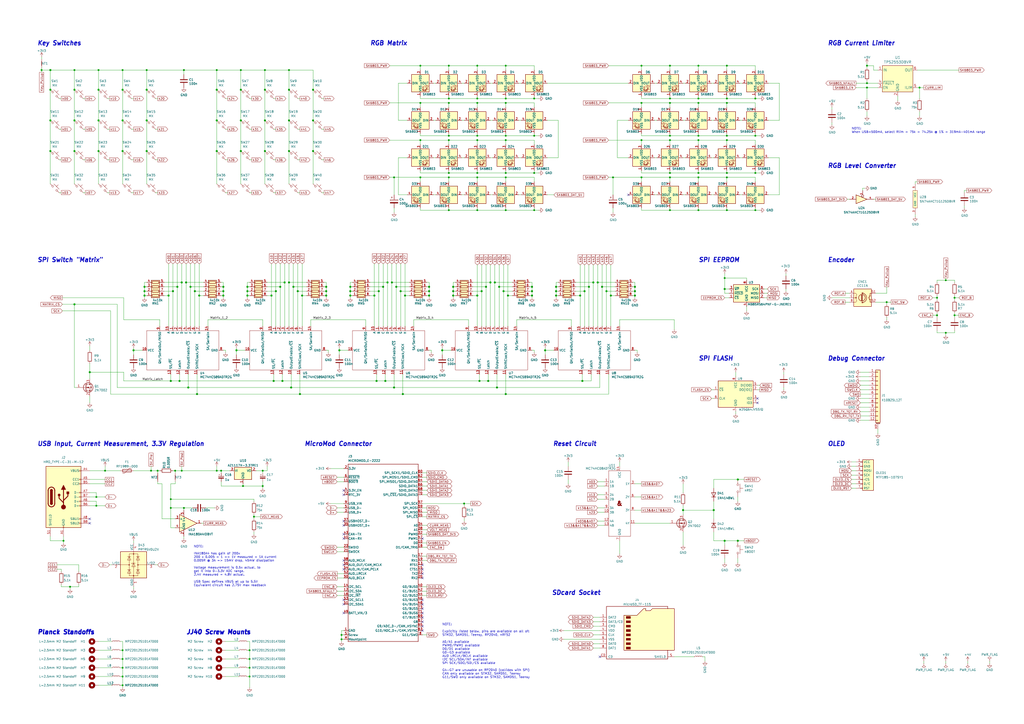
<source format=kicad_sch>
(kicad_sch (version 20211123) (generator eeschema)
  (paper "A2")
  (title_block (title "Ghoul") (date "2021-12-16") (rev "A") (company "Tzarc"))
  (junction (at 24.13 40.64))
  (junction (at 234.95 171.45) (diameter 1.016))
  (junction (at 276.86 100.33))
  (junction (at 55.88 293.37))
  (junction (at 339.09 168.91) (diameter 1.016))
  (junction (at 139.7 40.64))
  (junction (at 144.78 392.43))
  (junction (at 85.09 69.85) (diameter 1.016))
  (junction (at 438.15 57.15))
  (junction (at 203.2 166.37) (diameter 1.016))
  (junction (at 248.92 171.45) (diameter 1.016))
  (junction (at 309.88 57.15))
  (junction (at 420.37 167.64) (diameter 1.016))
  (junction (at 279.4 168.91) (diameter 1.016))
  (junction (at 248.92 168.91) (diameter 1.016))
  (junction (at 87.63 273.05))
  (junction (at 29.21 52.07) (diameter 1.016))
  (junction (at 278.13 220.98) (diameter 1.016))
  (junction (at 405.13 59.69))
  (junction (at 294.64 171.45) (diameter 1.016))
  (junction (at 189.23 171.45) (diameter 1.016))
  (junction (at 83.82 166.37) (diameter 1.016))
  (junction (at 125.73 69.85) (diameter 1.016))
  (junction (at 262.89 168.91) (diameter 1.016))
  (junction (at 137.16 203.2) (diameter 1.016))
  (junction (at 113.03 168.91) (diameter 1.016))
  (junction (at 276.86 171.45) (diameter 1.016))
  (junction (at 167.64 40.64))
  (junction (at 502.92 50.8))
  (junction (at 173.99 228.6) (diameter 1.016))
  (junction (at 421.64 121.92))
  (junction (at 222.25 166.37) (diameter 1.016))
  (junction (at 29.21 69.85) (diameter 1.016))
  (junction (at 388.62 38.1))
  (junction (at 115.57 171.45) (diameter 1.016))
  (junction (at 308.61 168.91) (diameter 1.016))
  (junction (at 421.64 81.28))
  (junction (at 502.92 48.26))
  (junction (at 57.15 52.07) (diameter 1.016))
  (junction (at 43.18 176.53) (diameter 1.016))
  (junction (at 276.86 81.28))
  (junction (at 243.84 81.28))
  (junction (at 368.3 171.45) (diameter 1.016))
  (junction (at 172.72 168.91) (diameter 1.016))
  (junction (at 438.15 78.74))
  (junction (at 125.73 52.07) (diameter 1.016))
  (junction (at 144.78 382.27))
  (junction (at 83.82 168.91) (diameter 1.016))
  (junction (at 502.92 38.1))
  (junction (at 243.84 102.87))
  (junction (at 388.62 121.92))
  (junction (at 260.35 38.1))
  (junction (at 438.15 100.33))
  (junction (at 396.24 295.91) (diameter 1.016))
  (junction (at 71.12 69.85) (diameter 1.016))
  (junction (at 262.89 166.37) (diameter 1.016))
  (junction (at 228.6 224.79) (diameter 1.016))
  (junction (at 157.48 171.45) (diameter 1.016))
  (junction (at 104.14 220.98) (diameter 1.016))
  (junction (at 233.68 228.6) (diameter 1.016))
  (junction (at 260.35 59.69))
  (junction (at 405.13 78.74))
  (junction (at 71.12 377.19))
  (junction (at 198.12 370.84))
  (junction (at 248.92 166.37) (diameter 1.016))
  (junction (at 368.3 168.91) (diameter 1.016))
  (junction (at 85.09 87.63) (diameter 1.016))
  (junction (at 293.37 100.33))
  (junction (at 553.72 172.72))
  (junction (at 260.35 81.28))
  (junction (at 128.27 273.05))
  (junction (at 276.86 57.15))
  (junction (at 553.72 182.88))
  (junction (at 548.64 162.56))
  (junction (at 153.67 40.64))
  (junction (at 293.37 78.74))
  (junction (at 309.88 78.74))
  (junction (at 139.7 69.85) (diameter 1.016))
  (junction (at 217.17 171.45) (diameter 1.016))
  (junction (at 100.33 168.91) (diameter 1.016))
  (junction (at 71.12 392.43))
  (junction (at 99.06 289.56))
  (junction (at 105.41 273.05))
  (junction (at 514.35 175.26))
  (junction (at 543.56 172.72))
  (junction (at 125.73 87.63) (diameter 1.016))
  (junction (at 316.23 203.2) (diameter 1.016))
  (junction (at 181.61 87.63) (diameter 1.016))
  (junction (at 170.18 166.37) (diameter 1.016))
  (junction (at 189.23 166.37) (diameter 1.016))
  (junction (at 260.35 57.15))
  (junction (at 160.02 168.91) (diameter 1.016))
  (junction (at 129.54 171.45) (diameter 1.016))
  (junction (at 85.09 52.07) (diameter 1.016))
  (junction (at 287.02 163.83) (diameter 1.016))
  (junction (at 167.64 52.07) (diameter 1.016))
  (junction (at 228.6 102.87))
  (junction (at 71.12 52.07) (diameter 1.016))
  (junction (at 260.35 100.33))
  (junction (at 405.13 100.33))
  (junction (at 71.12 387.35))
  (junction (at 60.96 273.05))
  (junction (at 189.23 168.91) (diameter 1.016))
  (junction (at 143.51 166.37) (diameter 1.016))
  (junction (at 421.64 59.69))
  (junction (at 223.52 220.98) (diameter 1.016))
  (junction (at 43.18 52.07) (diameter 1.016))
  (junction (at 405.13 57.15))
  (junction (at 281.94 166.37) (diameter 1.016))
  (junction (at 99.06 220.98) (diameter 1.016))
  (junction (at 276.86 59.69))
  (junction (at 29.21 40.64) (diameter 1.016))
  (junction (at 43.18 87.63) (diameter 1.016))
  (junction (at 105.41 163.83) (diameter 1.016))
  (junction (at 143.51 168.91) (diameter 1.016))
  (junction (at 243.84 38.1))
  (junction (at 175.26 171.45) (diameter 1.016))
  (junction (at 129.54 166.37) (diameter 1.016))
  (junction (at 143.51 171.45) (diameter 1.016))
  (junction (at 125.73 40.64))
  (junction (at 167.64 87.63) (diameter 1.016))
  (junction (at 388.62 59.69))
  (junction (at 168.91 224.79) (diameter 1.016))
  (junction (at 322.58 168.91) (diameter 1.016))
  (junction (at 77.47 203.2) (diameter 1.016))
  (junction (at 293.37 59.69))
  (junction (at 229.87 166.37) (diameter 1.016))
  (junction (at 167.64 69.85) (diameter 1.016))
  (junction (at 219.71 168.91) (diameter 1.016))
  (junction (at 181.61 52.07) (diameter 1.016))
  (junction (at 405.13 81.28))
  (junction (at 29.21 87.63) (diameter 1.016))
  (junction (at 57.15 87.63) (diameter 1.016))
  (junction (at 109.22 224.79) (diameter 1.016))
  (junction (at 163.83 220.98) (diameter 1.016))
  (junction (at 372.11 81.28))
  (junction (at 288.29 224.79) (diameter 1.016))
  (junction (at 293.37 38.1))
  (junction (at 289.56 166.37) (diameter 1.016))
  (junction (at 308.61 171.45) (diameter 1.016))
  (junction (at 405.13 38.1))
  (junction (at 107.95 163.83) (diameter 1.016))
  (junction (at 438.15 121.92))
  (junction (at 543.56 182.88))
  (junction (at 110.49 166.37) (diameter 1.016))
  (junction (at 293.37 57.15))
  (junction (at 262.89 171.45) (diameter 1.016))
  (junction (at 421.64 100.33))
  (junction (at 421.64 102.87))
  (junction (at 203.2 171.45) (diameter 1.016))
  (junction (at 269.24 292.1))
  (junction (at 260.35 102.87))
  (junction (at 341.63 166.37) (diameter 1.016))
  (junction (at 388.62 102.87))
  (junction (at 309.88 121.92))
  (junction (at 36.83 313.69))
  (junction (at 260.35 121.92))
  (junction (at 198.12 368.3))
  (junction (at 83.82 171.45) (diameter 1.016))
  (junction (at 427.99 278.13) (diameter 1.016))
  (junction (at 139.7 52.07) (diameter 1.016))
  (junction (at 322.58 171.45) (diameter 1.016))
  (junction (at 102.87 166.37) (diameter 1.016))
  (junction (at 421.64 57.15))
  (junction (at 405.13 102.87))
  (junction (at 292.1 168.91) (diameter 1.016))
  (junction (at 421.64 78.74))
  (junction (at 388.62 81.28))
  (junction (at 91.44 273.05))
  (junction (at 243.84 59.69))
  (junction (at 372.11 102.87))
  (junction (at 420.37 313.69) (diameter 1.016))
  (junction (at 354.33 171.45) (diameter 1.016))
  (junction (at 420.37 161.29))
  (junction (at 144.78 377.19))
  (junction (at 57.15 69.85) (diameter 1.016))
  (junction (at 260.35 78.74))
  (junction (at 106.68 294.64))
  (junction (at 152.4 281.94))
  (junction (at 309.88 100.33))
  (junction (at 346.71 163.83) (diameter 1.016))
  (junction (at 388.62 57.15))
  (junction (at 224.79 163.83) (diameter 1.016))
  (junction (at 140.97 281.94))
  (junction (at 57.15 40.64))
  (junction (at 421.64 38.1))
  (junction (at 158.75 220.98) (diameter 1.016))
  (junction (at 293.37 81.28))
  (junction (at 388.62 100.33))
  (junction (at 71.12 397.51))
  (junction (at 218.44 220.98) (diameter 1.016))
  (junction (at 336.55 171.45) (diameter 1.016))
  (junction (at 97.79 171.45) (diameter 1.016))
  (junction (at 43.18 69.85) (diameter 1.016))
  (junction (at 55.88 288.29))
  (junction (at 129.54 168.91) (diameter 1.016))
  (junction (at 276.86 121.92))
  (junction (at 293.37 228.6) (diameter 1.016))
  (junction (at 276.86 38.1))
  (junction (at 165.1 163.83) (diameter 1.016))
  (junction (at 227.33 163.83) (diameter 1.016))
  (junction (at 293.37 102.87))
  (junction (at 355.6 102.87))
  (junction (at 427.99 313.69) (diameter 1.016))
  (junction (at 167.64 163.83) (diameter 1.016))
  (junction (at 414.02 295.91) (diameter 1.016))
  (junction (at 147.32 299.72))
  (junction (at 125.73 273.05))
  (junction (at 308.61 166.37) (diameter 1.016))
  (junction (at 232.41 168.91) (diameter 1.016))
  (junction (at 405.13 121.92))
  (junction (at 71.12 87.63) (diameter 1.016))
  (junction (at 181.61 69.85) (diameter 1.016))
  (junction (at 43.18 40.64))
  (junction (at 372.11 59.69))
  (junction (at 99.06 294.64))
  (junction (at 153.67 69.85) (diameter 1.016))
  (junction (at 52.07 215.9) (diameter 1.016))
  (junction (at 196.85 203.2) (diameter 1.016))
  (junction (at 533.4 50.8))
  (junction (at 40.64 340.36))
  (junction (at 114.3 228.6) (diameter 1.016))
  (junction (at 71.12 382.27))
  (junction (at 337.82 220.98) (diameter 1.016))
  (junction (at 152.4 273.05))
  (junction (at 351.79 168.91) (diameter 1.016))
  (junction (at 276.86 102.87))
  (junction (at 106.68 40.64))
  (junction (at 293.37 121.92))
  (junction (at 203.2 168.91) (diameter 1.016))
  (junction (at 322.58 166.37) (diameter 1.016))
  (junction (at 85.09 40.64))
  (junction (at 153.67 87.63) (diameter 1.016))
  (junction (at 283.21 220.98) (diameter 1.016))
  (junction (at 368.3 166.37) (diameter 1.016))
  (junction (at 144.78 387.35))
  (junction (at 153.67 52.07) (diameter 1.016))
  (junction (at 162.56 166.37) (diameter 1.016))
  (junction (at 388.62 78.74))
  (junction (at 349.25 166.37) (diameter 1.016))
  (junction (at 548.64 193.04))
  (junction (at 284.48 163.83) (diameter 1.016))
  (junction (at 344.17 163.83) (diameter 1.016))
  (junction (at 276.86 78.74))
  (junction (at 71.12 40.64))
  (junction (at 139.7 87.63) (diameter 1.016))
  (junction (at 256.54 203.2) (diameter 1.016))
  (junction (at 372.11 38.1))
  (junction (at 101.6 273.05))
  (no_connect (at 245.11 330.2))
  (no_connect (at 439.42 233.68))
  (no_connect (at 245.11 347.98))
  (no_connect (at 245.11 327.66))
  (no_connect (at 199.39 347.98))
  (no_connect (at 199.39 287.02))
  (no_connect (at 245.11 363.22))
  (no_connect (at 199.39 284.48))
  (no_connect (at 245.11 312.42))
  (no_connect (at 52.07 300.99))
  (no_connect (at 52.07 303.53))
  (no_connect (at 347.98 381))
  (no_connect (at 199.39 302.26))
  (no_connect (at 245.11 365.76))
  (no_connect (at 199.39 350.52))
  (no_connect (at 364.49 113.03))
  (no_connect (at 199.39 355.6))
  (no_connect (at 245.11 335.28))
  (no_connect (at 439.42 231.14))
  (no_connect (at 199.39 325.12))
  (no_connect (at 245.11 355.6))
  (no_connect (at 245.11 358.14))
  (no_connect (at 245.11 360.68))
  (no_connect (at 245.11 353.06))
  (no_connect (at 245.11 350.52))
  (no_connect (at 199.39 309.88))
  (no_connect (at 199.39 312.42))
  (no_connect (at 199.39 327.66))
  (no_connect (at 199.39 304.8))
  (no_connect (at 245.11 332.74))
  (no_connect (at 199.39 330.2))
  (wire (pts (xy 317.5 91.44) (xy 323.85 91.44)))
  (wire (pts (xy 245.11 292.1) (xy 269.24 292.1)))
  (wire (pts (xy 355.6 102.87) (xy 355.6 113.03)))
  (wire (pts (xy 350.52 289.56) (xy 346.71 289.56)))
  (wire (pts (xy 231.14 113.03) (xy 231.14 91.44)))
  (wire (pts (xy 344.17 360.68) (xy 347.98 360.68)))
  (wire (pts (xy 143.51 171.45) (xy 144.78 171.45)))
  (wire (pts (xy 412.75 226.06) (xy 414.02 226.06)))
  (wire (pts (xy 499.11 241.3) (xy 504.19 241.3)))
  (wire (pts (xy 189.23 203.2) (xy 190.5 203.2)))
  (wire (pts (xy 36.195 180.34) (xy 64.135 180.34)))
  (wire (pts (xy 260.35 81.28) (xy 260.35 83.82)))
  (wire (pts (xy 514.35 175.26) (xy 516.89 175.26)))
  (wire (pts (xy 245.11 274.32) (xy 247.65 274.32)))
  (wire (pts (xy 359.41 267.97) (xy 359.41 270.51)))
  (wire (pts (xy 71.12 87.63) (xy 71.12 106.68)))
  (wire (pts (xy 100.33 153.035) (xy 100.33 168.91)))
  (wire (pts (xy 143.51 171.45) (xy 143.51 172.72)))
  (wire (pts (xy 372.11 102.87) (xy 388.62 102.87)))
  (wire (pts (xy 283.21 220.98) (xy 283.21 217.17)))
  (wire (pts (xy 198.12 370.84) (xy 198.12 372.11)))
  (wire (pts (xy 101.6 273.05) (xy 105.41 273.05)))
  (wire (pts (xy 97.79 153.035) (xy 97.79 171.45)))
  (wire (pts (xy 95.25 163.83) (xy 105.41 163.83)))
  (wire (pts (xy 43.18 40.64) (xy 43.18 52.07)))
  (wire (pts (xy 63.5 327.66) (xy 64.77 327.66)))
  (wire (pts (xy 372.11 120.65) (xy 372.11 121.92)))
  (wire (pts (xy 267.97 69.85) (xy 269.24 69.85)))
  (wire (pts (xy 106.68 311.15) (xy 106.68 312.42)))
  (wire (pts (xy 317.5 48.26) (xy 364.49 48.26)))
  (wire (pts (xy 77.47 203.2) (xy 82.55 203.2)))
  (wire (pts (xy 77.47 313.69) (xy 77.47 314.96)))
  (wire (pts (xy 294.64 153.67) (xy 294.64 171.45)))
  (wire (pts (xy 67.945 176.53) (xy 67.945 224.79)))
  (wire (pts (xy 248.92 168.91) (xy 247.65 168.91)))
  (wire (pts (xy 152.4 185.42) (xy 120.65 185.42)))
  (wire (pts (xy 308.61 163.83) (xy 308.61 166.37)))
  (wire (pts (xy 167.64 87.63) (xy 167.64 106.68)))
  (wire (pts (xy 128.27 273.05) (xy 128.27 274.32)))
  (wire (pts (xy 181.61 87.63) (xy 181.61 106.68)))
  (wire (pts (xy 165.1 153.035) (xy 165.1 163.83)))
  (wire (pts (xy 331.47 185.42) (xy 331.47 189.23)))
  (wire (pts (xy 43.18 176.53) (xy 67.945 176.53)))
  (wire (pts (xy 269.24 300.99) (xy 269.24 302.26)))
  (wire (pts (xy 499.11 238.76) (xy 504.19 238.76)))
  (wire (pts (xy 372.11 77.47) (xy 372.11 78.74)))
  (wire (pts (xy 99.06 217.17) (xy 99.06 220.98)))
  (wire (pts (xy 433.07 161.29) (xy 433.07 162.56)))
  (wire (pts (xy 502.92 39.37) (xy 502.92 38.1)))
  (wire (pts (xy 367.03 163.83) (xy 368.3 163.83)))
  (wire (pts (xy 36.83 313.69) (xy 36.83 314.96)))
  (wire (pts (xy 243.84 55.88) (xy 243.84 57.15)))
  (wire (pts (xy 99.06 220.98) (xy 104.14 220.98)))
  (wire (pts (xy 76.2 92.71) (xy 77.47 92.71)))
  (wire (pts (xy 243.84 102.87) (xy 260.35 102.87)))
  (wire (pts (xy 482.6 63.5) (xy 482.6 62.23)))
  (wire (pts (xy 243.84 38.1) (xy 260.35 38.1)))
  (wire (pts (xy 76.2 74.93) (xy 77.47 74.93)))
  (wire (pts (xy 543.56 173.99) (xy 543.56 172.72)))
  (wire (pts (xy 186.69 57.15) (xy 187.96 57.15)))
  (wire (pts (xy 396.24 48.26) (xy 397.51 48.26)))
  (wire (pts (xy 196.85 203.2) (xy 196.85 205.74)))
  (wire (pts (xy 85.09 40.64) (xy 106.68 40.64)))
  (wire (pts (xy 129.54 203.2) (xy 130.81 203.2)))
  (wire (pts (xy 147.32 308.61) (xy 147.32 309.88)))
  (wire (pts (xy 99.06 294.64) (xy 106.68 294.64)))
  (wire (pts (xy 52.07 278.13) (xy 60.96 278.13)))
  (wire (pts (xy 99.06 294.64) (xy 99.06 306.07)))
  (wire (pts (xy 308.61 203.2) (xy 309.88 203.2)))
  (wire (pts (xy 144.78 392.43) (xy 144.78 398.78)))
  (wire (pts (xy 368.3 168.91) (xy 367.03 168.91)))
  (wire (pts (xy 83.82 168.91) (xy 83.82 171.45)))
  (wire (pts (xy 344.17 373.38) (xy 347.98 373.38)))
  (wire (pts (xy 405.13 59.69) (xy 388.62 59.69)))
  (wire (pts (xy 144.78 57.15) (xy 146.05 57.15)))
  (wire (pts (xy 187.96 163.83) (xy 189.23 163.83)))
  (wire (pts (xy 64.135 180.34) (xy 64.135 228.6)))
  (wire (pts (xy 99.06 280.67) (xy 99.06 289.56)))
  (wire (pts (xy 36.195 172.72) (xy 71.755 172.72)))
  (wire (pts (xy 87.63 270.51) (xy 87.63 273.05)))
  (wire (pts (xy 421.64 78.74) (xy 405.13 78.74)))
  (wire (pts (xy 129.54 166.37) (xy 129.54 168.91)))
  (wire (pts (xy 191.77 271.78) (xy 199.39 271.78)))
  (wire (pts (xy 140.97 280.67) (xy 140.97 281.94)))
  (wire (pts (xy 43.18 87.63) (xy 43.18 106.68)))
  (wire (pts (xy 346.71 304.8) (xy 350.52 304.8)))
  (wire (pts (xy 33.02 327.66) (xy 45.72 327.66)))
  (wire (pts (xy 143.51 392.43) (xy 144.78 392.43)))
  (wire (pts (xy 499.11 233.68) (xy 504.19 233.68)))
  (wire (pts (xy 267.97 91.44) (xy 269.24 91.44)))
  (wire (pts (xy 293.37 217.17) (xy 293.37 228.6)))
  (wire (pts (xy 421.64 77.47) (xy 421.64 78.74)))
  (wire (pts (xy 105.41 273.05) (xy 125.73 273.05)))
  (wire (pts (xy 67.945 224.79) (xy 109.22 224.79)))
  (wire (pts (xy 195.58 317.5) (xy 199.39 317.5)))
  (wire (pts (xy 344.17 163.83) (xy 344.17 189.23)))
  (wire (pts (xy 438.15 81.28) (xy 438.15 83.82)))
  (wire (pts (xy 57.15 377.19) (xy 64.77 377.19)))
  (wire (pts (xy 71.12 392.43) (xy 71.12 397.51)))
  (wire (pts (xy 160.02 168.91) (xy 160.02 189.23)))
  (wire (pts (xy 414.02 278.13) (xy 414.02 283.21)))
  (wire (pts (xy 530.86 125.73) (xy 530.86 124.46)))
  (wire (pts (xy 243.84 77.47) (xy 243.84 78.74)))
  (wire (pts (xy 48.26 74.93) (xy 49.53 74.93)))
  (wire (pts (xy 245.11 325.12) (xy 247.65 325.12)))
  (wire (pts (xy 57.15 87.63) (xy 57.15 106.68)))
  (wire (pts (xy 130.81 57.15) (xy 132.08 57.15)))
  (wire (pts (xy 353.06 102.87) (xy 355.6 102.87)))
  (wire (pts (xy 574.04 383.54) (xy 574.04 384.81)))
  (wire (pts (xy 243.84 81.28) (xy 243.84 83.82)))
  (wire (pts (xy 309.88 59.69) (xy 293.37 59.69)))
  (wire (pts (xy 299.72 185.42) (xy 331.47 185.42)))
  (wire (pts (xy 388.62 78.74) (xy 372.11 78.74)))
  (wire (pts (xy 530.86 105.41) (xy 530.86 106.68)))
  (wire (pts (xy 251.46 69.85) (xy 252.73 69.85)))
  (wire (pts (xy 327.025 365.76) (xy 347.98 365.76)))
  (wire (pts (xy 177.8 166.37) (xy 170.18 166.37)))
  (wire (pts (xy 388.62 59.69) (xy 388.62 62.23)))
  (wire (pts (xy 154.94 270.51) (xy 154.94 273.05)))
  (wire (pts (xy 438.15 99.06) (xy 438.15 100.33)))
  (wire (pts (xy 34.29 92.71) (xy 35.56 92.71)))
  (wire (pts (xy 535.94 383.54) (xy 535.94 384.81)))
  (wire (pts (xy 34.29 57.15) (xy 35.56 57.15)))
  (wire (pts (xy 289.56 153.67) (xy 289.56 166.37)))
  (wire (pts (xy 438.15 38.1) (xy 438.15 40.64)))
  (wire (pts (xy 260.35 59.69) (xy 260.35 62.23)))
  (wire (pts (xy 109.22 217.17) (xy 109.22 224.79)))
  (wire (pts (xy 71.12 372.11) (xy 71.12 377.19)))
  (wire (pts (xy 91.44 273.05) (xy 91.44 274.32)))
  (wire (pts (xy 101.6 273.05) (xy 101.6 274.32)))
  (wire (pts (xy 309.88 102.87) (xy 309.88 105.41)))
  (wire (pts (xy 29.21 87.63) (xy 29.21 106.68)))
  (wire (pts (xy 548.64 161.29) (xy 548.64 162.56)))
  (wire (pts (xy 219.71 168.91) (xy 219.71 189.23)))
  (wire (pts (xy 189.23 168.91) (xy 187.96 168.91)))
  (wire (pts (xy 90.17 92.71) (xy 91.44 92.71)))
  (wire (pts (xy 274.32 163.83) (xy 284.48 163.83)))
  (wire (pts (xy 297.18 166.37) (xy 289.56 166.37)))
  (wire (pts (xy 143.51 168.91) (xy 143.51 171.45)))
  (wire (pts (xy 337.82 220.98) (xy 337.82 217.17)))
  (wire (pts (xy 60.96 273.05) (xy 69.85 273.05)))
  (wire (pts (xy 227.33 153.035) (xy 227.33 163.83)))
  (wire (pts (xy 129.54 168.91) (xy 129.54 171.45)))
  (wire (pts (xy 153.67 52.07) (xy 153.67 69.85)))
  (wire (pts (xy 339.09 168.91) (xy 339.09 189.23)))
  (wire (pts (xy 189.23 171.45) (xy 187.96 171.45)))
  (wire (pts (xy 107.95 163.83) (xy 107.95 189.23)))
  (wire (pts (xy 71.12 40.64) (xy 85.09 40.64)))
  (wire (pts (xy 203.2 168.91) (xy 204.47 168.91)))
  (wire (pts (xy 35.56 340.36) (xy 40.64 340.36)))
  (wire (pts (xy 158.75 220.98) (xy 158.75 217.17)))
  (wire (pts (xy 69.85 382.27) (xy 71.12 382.27)))
  (wire (pts (xy 43.18 69.85) (xy 43.18 87.63)))
  (wire (pts (xy 533.4 50.8) (xy 535.94 50.8)))
  (wire (pts (xy 429.26 69.85) (xy 430.53 69.85)))
  (wire (pts (xy 364.49 69.85) (xy 358.14 69.85)))
  (wire (pts (xy 125.73 40.64) (xy 125.73 52.07)))
  (wire (pts (xy 125.73 87.63) (xy 125.73 106.68)))
  (wire (pts (xy 421.64 59.69) (xy 405.13 59.69)))
  (wire (pts (xy 329.565 267.97) (xy 329.565 270.51)))
  (wire (pts (xy 276.86 121.92) (xy 260.35 121.92)))
  (wire (pts (xy 186.69 111.76) (xy 187.96 111.76)))
  (wire (pts (xy 293.37 57.15) (xy 276.86 57.15)))
  (wire (pts (xy 77.47 203.2) (xy 77.47 205.74)))
  (wire (pts (xy 309.88 121.92) (xy 312.42 121.92)))
  (wire (pts (xy 228.6 224.79) (xy 288.29 224.79)))
  (wire (pts (xy 170.18 153.035) (xy 170.18 166.37)))
  (wire (pts (xy 391.16 381) (xy 402.59 381)))
  (wire (pts (xy 95.25 168.91) (xy 100.33 168.91)))
  (wire (pts (xy 228.6 102.87) (xy 243.84 102.87)))
  (wire (pts (xy 499.11 236.22) (xy 504.19 236.22)))
  (wire (pts (xy 196.85 203.2) (xy 201.93 203.2)))
  (wire (pts (xy 533.4 57.15) (xy 533.4 50.8)))
  (wire (pts (xy 226.06 81.28) (xy 243.84 81.28)))
  (wire (pts (xy 293.37 228.6) (xy 353.06 228.6)))
  (wire (pts (xy 76.2 57.15) (xy 77.47 57.15)))
  (wire (pts (xy 52.07 285.75) (xy 55.88 285.75)))
  (wire (pts (xy 405.13 100.33) (xy 388.62 100.33)))
  (wire (pts (xy 154.94 166.37) (xy 162.56 166.37)))
  (wire (pts (xy 421.64 55.88) (xy 421.64 57.15)))
  (wire (pts (xy 309.88 120.65) (xy 309.88 121.92)))
  (wire (pts (xy 420.37 167.64) (xy 422.91 167.64)))
  (wire (pts (xy 144.78 74.93) (xy 146.05 74.93)))
  (wire (pts (xy 118.11 168.91) (xy 113.03 168.91)))
  (wire (pts (xy 396.24 308.61) (xy 396.24 316.23)))
  (wire (pts (xy 368.3 166.37) (xy 368.3 168.91)))
  (wire (pts (xy 322.58 166.37) (xy 323.85 166.37)))
  (wire (pts (xy 175.26 171.45) (xy 175.26 189.23)))
  (wire (pts (xy 248.92 168.91) (xy 248.92 171.45)))
  (wire (pts (xy 405.13 120.65) (xy 405.13 121.92)))
  (wire (pts (xy 144.78 377.19) (xy 144.78 382.27)))
  (wire (pts (xy 553.72 162.56) (xy 553.72 163.83)))
  (wire (pts (xy 287.02 163.83) (xy 297.18 163.83)))
  (wire (pts (xy 243.84 38.1) (xy 243.84 40.64)))
  (wire (pts (xy 129.54 171.45) (xy 128.27 171.45)))
  (wire (pts (xy 420.37 323.85) (xy 420.37 326.39)))
  (wire (pts (xy 195.58 340.36) (xy 199.39 340.36)))
  (wire (pts (xy 144.78 92.71) (xy 146.05 92.71)))
  (wire (pts (xy 276.86 100.33) (xy 260.35 100.33)))
  (wire (pts (xy 29.21 311.15) (xy 29.21 313.69)))
  (wire (pts (xy 439.42 223.52) (xy 440.69 223.52)))
  (wire (pts (xy 316.23 203.2) (xy 316.23 205.74)))
  (wire (pts (xy 379.73 69.85) (xy 381 69.85)))
  (wire (pts (xy 379.73 113.03) (xy 381 113.03)))
  (wire (pts (xy 388.62 121.92) (xy 372.11 121.92)))
  (wire (pts (xy 45.72 331.47) (xy 45.72 327.66)))
  (wire (pts (xy 344.17 368.3) (xy 347.98 368.3)))
  (wire (pts (xy 91.44 279.4) (xy 91.44 280.67)))
  (wire (pts (xy 300.99 91.44) (xy 302.26 91.44)))
  (wire (pts (xy 83.82 168.91) (xy 85.09 168.91)))
  (wire (pts (xy 307.34 163.83) (xy 308.61 163.83)))
  (wire (pts (xy 69.85 397.51) (xy 71.12 397.51)))
  (wire (pts (xy 186.69 74.93) (xy 187.96 74.93)))
  (wire (pts (xy 203.2 163.83) (xy 203.2 166.37)))
  (wire (pts (xy 69.85 392.43) (xy 71.12 392.43)))
  (wire (pts (xy 130.81 111.76) (xy 132.08 111.76)))
  (wire (pts (xy 262.89 168.91) (xy 262.89 171.45)))
  (wire (pts (xy 57.15 40.64) (xy 57.15 52.07)))
  (wire (pts (xy 85.09 40.64) (xy 85.09 52.07)))
  (wire (pts (xy 204.47 163.83) (xy 203.2 163.83)))
  (wire (pts (xy 494.03 270.51) (xy 496.57 270.51)))
  (wire (pts (xy 323.85 69.85) (xy 317.5 69.85)))
  (wire (pts (xy 245.11 297.18) (xy 247.65 297.18)))
  (wire (pts (xy 52.07 288.29) (xy 55.88 288.29)))
  (wire (pts (xy 391.16 185.42) (xy 391.16 191.135)))
  (wire (pts (xy 195.58 279.4) (xy 199.39 279.4)))
  (wire (pts (xy 353.06 81.28) (xy 372.11 81.28)))
  (wire (pts (xy 420.37 161.29) (xy 420.37 167.64)))
  (wire (pts (xy 506.73 40.64) (xy 509.27 40.64)))
  (wire (pts (xy 114.3 228.6) (xy 173.99 228.6)))
  (wire (pts (xy 260.35 120.65) (xy 260.35 121.92)))
  (wire (pts (xy 420.37 313.69) (xy 420.37 316.23)))
  (wire (pts (xy 172.72 111.76) (xy 173.99 111.76)))
  (wire (pts (xy 214.63 171.45) (xy 217.17 171.45)))
  (wire (pts (xy 232.41 168.91) (xy 232.41 189.23)))
  (wire (pts (xy 284.48 91.44) (xy 285.75 91.44)))
  (wire (pts (xy 452.12 91.44) (xy 452.12 113.03)))
  (wire (pts (xy 293.37 55.88) (xy 293.37 57.15)))
  (wire (pts (xy 137.16 201.93) (xy 137.16 203.2)))
  (wire (pts (xy 499.11 243.84) (xy 504.19 243.84)))
  (wire (pts (xy 287.02 163.83) (xy 287.02 189.23)))
  (wire (pts (xy 454.66 217.17) (xy 454.66 215.9)))
  (wire (pts (xy 494.03 278.13) (xy 496.57 278.13)))
  (wire (pts (xy 219.71 153.035) (xy 219.71 168.91)))
  (wire (pts (xy 309.88 100.33) (xy 293.37 100.33)))
  (wire (pts (xy 195.58 332.74) (xy 199.39 332.74)))
  (wire (pts (xy 543.56 163.83) (xy 543.56 162.56)))
  (wire (pts (xy 233.68 228.6) (xy 293.37 228.6)))
  (wire (pts (xy 195.58 342.9) (xy 199.39 342.9)))
  (wire (pts (xy 276.86 38.1) (xy 260.35 38.1)))
  (wire (pts (xy 322.58 163.83) (xy 322.58 166.37)))
  (wire (pts (xy 276.86 81.28) (xy 260.35 81.28)))
  (wire (pts (xy 245.11 368.3) (xy 247.65 368.3)))
  (wire (pts (xy 233.68 217.17) (xy 233.68 228.6)))
  (wire (pts (xy 279.4 168.91) (xy 279.4 189.23)))
  (wire (pts (xy 71.12 69.85) (xy 71.12 87.63)))
  (wire (pts (xy 372.11 55.88) (xy 372.11 57.15)))
  (wire (pts (xy 543.56 193.04) (xy 548.64 193.04)))
  (wire (pts (xy 309.88 100.33) (xy 312.42 100.33)))
  (wire (pts (xy 502.92 46.99) (xy 502.92 48.26)))
  (wire (pts (xy 29.21 40.64) (xy 29.21 52.07)))
  (wire (pts (xy 438.15 120.65) (xy 438.15 121.92)))
  (wire (pts (xy 101.6 306.07) (xy 99.06 306.07)))
  (wire (pts (xy 175.26 153.035) (xy 175.26 171.45)))
  (wire (pts (xy 532.13 50.8) (xy 533.4 50.8)))
  (wire (pts (xy 349.25 153.67) (xy 349.25 166.37)))
  (wire (pts (xy 532.13 40.64) (xy 556.26 40.64)))
  (wire (pts (xy 163.83 220.98) (xy 218.44 220.98)))
  (wire (pts (xy 29.21 69.85) (xy 29.21 87.63)))
  (wire (pts (xy 223.52 220.98) (xy 278.13 220.98)))
  (wire (pts (xy 62.23 74.93) (xy 63.5 74.93)))
  (wire (pts (xy 130.81 382.27) (xy 138.43 382.27)))
  (wire (pts (xy 231.14 69.85) (xy 231.14 48.26)))
  (wire (pts (xy 421.64 102.87) (xy 405.13 102.87)))
  (wire (pts (xy 421.64 81.28) (xy 421.64 83.82)))
  (wire (pts (xy 125.73 273.05) (xy 128.27 273.05)))
  (wire (pts (xy 508 170.18) (xy 514.35 170.18)))
  (wire (pts (xy 494.03 280.67) (xy 496.57 280.67)))
  (wire (pts (xy 144.78 163.83) (xy 143.51 163.83)))
  (wire (pts (xy 368.3 168.91) (xy 368.3 171.45)))
  (wire (pts (xy 322.58 168.91) (xy 323.85 168.91)))
  (wire (pts (xy 152.4 273.05) (xy 152.4 274.32)))
  (wire (pts (xy 195.58 276.86) (xy 199.39 276.86)))
  (wire (pts (xy 203.2 171.45) (xy 203.2 172.72)))
  (wire (pts (xy 350.52 297.18) (xy 346.71 297.18)))
  (wire (pts (xy 71.755 172.72) (xy 71.755 185.42)))
  (wire (pts (xy 224.79 163.83) (xy 224.79 189.23)))
  (wire (pts (xy 491.49 115.57) (xy 492.76 115.57)))
  (wire (pts (xy 396.24 91.44) (xy 397.51 91.44)))
  (wire (pts (xy 167.64 153.035) (xy 167.64 163.83)))
  (wire (pts (xy 559.435 111.76) (xy 559.435 110.49)))
  (wire (pts (xy 223.52 220.98) (xy 223.52 217.17)))
  (wire (pts (xy 85.09 69.85) (xy 85.09 87.63)))
  (wire (pts (xy 276.86 57.15) (xy 260.35 57.15)))
  (wire (pts (xy 349.25 166.37) (xy 349.25 189.23)))
  (wire (pts (xy 356.87 168.91) (xy 351.79 168.91)))
  (wire (pts (xy 351.79 168.91) (xy 351.79 189.23)))
  (wire (pts (xy 217.17 171.45) (xy 217.17 189.23)))
  (wire (pts (xy 128.27 279.4) (xy 128.27 281.94)))
  (wire (pts (xy 438.15 57.15) (xy 440.69 57.15)))
  (wire (pts (xy 372.11 99.06) (xy 372.11 100.33)))
  (wire (pts (xy 104.14 220.98) (xy 158.75 220.98)))
  (wire (pts (xy 260.35 77.47) (xy 260.35 78.74)))
  (wire (pts (xy 100.33 168.91) (xy 100.33 189.23)))
  (wire (pts (xy 438.15 102.87) (xy 421.64 102.87)))
  (wire (pts (xy 316.23 203.2) (xy 321.31 203.2)))
  (wire (pts (xy 55.88 293.37) (xy 60.96 293.37)))
  (wire (pts (xy 288.29 224.79) (xy 347.98 224.79)))
  (wire (pts (xy 300.99 69.85) (xy 302.26 69.85)))
  (wire (pts (xy 543.56 172.72) (xy 543.56 171.45)))
  (wire (pts (xy 186.69 92.71) (xy 187.96 92.71)))
  (wire (pts (xy 130.81 92.71) (xy 132.08 92.71)))
  (wire (pts (xy 341.63 166.37) (xy 341.63 189.23)))
  (wire (pts (xy 69.85 377.19) (xy 71.12 377.19)))
  (wire (pts (xy 412.75 48.26) (xy 414.02 48.26)))
  (wire (pts (xy 421.64 102.87) (xy 421.64 105.41)))
  (wire (pts (xy 372.11 38.1) (xy 388.62 38.1)))
  (wire (pts (xy 372.11 280.67) (xy 368.3 280.67)))
  (wire (pts (xy 106.68 294.64) (xy 106.68 295.91)))
  (wire (pts (xy 158.75 111.76) (xy 160.02 111.76)))
  (wire (pts (xy 372.11 59.69) (xy 372.11 62.23)))
  (wire (pts (xy 243.84 81.28) (xy 260.35 81.28)))
  (wire (pts (xy 358.14 91.44) (xy 364.49 91.44)))
  (wire (pts (xy 57.15 397.51) (xy 64.77 397.51)))
  (wire (pts (xy 189.23 168.91) (xy 189.23 171.45)))
  (wire (pts (xy 152.4 279.4) (xy 152.4 281.94)))
  (wire (pts (xy 172.72 168.91) (xy 172.72 189.23)))
  (wire (pts (xy 308.61 166.37) (xy 307.34 166.37)))
  (wire (pts (xy 388.62 57.15) (xy 372.11 57.15)))
  (wire (pts (xy 162.56 166.37) (xy 162.56 189.23)))
  (wire (pts (xy 85.09 87.63) (xy 85.09 106.68)))
  (wire (pts (xy 247.65 317.5) (xy 245.11 317.5)))
  (wire (pts (xy 243.84 99.06) (xy 243.84 100.33)))
  (wire (pts (xy 248.92 203.2) (xy 250.19 203.2)))
  (wire (pts (xy 427.99 278.13) (xy 431.8 278.13)))
  (wire (pts (xy 189.23 163.83) (xy 189.23 166.37)))
  (wire (pts (xy 77.47 340.36) (xy 77.47 341.63)))
  (wire (pts (xy 396.24 293.37) (xy 396.24 295.91)))
  (wire (pts (xy 203.2 166.37) (xy 204.47 166.37)))
  (wire (pts (xy 490.22 175.26) (xy 492.76 175.26)))
  (wire (pts (xy 139.7 69.85) (xy 139.7 87.63)))
  (wire (pts (xy 405.13 38.1) (xy 405.13 40.64)))
  (wire (pts (xy 502.92 48.26) (xy 509.27 48.26)))
  (wire (pts (xy 143.51 372.11) (xy 144.78 372.11)))
  (wire (pts (xy 412.75 113.03) (xy 414.02 113.03)))
  (wire (pts (xy 309.88 38.1) (xy 309.88 40.64)))
  (wire (pts (xy 217.17 153.035) (xy 217.17 171.45)))
  (wire (pts (xy 293.37 38.1) (xy 276.86 38.1)))
  (wire (pts (xy 396.24 280.67) (xy 396.24 285.75)))
  (wire (pts (xy 443.23 172.72) (xy 445.135 172.72)))
  (wire (pts (xy 438.15 77.47) (xy 438.15 78.74)))
  (wire (pts (xy 237.49 166.37) (xy 229.87 166.37)))
  (wire (pts (xy 231.14 48.26) (xy 236.22 48.26)))
  (wire (pts (xy 344.17 363.22) (xy 347.98 363.22)))
  (wire (pts (xy 71.12 382.27) (xy 71.12 387.35)))
  (wire (pts (xy 405.13 81.28) (xy 405.13 83.82)))
  (wire (pts (xy 553.72 193.04) (xy 553.72 191.77)))
  (wire (pts (xy 153.67 87.63) (xy 153.67 106.68)))
  (wire (pts (xy 502.92 50.8) (xy 502.92 57.15)))
  (wire (pts (xy 358.14 69.85) (xy 358.14 91.44)))
  (wire (pts (xy 372.11 81.28) (xy 372.11 83.82)))
  (wire (pts (xy 35.56 330.2) (xy 35.56 331.47)))
  (wire (pts (xy 57.15 392.43) (xy 64.77 392.43)))
  (wire (pts (xy 144.78 372.11) (xy 144.78 377.19)))
  (wire (pts (xy 396.24 69.85) (xy 397.51 69.85)))
  (wire (pts (xy 439.42 226.06) (xy 440.69 226.06)))
  (wire (pts (xy 224.79 153.035) (xy 224.79 163.83)))
  (wire (pts (xy 83.82 166.37) (xy 83.82 168.91)))
  (wire (pts (xy 438.15 78.74) (xy 421.64 78.74)))
  (wire (pts (xy 71.12 52.07) (xy 71.12 69.85)))
  (wire (pts (xy 396.24 295.91) (xy 414.02 295.91)))
  (wire (pts (xy 190.5 203.2) (xy 190.5 204.47)))
  (wire (pts (xy 422.91 172.72) (xy 420.37 172.72)))
  (wire (pts (xy 43.18 40.64) (xy 57.15 40.64)))
  (wire (pts (xy 245.11 276.86) (xy 247.65 276.86)))
  (wire (pts (xy 165.1 163.83) (xy 165.1 189.23)))
  (wire (pts (xy 203.2 171.45) (xy 204.47 171.45)))
  (wire (pts (xy 438.15 100.33) (xy 440.69 100.33)))
  (wire (pts (xy 125.73 40.64) (xy 139.7 40.64)))
  (wire (pts (xy 309.88 59.69) (xy 309.88 62.23)))
  (wire (pts (xy 336.55 171.45) (xy 336.55 189.23)))
  (wire (pts (xy 414.02 313.69) (xy 420.37 313.69)))
  (wire (pts (xy 248.92 171.45) (xy 247.65 171.45)))
  (wire (pts (xy 64.135 228.6) (xy 114.3 228.6)))
  (wire (pts (xy 104.14 220.98) (xy 104.14 217.17)))
  (wire (pts (xy 496.57 48.26) (xy 502.92 48.26)))
  (wire (pts (xy 337.82 220.98) (xy 342.9 220.98)))
  (wire (pts (xy 227.33 163.83) (xy 237.49 163.83)))
  (wire (pts (xy 115.57 171.45) (xy 115.57 189.23)))
  (wire (pts (xy 553.72 172.72) (xy 553.72 171.45)))
  (wire (pts (xy 198.12 365.76) (xy 198.12 368.3)))
  (wire (pts (xy 260.35 121.92) (xy 243.84 121.92)))
  (wire (pts (xy 543.56 191.77) (xy 543.56 193.04)))
  (wire (pts (xy 248.92 163.83) (xy 248.92 166.37)))
  (wire (pts (xy 191.77 292.1) (xy 199.39 292.1)))
  (wire (pts (xy 83.82 166.37) (xy 85.09 166.37)))
  (wire (pts (xy 234.95 153.035) (xy 234.95 171.45)))
  (wire (pts (xy 350.52 287.02) (xy 346.71 287.02)))
  (wire (pts (xy 180.34 185.42) (xy 180.34 189.23)))
  (wire (pts (xy 125.73 270.51) (xy 125.73 273.05)))
  (wire (pts (xy 85.09 163.83) (xy 83.82 163.83)))
  (wire (pts (xy 99.06 289.56) (xy 147.32 289.56)))
  (wire (pts (xy 181.61 40.64) (xy 181.61 52.07)))
  (wire (pts (xy 40.64 340.36) (xy 40.64 341.63)))
  (wire (pts (xy 143.51 387.35) (xy 144.78 387.35)))
  (wire (pts (xy 130.81 387.35) (xy 138.43 387.35)))
  (wire (pts (xy 548.64 194.31) (xy 548.64 193.04)))
  (wire (pts (xy 163.83 220.98) (xy 163.83 217.17)))
  (wire (pts (xy 152.4 189.23) (xy 152.4 185.42)))
  (wire (pts (xy 110.49 153.035) (xy 110.49 166.37)))
  (wire (pts (xy 276.86 153.67) (xy 276.86 171.45)))
  (wire (pts (xy 162.56 153.035) (xy 162.56 166.37)))
  (wire (pts (xy 287.02 153.67) (xy 287.02 163.83)))
  (wire (pts (xy 262.89 168.91) (xy 264.16 168.91)))
  (wire (pts (xy 443.23 170.18) (xy 445.135 170.18)))
  (wire (pts (xy 232.41 153.035) (xy 232.41 168.91)))
  (wire (pts (xy 561.34 383.54) (xy 561.34 384.81)))
  (wire (pts (xy 293.37 59.69) (xy 276.86 59.69)))
  (wire (pts (xy 300.99 113.03) (xy 302.26 113.03)))
  (wire (pts (xy 172.72 57.15) (xy 173.99 57.15)))
  (wire (pts (xy 262.89 166.37) (xy 264.16 166.37)))
  (wire (pts (xy 102.87 166.37) (xy 102.87 189.23)))
  (wire (pts (xy 57.15 382.27) (xy 64.77 382.27)))
  (wire (pts (xy 153.67 40.64) (xy 167.64 40.64)))
  (wire (pts (xy 293.37 102.87) (xy 276.86 102.87)))
  (wire (pts (xy 284.48 153.67) (xy 284.48 163.83)))
  (wire (pts (xy 405.13 99.06) (xy 405.13 100.33)))
  (wire (pts (xy 158.75 92.71) (xy 160.02 92.71)))
  (wire (pts (xy 336.55 153.67) (xy 336.55 171.45)))
  (wire (pts (xy 388.62 81.28) (xy 388.62 83.82)))
  (wire (pts (xy 281.94 166.37) (xy 281.94 189.23)))
  (wire (pts (xy 293.37 100.33) (xy 276.86 100.33)))
  (wire (pts (xy 57.15 387.35) (xy 64.77 387.35)))
  (wire (pts (xy 452.12 48.26) (xy 452.12 69.85)))
  (wire (pts (xy 154.94 163.83) (xy 165.1 163.83)))
  (wire (pts (xy 93.98 280.67) (xy 93.98 300.99)))
  (wire (pts (xy 322.58 166.37) (xy 322.58 168.91)))
  (wire (pts (xy 276.86 59.69) (xy 260.35 59.69)))
  (wire (pts (xy 421.64 121.92) (xy 405.13 121.92)))
  (wire (pts (xy 405.13 121.92) (xy 388.62 121.92)))
  (wire (pts (xy 317.5 113.03) (xy 321.31 113.03)))
  (wire (pts (xy 40.64 340.36) (xy 45.72 340.36)))
  (wire (pts (xy 438.15 81.28) (xy 421.64 81.28)))
  (wire (pts (xy 85.09 52.07) (xy 85.09 69.85)))
  (wire (pts (xy 199.39 368.3) (xy 198.12 368.3)))
  (wire (pts (xy 274.32 171.45) (xy 276.86 171.45)))
  (wire (pts (xy 309.88 121.92) (xy 293.37 121.92)))
  (wire (pts (xy 438.15 59.69) (xy 438.15 62.23)))
  (wire (pts (xy 24.13 41.91) (xy 24.13 40.64)))
  (wire (pts (xy 260.35 57.15) (xy 243.84 57.15)))
  (wire (pts (xy 33.02 330.2) (xy 35.56 330.2)))
  (wire (pts (xy 245.11 287.02) (xy 247.65 287.02)))
  (wire (pts (xy 62.23 92.71) (xy 63.5 92.71)))
  (wire (pts (xy 168.91 217.17) (xy 168.91 224.79)))
  (wire (pts (xy 276.86 171.45) (xy 276.86 189.23)))
  (wire (pts (xy 421.64 57.15) (xy 405.13 57.15)))
  (wire (pts (xy 420.37 161.29) (xy 433.07 161.29)))
  (wire (pts (xy 334.01 171.45) (xy 336.55 171.45)))
  (wire (pts (xy 372.11 38.1) (xy 372.11 40.64)))
  (wire (pts (xy 276.86 55.88) (xy 276.86 57.15)))
  (wire (pts (xy 212.09 185.42) (xy 180.34 185.42)))
  (wire (pts (xy 234.95 171.45) (xy 234.95 189.23)))
  (wire (pts (xy 308.61 168.91) (xy 307.34 168.91)))
  (wire (pts (xy 129.54 166.37) (xy 128.27 166.37)))
  (wire (pts (xy 45.72 339.09) (xy 45.72 340.36)))
  (wire (pts (xy 355.6 120.65) (xy 355.6 123.19)))
  (wire (pts (xy 228.6 120.65) (xy 228.6 123.19)))
  (wire (pts (xy 297.18 168.91) (xy 292.1 168.91)))
  (wire (pts (xy 289.56 166.37) (xy 289.56 189.23)))
  (wire (pts (xy 427.99 313.69) (xy 431.8 313.69)))
  (wire (pts (xy 195.58 320.04) (xy 199.39 320.04)))
  (wire (pts (xy 107.95 153.035) (xy 107.95 163.83)))
  (wire (pts (xy 283.21 220.98) (xy 337.82 220.98)))
  (wire (pts (xy 52.07 273.05) (xy 60.96 273.05)))
  (wire (pts (xy 559.435 120.65) (xy 559.435 119.38)))
  (wire (pts (xy 344.17 358.14) (xy 347.98 358.14)))
  (wire (pts (xy 293.37 99.06) (xy 293.37 100.33)))
  (wire (pts (xy 55.88 288.29) (xy 60.96 288.29)))
  (wire (pts (xy 429.26 91.44) (xy 430.53 91.44)))
  (wire (pts (xy 43.18 176.53) (xy 43.18 224.79)))
  (wire (pts (xy 71.12 387.35) (xy 71.12 392.43)))
  (wire (pts (xy 130.81 392.43) (xy 138.43 392.43)))
  (wire (pts (xy 260.35 99.06) (xy 260.35 100.33)))
  (wire (pts (xy 327.025 370.84) (xy 347.98 370.84)))
  (wire (pts (xy 420.37 158.75) (xy 420.37 161.29)))
  (wire (pts (xy 359.41 313.69) (xy 359.41 321.31)))
  (wire (pts (xy 292.1 168.91) (xy 292.1 189.23)))
  (wire (pts (xy 342.9 220.98) (xy 342.9 217.17)))
  (wire (pts (xy 276.86 78.74) (xy 260.35 78.74)))
  (wire (pts (xy 355.6 102.87) (xy 372.11 102.87)))
  (wire (pts (xy 520.7 55.88) (xy 520.7 58.42)))
  (wire (pts (xy 77.47 273.05) (xy 87.63 273.05)))
  (wire (pts (xy 299.72 189.23) (xy 299.72 185.42)))
  (wire (pts (xy 353.06 38.1) (xy 372.11 38.1)))
  (wire (pts (xy 130.81 74.93) (xy 132.08 74.93)))
  (wire (pts (xy 256.54 201.93) (xy 256.54 203.2)))
  (wire (pts (xy 514.35 175.26) (xy 514.35 176.53)))
  (wire (pts (xy 172.72 74.93) (xy 173.99 74.93)))
  (wire (pts (xy 276.86 38.1) (xy 276.86 40.64)))
  (wire (pts (xy 69.85 387.35) (xy 71.12 387.35)))
  (wire (pts (xy 514.35 184.15) (xy 514.35 185.42)))
  (wire (pts (xy 284.48 113.03) (xy 285.75 113.03)))
  (wire (pts (xy 62.23 111.76) (xy 63.5 111.76)))
  (wire (pts (xy 99.06 289.56) (xy 99.06 294.64)))
  (wire (pts (xy 152.4 273.05) (xy 154.94 273.05)))
  (wire (pts (xy 407.67 381) (xy 408.94 381)))
  (wire (pts (xy 288.29 217.17) (xy 288.29 224.79)))
  (wire (pts (xy 262.89 171.45) (xy 264.16 171.45)))
  (wire (pts (xy 309.88 77.47) (xy 309.88 78.74)))
  (wire (pts (xy 494.03 267.97) (xy 496.57 267.97)))
  (wire (pts (xy 129.54 168.91) (xy 128.27 168.91)))
  (wire (pts (xy 62.23 57.15) (xy 63.5 57.15)))
  (wire (pts (xy 24.13 34.29) (xy 24.13 33.02)))
  (wire (pts (xy 388.62 120.65) (xy 388.62 121.92)))
  (wire (pts (xy 245.11 281.94) (xy 247.65 281.94)))
  (wire (pts (xy 344.17 153.67) (xy 344.17 163.83)))
  (wire (pts (xy 293.37 38.1) (xy 293.37 40.64)))
  (wire (pts (xy 294.64 171.45) (xy 294.64 189.23)))
  (wire (pts (xy 245.11 304.8) (xy 247.65 304.8)))
  (wire (pts (xy 506.73 38.1) (xy 506.73 40.64)))
  (wire (pts (xy 438.15 55.88) (xy 438.15 57.15)))
  (wire (pts (xy 36.195 176.53) (xy 43.18 176.53)))
  (wire (pts (xy 52.07 215.9) (xy 52.07 219.71)))
  (wire (pts (xy 198.12 368.3) (xy 198.12 370.84)))
  (wire (pts (xy 454.66 226.06) (xy 454.66 224.79)))
  (wire (pts (xy 181.61 69.85) (xy 181.61 87.63)))
  (wire (pts (xy 143.51 166.37) (xy 143.51 168.91)))
  (wire (pts (xy 247.65 163.83) (xy 248.92 163.83)))
  (wire (pts (xy 43.18 52.07) (xy 43.18 69.85)))
  (wire (pts (xy 267.97 113.03) (xy 269.24 113.03)))
  (wire (pts (xy 90.17 74.93) (xy 91.44 74.93)))
  (wire (pts (xy 140.97 281.94) (xy 152.4 281.94)))
  (wire (pts (xy 300.99 48.26) (xy 302.26 48.26)))
  (wire (pts (xy 106.68 40.64) (xy 106.68 43.18)))
  (wire (pts (xy 309.88 78.74) (xy 293.37 78.74)))
  (wire (pts (xy 83.82 163.83) (xy 83.82 166.37)))
  (wire (pts (xy 115.57 153.035) (xy 115.57 171.45)))
  (wire (pts (xy 421.64 120.65) (xy 421.64 121.92)))
  (wire (pts (xy 346.71 302.26) (xy 350.52 302.26)))
  (wire (pts (xy 438.15 121.92) (xy 421.64 121.92)))
  (wire (pts (xy 189.23 166.37) (xy 187.96 166.37)))
  (wire (pts (xy 172.72 92.71) (xy 173.99 92.71)))
  (wire (pts (xy 92.71 185.42) (xy 71.755 185.42)))
  (wire (pts (xy 541.02 172.72) (xy 543.56 172.72)))
  (wire (pts (xy 167.64 52.07) (xy 167.64 69.85)))
  (wire (pts (xy 278.13 220.98) (xy 278.13 217.17)))
  (wire (pts (xy 158.75 220.98) (xy 163.83 220.98)))
  (wire (pts (xy 128.27 163.83) (xy 129.54 163.83)))
  (wire (pts (xy 52.07 293.37) (xy 55.88 293.37)))
  (wire (pts (xy 293.37 59.69) (xy 293.37 62.23)))
  (wire (pts (xy 83.82 171.45) (xy 83.82 172.72)))
  (wire (pts (xy 433.07 177.8) (xy 433.07 180.34)))
  (wire (pts (xy 553.72 182.88) (xy 553.72 184.15)))
  (wire (pts (xy 494.03 283.21) (xy 496.57 283.21)))
  (wire (pts (xy 426.72 238.76) (xy 426.72 240.03)))
  (wire (pts (xy 110.49 166.37) (xy 110.49 189.23)))
  (wire (pts (xy 181.61 52.07) (xy 181.61 69.85)))
  (wire (pts (xy 229.87 166.37) (xy 229.87 189.23)))
  (wire (pts (xy 90.17 111.76) (xy 91.44 111.76)))
  (wire (pts (xy 284.48 48.26) (xy 285.75 48.26)))
  (wire (pts (xy 57.15 52.07) (xy 57.15 69.85)))
  (wire (pts (xy 316.23 201.93) (xy 316.23 203.2)))
  (wire (pts (xy 414.02 231.14) (xy 412.75 231.14)))
  (wire (pts (xy 260.35 38.1) (xy 260.35 40.64)))
  (wire (pts (xy 125.73 69.85) (xy 125.73 87.63)))
  (wire (pts (xy 427.99 288.29) (xy 427.99 290.83)))
  (wire (pts (xy 354.33 171.45) (xy 354.33 189.23)))
  (wire (pts (xy 334.01 163.83) (xy 344.17 163.83)))
  (wire (pts (xy 508 115.57) (xy 506.73 115.57)))
  (wire (pts (xy 293.37 78.74) (xy 276.86 78.74)))
  (wire (pts (xy 309.88 57.15) (xy 293.37 57.15)))
  (wire (pts (xy 222.25 153.035) (xy 222.25 166.37)))
  (wire (pts (xy 57.15 372.11) (xy 64.77 372.11)))
  (wire (pts (xy 350.52 281.94) (xy 346.71 281.94)))
  (wire (pts (xy 292.1 153.67) (xy 292.1 168.91)))
  (wire (pts (xy 490.22 170.18) (xy 492.76 170.18)))
  (wire (pts (xy 105.41 270.51) (xy 105.41 273.05)))
  (wire (pts (xy 139.7 40.64) (xy 139.7 52.07)))
  (wire (pts (xy 260.35 102.87) (xy 260.35 105.41)))
  (wire (pts (xy 251.46 113.03) (xy 252.73 113.03)))
  (wire (pts (xy 262.89 163.83) (xy 262.89 166.37)))
  (wire (pts (xy 501.65 109.22) (xy 500.38 109.22)))
  (wire (pts (xy 48.26 111.76) (xy 49.53 111.76)))
  (wire (pts (xy 368.3 203.2) (xy 369.57 203.2)))
  (wire (pts (xy 322.58 171.45) (xy 322.58 172.72)))
  (wire (pts (xy 247.65 299.72) (xy 245.11 299.72)))
  (wire (pts (xy 48.26 57.15) (xy 49.53 57.15)))
  (wire (pts (xy 492.76 172.72) (xy 482.6 172.72)))
  (wire (pts (xy 69.85 372.11) (xy 71.12 372.11)))
  (wire (pts (xy 71.755 220.98) (xy 99.06 220.98)))
  (wire (pts (xy 243.84 59.69) (xy 260.35 59.69)))
  (wire (pts (xy 530.86 105.41) (xy 532.13 105.41)))
  (wire (pts (xy 71.755 215.9) (xy 71.755 220.98)))
  (wire (pts (xy 214.63 166.37) (xy 222.25 166.37)))
  (wire (pts (xy 341.63 153.67) (xy 341.63 166.37)))
  (wire (pts (xy 396.24 113.03) (xy 397.51 113.03)))
  (wire (pts (xy 482.6 72.39) (xy 482.6 71.12)))
  (wire (pts (xy 414.02 295.91) (xy 414.02 290.83)))
  (wire (pts (xy 168.91 224.79) (xy 228.6 224.79)))
  (wire (pts (xy 494.03 275.59) (xy 496.57 275.59)))
  (wire (pts (xy 71.12 397.51) (xy 71.12 398.78)))
  (wire (pts (xy 346.71 294.64) (xy 350.52 294.64)))
  (wire (pts (xy 499.11 223.52) (xy 504.19 223.52)))
  (wire (pts (xy 203.2 168.91) (xy 203.2 171.45)))
  (wire (pts (xy 116.84 303.53) (xy 118.11 303.53)))
  (wire (pts (xy 130.81 377.19) (xy 138.43 377.19)))
  (wire (pts (xy 105.41 153.035) (xy 105.41 163.83)))
  (wire (pts (xy 228.6 102.87) (xy 228.6 113.03)))
  (wire (pts (xy 438.15 57.15) (xy 421.64 57.15)))
  (wire (pts (xy 260.35 100.33) (xy 243.84 100.33)))
  (wire (pts (xy 177.8 168.91) (xy 172.72 168.91)))
  (wire (pts (xy 427.99 323.85) (xy 427.99 326.39)))
  (wire (pts (xy 97.79 171.45) (xy 97.79 189.23)))
  (wire (pts (xy 71.12 377.19) (xy 71.12 382.27)))
  (wire (pts (xy 139.7 40.64) (xy 153.67 40.64)))
  (wire (pts (xy 128.27 273.05) (xy 133.35 273.05)))
  (wire (pts (xy 167.64 40.64) (xy 181.61 40.64)))
  (wire (pts (xy 195.58 335.28) (xy 199.39 335.28)))
  (wire (pts (xy 414.02 278.13) (xy 427.99 278.13)))
  (wire (pts (xy 152.4 281.94) (xy 152.4 283.21)))
  (wire (pts (xy 293.37 81.28) (xy 276.86 81.28)))
  (wire (pts (xy 251.46 91.44) (xy 252.73 91.44)))
  (wire (pts (xy 153.67 69.85) (xy 153.67 87.63)))
  (wire (pts (xy 52.07 200.66) (xy 52.07 203.2)))
  (wire (pts (xy 559.435 110.49) (xy 560.705 110.49)))
  (wire (pts (xy 388.62 303.53) (xy 368.3 303.53)))
  (wire (pts (xy 309.88 203.2) (xy 309.88 204.47)))
  (wire (pts (xy 167.64 163.83) (xy 177.8 163.83)))
  (wire (pts (xy 548.64 193.04) (xy 553.72 193.04)))
  (wire (pts (xy 199.39 370.84) (xy 198.12 370.84)))
  (wire (pts (xy 388.62 102.87) (xy 388.62 105.41)))
  (wire (pts (xy 420.37 167.64) (xy 420.37 170.18)))
  (wire (pts (xy 368.3 171.45) (xy 367.03 171.45)))
  (wire (pts (xy 144.78 387.35) (xy 144.78 392.43)))
  (wire (pts (xy 368.3 171.45) (xy 368.3 172.72)))
  (wire (pts (xy 139.7 52.07) (xy 139.7 69.85)))
  (wire (pts (xy 199.39 365.76) (xy 198.12 365.76)))
  (wire (pts (xy 226.06 59.69) (xy 243.84 59.69)))
  (wire (pts (xy 369.57 203.2) (xy 369.57 204.47)))
  (wire (pts (xy 323.85 91.44) (xy 323.85 69.85)))
  (wire (pts (xy 90.17 327.66) (xy 91.44 327.66)))
  (wire (pts (xy 95.25 166.37) (xy 102.87 166.37)))
  (wire (pts (xy 372.11 81.28) (xy 388.62 81.28)))
  (wire (pts (xy 83.82 171.45) (xy 85.09 171.45)))
  (wire (pts (xy 293.37 77.47) (xy 293.37 78.74)))
  (wire (pts (xy 346.71 153.67) (xy 346.71 163.83)))
  (wire (pts (xy 95.25 171.45) (xy 97.79 171.45)))
  (wire (pts (xy 533.4 64.77) (xy 533.4 67.31)))
  (wire (pts (xy 354.33 153.67) (xy 354.33 171.45)))
  (wire (pts (xy 500.38 109.22) (xy 500.38 110.49)))
  (wire (pts (xy 372.11 59.69) (xy 388.62 59.69)))
  (wire (pts (xy 128.27 281.94) (xy 140.97 281.94)))
  (wire (pts (xy 260.35 78.74) (xy 243.84 78.74)))
  (wire (pts (xy 264.16 163.83) (xy 262.89 163.83)))
  (wire (pts (xy 267.97 48.26) (xy 269.24 48.26)))
  (wire (pts (xy 276.86 59.69) (xy 276.86 62.23)))
  (wire (pts (xy 329.565 278.13) (xy 329.565 280.67)))
  (wire (pts (xy 359.41 185.42) (xy 391.16 185.42)))
  (wire (pts (xy 271.78 189.23) (xy 271.78 185.42)))
  (wire (pts (xy 556.26 182.88) (xy 553.72 182.88)))
  (wire (pts (xy 143.51 382.27) (xy 144.78 382.27)))
  (wire (pts (xy 195.58 345.44) (xy 199.39 345.44)))
  (wire (pts (xy 173.99 217.17) (xy 173.99 228.6)))
  (wire (pts (xy 154.94 171.45) (xy 157.48 171.45)))
  (wire (pts (xy 372.11 295.91) (xy 368.3 295.91)))
  (wire (pts (xy 57.15 69.85) (xy 57.15 87.63)))
  (wire (pts (xy 52.07 280.67) (xy 60.96 280.67)))
  (wire (pts (xy 388.62 38.1) (xy 388.62 40.64)))
  (wire (pts (xy 106.68 40.64) (xy 125.73 40.64)))
  (wire (pts (xy 412.75 69.85) (xy 414.02 69.85)))
  (wire (pts (xy 48.26 92.71) (xy 49.53 92.71)))
  (wire (pts (xy 262.89 166.37) (xy 262.89 168.91)))
  (wire (pts (xy 368.3 166.37) (xy 367.03 166.37)))
  (wire (pts (xy 426.72 215.9) (xy 426.72 218.44)))
  (wire (pts (xy 276.86 120.65) (xy 276.86 121.92)))
  (wire (pts (xy 548.64 162.56) (xy 553.72 162.56)))
  (wire (pts (xy 144.78 111.76) (xy 146.05 111.76)))
  (wire (pts (xy 405.13 81.28) (xy 388.62 81.28)))
  (wire (pts (xy 120.65 185.42) (xy 120.65 189.23)))
  (wire (pts (xy 455.93 160.02) (xy 455.93 158.75)))
  (wire (pts (xy 76.2 111.76) (xy 77.47 111.76)))
  (wire (pts (xy 359.41 185.42) (xy 359.41 189.23)))
  (wire (pts (xy 212.09 189.23) (xy 212.09 185.42)))
  (wire (pts (xy 420.37 313.69) (xy 427.99 313.69)))
  (wire (pts (xy 322.58 168.91) (xy 322.58 171.45)))
  (wire (pts (xy 109.22 224.79) (xy 168.91 224.79)))
  (wire (pts (xy 429.26 113.03) (xy 430.53 113.03)))
  (wire (pts (xy 143.51 163.83) (xy 143.51 166.37)))
  (wire (pts (xy 189.23 171.45) (xy 189.23 172.72)))
  (wire (pts (xy 167.64 69.85) (xy 167.64 87.63)))
  (wire (pts (xy 243.84 59.69) (xy 243.84 62.23)))
  (wire (pts (xy 91.44 273.05) (xy 92.71 273.05)))
  (wire (pts (xy 297.18 171.45) (xy 294.64 171.45)))
  (wire (pts (xy 245.11 307.34) (xy 247.65 307.34)))
  (wire (pts (xy 118.11 171.45) (xy 115.57 171.45)))
  (wire (pts (xy 372.11 288.29) (xy 368.3 288.29)))
  (wire (pts (xy 77.47 201.93) (xy 77.47 203.2)))
  (wire (pts (xy 24.13 40.64) (xy 29.21 40.64)))
  (wire (pts (xy 240.03 185.42) (xy 240.03 189.23)))
  (wire (pts (xy 195.58 294.64) (xy 199.39 294.64)))
  (wire (pts (xy 236.22 69.85) (xy 231.14 69.85)))
  (wire (pts (xy 502.92 36.83) (xy 502.92 38.1)))
  (wire (pts (xy 281.94 153.67) (xy 281.94 166.37)))
  (wire (pts (xy 147.32 298.45) (xy 147.32 299.72)))
  (wire (pts (xy 91.44 280.67) (xy 93.98 280.67)))
  (wire (pts (xy 229.87 153.035) (xy 229.87 166.37)))
  (wire (pts (xy 438.15 102.87) (xy 438.15 105.41)))
  (wire (pts (xy 405.13 38.1) (xy 388.62 38.1)))
  (wire (pts (xy 52.07 229.87) (xy 52.07 233.68)))
  (wire (pts (xy 147.32 299.72) (xy 151.13 299.72)))
  (wire (pts (xy 553.72 173.99) (xy 553.72 172.72)))
  (wire (pts (xy 160.02 153.035) (xy 160.02 168.91)))
  (wire (pts (xy 24.13 39.37) (xy 24.13 40.64)))
  (wire (pts (xy 309.88 78.74) (xy 312.42 78.74)))
  (wire (pts (xy 228.6 217.17) (xy 228.6 224.79)))
  (wire (pts (xy 412.75 91.44) (xy 414.02 91.44)))
  (wire (pts (xy 172.72 153.035) (xy 172.72 168.91)))
  (wire (pts (xy 353.06 228.6) (xy 353.06 217.17)))
  (wire (pts (xy 143.51 166.37) (xy 144.78 166.37)))
  (wire (pts (xy 247.65 345.44) (xy 245.11 345.44)))
  (wire (pts (xy 44.45 224.79) (xy 43.18 224.79)))
  (wire (pts (xy 353.06 59.69) (xy 372.11 59.69)))
  (wire (pts (xy 29.21 313.69) (xy 36.83 313.69)))
  (wire (pts (xy 388.62 55.88) (xy 388.62 57.15)))
  (wire (pts (xy 420.37 170.18) (xy 422.91 170.18)))
  (wire (pts (xy 114.3 217.17) (xy 114.3 228.6)))
  (wire (pts (xy 494.03 273.05) (xy 496.57 273.05)))
  (wire (pts (xy 214.63 168.91) (xy 219.71 168.91)))
  (wire (pts (xy 52.07 210.82) (xy 52.07 215.9)))
  (wire (pts (xy 147.32 299.72) (xy 147.32 300.99)))
  (wire (pts (xy 293.37 102.87) (xy 293.37 105.41)))
  (wire (pts (xy 508 175.26) (xy 514.35 175.26)))
  (wire (pts (xy 543.56 182.88) (xy 543.56 184.15)))
  (wire (pts (xy 421.64 99.06) (xy 421.64 100.33)))
  (wire (pts (xy 309.88 81.28) (xy 309.88 83.82)))
  (wire (pts (xy 308.61 166.37) (xy 308.61 168.91)))
  (wire (pts (xy 455.93 168.91) (xy 455.93 167.64)))
  (wire (pts (xy 87.63 273.05) (xy 91.44 273.05)))
  (wire (pts (xy 543.56 181.61) (xy 543.56 182.88)))
  (wire (pts (xy 309.88 57.15) (xy 312.42 57.15)))
  (wire (pts (xy 271.78 185.42) (xy 240.03 185.42)))
  (wire (pts (xy 379.73 48.26) (xy 381 48.26)))
  (wire (pts (xy 250.19 203.2) (xy 250.19 204.47)))
  (wire (pts (xy 421.64 81.28) (xy 405.13 81.28)))
  (wire (pts (xy 245.11 322.58) (xy 247.65 322.58)))
  (wire (pts (xy 388.62 100.33) (xy 372.11 100.33)))
  (wire (pts (xy 158.75 74.93) (xy 160.02 74.93)))
  (wire (pts (xy 499.11 226.06) (xy 504.19 226.06)))
  (wire (pts (xy 203.2 166.37) (xy 203.2 168.91)))
  (wire (pts (xy 308.61 171.45) (xy 307.34 171.45)))
  (wire (pts (xy 347.98 217.17) (xy 347.98 224.79)))
  (wire (pts (xy 322.58 171.45) (xy 323.85 171.45)))
  (wire (pts (xy 245.11 284.48) (xy 247.65 284.48)))
  (wire (pts (xy 279.4 153.67) (xy 279.4 168.91)))
  (wire (pts (xy 102.87 153.035) (xy 102.87 166.37)))
  (wire (pts (xy 119.38 294.64) (xy 124.46 294.64)))
  (wire (pts (xy 293.37 121.92) (xy 276.86 121.92)))
  (wire (pts (xy 443.23 167.64) (xy 445.135 167.64)))
  (wire (pts (xy 445.77 91.44) (xy 452.12 91.44)))
  (wire (pts (xy 137.16 203.2) (xy 137.16 205.74)))
  (wire (pts (xy 157.48 171.45) (xy 157.48 189.23)))
  (wire (pts (xy 101.6 280.67) (xy 99.06 280.67)))
  (wire (pts (xy 356.87 171.45) (xy 354.33 171.45)))
  (wire (pts (xy 247.65 342.9) (xy 245.11 342.9)))
  (wire (pts (xy 195.58 297.18) (xy 199.39 297.18)))
  (wire (pts (xy 274.32 168.91) (xy 279.4 168.91)))
  (wire (pts (xy 245.11 294.64) (xy 247.65 294.64)))
  (wire (pts (xy 52.07 290.83) (xy 55.88 290.83)))
  (wire (pts (xy 499.11 231.14) (xy 504.19 231.14)))
  (wire (pts (xy 92.71 189.23) (xy 92.71 185.42)))
  (wire (pts (xy 93.98 300.99) (xy 101.6 300.99)))
  (wire (pts (xy 509.27 251.46) (xy 509.27 248.92)))
  (wire (pts (xy 408.94 381) (xy 408.94 383.54)))
  (wire (pts (xy 130.81 203.2) (xy 130.81 204.47)))
  (wire (pts (xy 125.73 52.07) (xy 125.73 69.85)))
  (wire (pts (xy 502.92 64.77) (xy 502.92 67.31)))
  (wire (pts (xy 248.92 166.37) (xy 247.65 166.37)))
  (wire (pts (xy 274.32 166.37) (xy 281.94 166.37)))
  (wire (pts (xy 452.12 113.03) (xy 445.77 113.03)))
  (wire (pts (xy 55.88 290.83) (xy 55.88 293.37)))
  (wire (pts (xy 514.35 166.37) (xy 514.35 170.18)))
  (wire (pts (xy 502.92 38.1) (xy 506.73 38.1)))
  (wire (pts (xy 90.17 57.15) (xy 91.44 57.15)))
  (wire (pts (xy 218.44 220.98) (xy 218.44 217.17)))
  (wire (pts (xy 158.75 57.15) (xy 160.02 57.15)))
  (wire (pts (xy 245.11 279.4) (xy 247.65 279.4)))
  (wire (pts (xy 167.64 163.83) (xy 167.64 189.23)))
  (wire (pts (xy 284.48 69.85) (xy 285.75 69.85)))
  (wire (pts (xy 247.65 340.36) (xy 245.11 340.36)))
  (wire (pts (xy 129.54 163.83) (xy 129.54 166.37)))
  (wire (pts (xy 278.13 220.98) (xy 283.21 220.98)))
  (wire (pts (xy 276.86 77.47) (xy 276.86 78.74)))
  (wire (pts (xy 248.92 171.45) (xy 248.92 172.72)))
  (wire (pts (xy 556.26 172.72) (xy 553.72 172.72)))
  (wire (pts (xy 368.3 163.83) (xy 368.3 166.37)))
  (wire (pts (xy 414.02 295.91) (xy 414.02 300.99)))
  (wire (pts (xy 243.84 120.65) (xy 243.84 121.92)))
  (wire (pts (xy 57.15 40.64) (xy 71.12 40.64)))
  (wire (pts (xy 372.11 102.87) (xy 372.11 105.41)))
  (wire (pts (xy 309.88 102.87) (xy 293.37 102.87)))
  (wire (pts (xy 139.7 87.63) (xy 139.7 106.68)))
  (wire (pts (xy 421.64 59.69) (xy 421.64 62.23)))
  (wire (pts (xy 157.48 153.035) (xy 157.48 171.45)))
  (wire (pts (xy 35.56 339.09) (xy 35.56 340.36)))
  (wire (pts (xy 143.51 377.19) (xy 144.78 377.19)))
  (wire (pts (xy 308.61 171.45) (xy 308.61 172.72)))
  (wire (pts (xy 218.44 220.98) (xy 223.52 220.98)))
  (wire (pts (xy 237.49 171.45) (xy 234.95 171.45)))
  (wire (pts (xy 29.21 52.07) (xy 29.21 69.85)))
  (wire (pts (xy 100.33 273.05) (xy 101.6 273.05)))
  (wire (pts (xy 260.35 55.88) (xy 260.35 57.15)))
  (wire (pts (xy 214.63 163.83) (xy 224.79 163.83)))
  (wire (pts (xy 248.92 166.37) (xy 248.92 168.91)))
  (wire (pts (xy 34.29 74.93) (xy 35.56 74.93)))
  (wire (pts (xy 344.17 375.92) (xy 347.98 375.92)))
  (wire (pts (xy 334.01 168.91) (xy 339.09 168.91)))
  (wire (pts (xy 496.57 50.8) (xy 502.92 50.8)))
  (wire (pts (xy 227.33 163.83) (xy 227.33 189.23)))
  (wire (pts (xy 421.64 38.1) (xy 421.64 40.64)))
  (wire (pts (xy 405.13 77.47) (xy 405.13 78.74)))
  (wire (pts (xy 438.15 100.33) (xy 421.64 100.33)))
  (wire (pts (xy 143.51 168.91) (xy 144.78 168.91)))
  (wire (pts (xy 52.07 215.9) (xy 71.755 215.9)))
  (wire (pts (xy 196.85 201.93) (xy 196.85 203.2)))
  (wire (pts (xy 405.13 55.88) (xy 405.13 57.15)))
  (wire (pts (xy 55.88 285.75) (xy 55.88 288.29)))
  (wire (pts (xy 247.65 314.96) (xy 245.11 314.96)))
  (wire (pts (xy 405.13 78.74) (xy 388.62 78.74)))
  (wire (pts (xy 499.11 218.44) (xy 504.19 218.44)))
  (wire (pts (xy 323.85 163.83) (xy 322.58 163.83)))
  (wire (pts (xy 309.88 81.28) (xy 293.37 81.28)))
  (wire (pts (xy 154.94 168.91) (xy 160.02 168.91)))
  (wire (pts (xy 284.48 163.83) (xy 284.48 189.23)))
  (wire (pts (xy 438.15 38.1) (xy 421.64 38.1)))
  (wire (pts (xy 276.86 81.28) (xy 276.86 83.82)))
  (wire (pts (xy 405.13 57.15) (xy 388.62 57.15)))
  (wire (pts (xy 105.41 163.83) (xy 105.41 189.23)))
  (wire (pts (xy 429.26 48.26) (xy 430.53 48.26)))
  (wire (pts (xy 170.18 166.37) (xy 170.18 189.23)))
  (wire (pts (xy 339.09 153.67) (xy 339.09 168.91)))
  (wire (pts (xy 405.13 102.87) (xy 388.62 102.87)))
  (wire (pts (xy 247.65 309.88) (xy 245.11 309.88)))
  (wire (pts (xy 334.01 166.37) (xy 341.63 166.37)))
  (wire (pts (xy 499.11 220.98) (xy 504.19 220.98)))
  (wire (pts (xy 262.89 171.45) (xy 262.89 172.72)))
  (wire (pts (xy 356.87 166.37) (xy 349.25 166.37)))
  (wire (pts (xy 293.37 81.28) (xy 293.37 83.82)))
  (wire (pts (xy 541.02 182.88) (xy 543.56 182.88)))
  (wire (pts (xy 421.64 100.33) (xy 405.13 100.33)))
  (wire (pts (xy 106.68 294.64) (xy 111.76 294.64)))
  (wire (pts (xy 34.29 111.76) (xy 35.56 111.76)))
  (wire (pts (xy 499.11 215.9) (xy 504.19 215.9)))
  (wire (pts (xy 118.11 166.37) (xy 110.49 166.37)))
  (wire (pts (xy 309.88 99.06) (xy 309.88 100.33)))
  (wire (pts (xy 256.54 203.2) (xy 261.62 203.2)))
  (wire (pts (xy 137.16 203.2) (xy 142.24 203.2)))
  (wire (pts (xy 452.12 69.85) (xy 445.77 69.85)))
  (wire (pts (xy 414.02 308.61) (xy 414.02 313.69)))
  (wire (pts (xy 309.88 55.88) (xy 309.88 57.15)))
  (wire (pts (xy 36.83 311.15) (xy 36.83 313.69)))
  (wire (pts (xy 231.14 91.44) (xy 236.22 91.44)))
  (wire (pts (xy 396.24 295.91) (xy 396.24 298.45)))
  (wire (pts (xy 308.61 168.91) (xy 308.61 171.45)))
  (wire (pts (xy 346.71 163.83) (xy 346.71 189.23)))
  (wire (pts (xy 438.15 59.69) (xy 421.64 59.69)))
  (wire (pts (xy 107.95 163.83) (xy 118.11 163.83)))
  (wire (pts (xy 167.64 40.64) (xy 167.64 52.07)))
  (wire (pts (xy 113.03 168.91) (xy 113.03 189.23)))
  (wire (pts (xy 388.62 99.06) (xy 388.62 100.33)))
  (wire (pts (xy 309.88 38.1) (xy 293.37 38.1)))
  (wire (pts (xy 153.67 40.64) (xy 153.67 52.07)))
  (wire (pts (xy 293.37 120.65) (xy 293.37 121.92)))
  (wire (pts (xy 101.6 279.4) (xy 101.6 280.67)))
  (wire (pts (xy 548.64 383.54) (xy 548.64 384.81)))
  (wire (pts (xy 60.96 270.51) (xy 60.96 273.05)))
  (wire (pts (xy 189.23 166.37) (xy 189.23 168.91)))
  (wire (pts (xy 405.13 102.87) (xy 405.13 105.41)))
  (wire (pts (xy 173.99 228.6) (xy 233.68 228.6)))
  (wire (pts (xy 388.62 77.47) (xy 388.62 78.74)))
  (wire (pts (xy 243.84 102.87) (xy 243.84 105.41)))
  (wire (pts (xy 421.64 38.1) (xy 405.13 38.1)))
  (wire (pts (xy 144.78 382.27) (xy 144.78 387.35)))
  (wire (pts (xy 251.46 48.26) (xy 252.73 48.26)))
  (wire (pts (xy 226.06 102.87) (xy 228.6 102.87)))
  (wire (pts (xy 499.11 228.6) (xy 504.19 228.6)))
  (wire (pts (xy 236.22 113.03) (xy 231.14 113.03)))
  (wire (pts (xy 147.32 289.56) (xy 147.32 290.83)))
  (wire (pts (xy 113.03 153.035) (xy 113.03 168.91)))
  (wire (pts (xy 269.24 292.1) (xy 273.05 292.1)))
  (wire (pts (xy 379.73 91.44) (xy 381 91.44)))
  (wire (pts (xy 438.15 121.92) (xy 440.69 121.92)))
  (wire (pts (xy 502.92 50.8) (xy 509.27 50.8)))
  (wire (pts (xy 276.86 102.87) (xy 260.35 102.87)))
  (wire (pts (xy 148.59 273.05) (xy 152.4 273.05)))
  (wire (pts (xy 71.12 40.64) (xy 71.12 52.07)))
  (wire (pts (xy 222.25 166.37) (xy 222.25 189.23)))
  (wire (pts (xy 177.8 171.45) (xy 175.26 171.45)))
  (wire (pts (xy 130.81 372.11) (xy 138.43 372.11)))
  (wire (pts (xy 405.13 59.69) (xy 405.13 62.23)))
  (wire (pts (xy 543.56 162.56) (xy 548.64 162.56)))
  (wire (pts (xy 350.52 279.4) (xy 346.71 279.4)))
  (wire (pts (xy 346.71 163.83) (xy 356.87 163.83)))
  (wire (pts (xy 269.24 292.1) (xy 269.24 293.37)))
  (wire (pts (xy 351.79 153.67) (xy 351.79 168.91)))
  (wire (pts (xy 438.15 78.74) (xy 440.69 78.74)))
  (wire (pts (xy 29.21 40.64) (xy 43.18 40.64)))
  (wire (pts (xy 226.06 38.1) (xy 243.84 38.1)))
  (wire (pts (xy 276.86 102.87) (xy 276.86 105.41)))
  (wire (pts (xy 445.77 48.26) (xy 452.12 48.26)))
  (wire (pts (xy 553.72 181.61) (xy 553.72 182.88)))
  (wire (pts (xy 129.54 171.45) (xy 129.54 172.72)))
  (wire (pts (xy 237.49 168.91) (xy 232.41 168.91)))
  (wire (pts (xy 256.54 203.2) (xy 256.54 205.74)))
  (wire (pts (xy 276.86 99.06) (xy 276.86 100.33)))
  (text "Debug Connector" (at 480.06 209.55 0) (effects (font (size 2.54 2.54) (thickness 0.508) bold italic) (justify left bottom)))
  (text "Reset Circuit" (at 320.675 259.08 0) (effects (font (size 2.54 2.54) (thickness 0.508) bold italic) (justify left bottom)))
  (text "RGB Current Limiter" (at 480.06 26.67 0) (effects (font (size 2.54 2.54) (thickness 0.508) bold italic) (justify left bottom)))
  (text "SDcard Socket" (at 320.04 345.44 0) (effects (font (size 2.54 2.54) (thickness 0.508) bold italic) (justify left bottom)))
  (text "USB Input, Current Measurement, 3.3V Regulation" (at 21.59 259.08 0) (effects (font (size 2.54 2.54) (thickness 0.508) bold italic) (justify left bottom)))
  (text "Encoder" (at 480.06 152.4 0) (effects (font (size 2.54 2.54) (thickness 0.508) bold italic) (justify left bottom)))
  (text "OLED" (at 480.06 259.08 0) (effects (font (size 2.54 2.54) (thickness 0.508) bold italic) (justify left bottom)))
  (text "RGB Level Converter" (at 480.06 97.79 0) (effects (font (size 2.54 2.54) (thickness 0.508) bold italic) (justify left bottom)))
  (text "NOTE: \nWhen USB=500mA, select Rlim = 75k = 74.25k @ 1% = 319mA-401mA range\n" (at 494.03 77.47 0) (effects (font (size 1.27 1.27)) (justify left bottom)))
  (text "Planck Standoffs" (at 21.59 368.3 0) (effects (font (size 2.54 2.54) (thickness 1.016) bold italic) (justify left bottom)))
  (text "SPI EEPROM" (at 405.13 152.4 0) (effects (font (size 2.54 2.54) (thickness 0.508) bold italic) (justify left bottom)))
  (text "SPI FLASH" (at 405.13 209.55 0) (effects (font (size 2.54 2.54) (thickness 0.508) bold italic) (justify left bottom)))
  (text "NOTE:\n\nExplicitly listed below, pins are available on all of:\nSTM32, SAMD51, Teensy, RP2040, nRF52\n\nA0/A1 available\nPWM0/PWM1 available\nD0/D1 available\nG0-G3 available\nAUD LRCLK/BCLK available\nI2C SCL/SDA/INT available\nSPI SCK/SDO/SDI/CS available\n\nG4-G7 are unusable on RP2040 (collides with SPI)\nCAN only available on STM32, SAMD51, Teensy\nG11/SWO only available on STM32, SAMD51, Teensy" (at 256.54 393.7 0) (effects (font (size 1.27 1.27)) (justify left bottom)))
  (text "SPI Switch \"Matrix\"" (at 21.59 152.4 0) (effects (font (size 2.54 2.54) (thickness 0.508) bold italic) (justify left bottom)))
  (text "MicroMod Connector" (at 176.53 259.08 0) (effects (font (size 2.54 2.54) (thickness 0.508) bold italic) (justify left bottom)))
  (text "Key Switches" (at 21.59 26.67 0) (effects (font (size 2.54 2.54) (thickness 0.508) bold italic) (justify left bottom)))
  (text "NOTE:\n\nINA180A4 has gain of 200x\n200 x 0.005 = 1 => 1V measured = 1A current\n0.005R @ 3A => 15mV drop, 45mW dissipation\n\nVoltage measurement is 0.5x actual, to\nget it into 0-3.3V ADC range.\n2.4V measured = 4.8V actual.\n\nUSB Spec defines VBUS at up to 5.5V\nEquivalent circuit has 2.75V max readback" (at 112.395 340.36 0) (effects (font (size 1.27 1.27)) (justify left bottom)))
  (text "JJ40 Screw Mounts" (at 107.95 368.3 0) (effects (font (size 2.54 2.54) (thickness 1.016) bold italic) (justify left bottom)))
  (text "RGB Matrix" (at 214.63 26.67 0) (effects (font (size 2.54 2.54) (thickness 0.508) bold italic) (justify left bottom)))
  (label "Matrix_3_4" (at 241.3 185.42 0))
  (label "Matrix_Latch" (at 82.55 220.98 0))
  (label "Matrix_1_2" (at 121.92 185.42 0))
  (label "Matrix_4_5" (at 300.99 185.42 0))
  (label "Matrix_2_3" (at 181.61 185.42 0))
  (global_label "k04" (shape input) (at 107.95 153.035 90) (property "Intersheet References" "${INTERSHEET_REFS}" (effects hide)))
  (global_label "k06" (shape input) (at 113.03 153.035 90) (property "Intersheet References" "${INTERSHEET_REFS}" (effects hide)))
  (global_label "k16" (shape input) (at 172.72 153.035 90) (property "Intersheet References" "${INTERSHEET_REFS}" (effects hide)))
  (global_label "k27" (shape input) (at 234.95 153.035 90) (property "Intersheet References" "${INTERSHEET_REFS}" (effects hide)))
  (global_label "k26" (shape input) (at 232.41 153.035 90) (property "Intersheet References" "${INTERSHEET_REFS}" (effects hide)))
  (global_label "k11" (shape output) (at 63.5 74.93 0) (property "Intersheet References" "${INTERSHEET_REFS}" (effects hide)))
  (global_label "CC1" (shape passive) (at 33.02 327.66 180) (property "Intersheet References" "${INTERSHEET_REFS}" (effects hide)))
  (global_label "OLED_RST" (shape output) (at 247.65 345.44 0) (property "Intersheet References" "${INTERSHEET_REFS}" (effects hide)))
  (global_label "SCK" (shape input) (at 36.195 180.34 180) (property "Intersheet References" "${INTERSHEET_REFS}" (effects hide)))
  (global_label "D+" (shape bidirectional) (at 91.44 327.66 0) (property "Intersheet References" "${INTERSHEET_REFS}" (effects hide)))
  (global_label "k43" (shape output) (at 173.99 111.76 0) (property "Intersheet References" "${INTERSHEET_REFS}" (effects hide)))
  (global_label "MOSI" (shape input) (at 494.03 273.05 180) (property "Intersheet References" "${INTERSHEET_REFS}" (effects hide)))
  (global_label "k31" (shape output) (at 146.05 74.93 0) (property "Intersheet References" "${INTERSHEET_REFS}" (effects hide)))
  (global_label "SDIO_CLK" (shape input) (at 344.17 368.3 180) (property "Intersheet References" "${INTERSHEET_REFS}" (effects hide)))
  (global_label "SCK" (shape input) (at 445.135 167.64 0) (property "Intersheet References" "${INTERSHEET_REFS}" (effects hide)))
  (global_label "k06" (shape output) (at 49.53 92.71 0) (property "Intersheet References" "${INTERSHEET_REFS}" (effects hide)))
  (global_label "k10" (shape input) (at 157.48 153.035 90) (property "Intersheet References" "${INTERSHEET_REFS}" (effects hide)))
  (global_label "SDIO_DATA2" (shape bidirectional) (at 247.65 284.48 0) (property "Intersheet References" "${INTERSHEET_REFS}" (effects hide)))
  (global_label "k02" (shape input) (at 102.87 153.035 90) (property "Intersheet References" "${INTERSHEET_REFS}" (effects hide)))
  (global_label "k41" (shape output) (at 173.99 74.93 0) (property "Intersheet References" "${INTERSHEET_REFS}" (effects hide)))
  (global_label "k13" (shape output) (at 63.5 111.76 0) (property "Intersheet References" "${INTERSHEET_REFS}" (effects hide)))
  (global_label "SWCLK" (shape input) (at 195.58 320.04 180) (property "Intersheet References" "${INTERSHEET_REFS}" (effects hide)))
  (global_label "k40" (shape input) (at 336.55 153.67 90) (property "Intersheet References" "${INTERSHEET_REFS}" (effects hide)))
  (global_label "k05" (shape input) (at 110.49 153.035 90) (property "Intersheet References" "${INTERSHEET_REFS}" (effects hide)))
  (global_label "k42" (shape input) (at 341.63 153.67 90) (property "Intersheet References" "${INTERSHEET_REFS}" (effects hide)))
  (global_label "MISO" (shape output) (at 440.69 226.06 0) (property "Intersheet References" "${INTERSHEET_REFS}" (effects hide)))
  (global_label "k13&&k17" (shape input) (at 346.71 294.64 180) (property "Intersheet References" "${INTERSHEET_REFS}" (effects hide)))
  (global_label "SK6803_PWR" (shape input) (at 226.06 59.69 180) (property "Intersheet References" "${INTERSHEET_REFS}" (effects hide)))
  (global_label "k03&&k07" (shape output) (at 372.11 280.67 0) (property "Intersheet References" "${INTERSHEET_REFS}" (effects hide)))
  (global_label "k36" (shape input) (at 292.1 153.67 90) (property "Intersheet References" "${INTERSHEET_REFS}" (effects hide)))
  (global_label "ENC_SW" (shape output) (at 516.89 175.26 0) (property "Intersheet References" "${INTERSHEET_REFS}" (effects hide)))
  (global_label "D+" (shape bidirectional) (at 195.58 297.18 180) (property "Intersheet References" "${INTERSHEET_REFS}" (effects hide)))
  (global_label "SDIO_DATA0" (shape bidirectional) (at 344.17 373.38 180) (property "Intersheet References" "${INTERSHEET_REFS}" (effects hide)))
  (global_label "k13&&k17&&k23" (shape output) (at 372.11 295.91 0) (property "Intersheet References" "${INTERSHEET_REFS}" (effects hide)))
  (global_label "FLASH_CS" (shape output) (at 195.58 332.74 180) (property "Intersheet References" "${INTERSHEET_REFS}" (effects hide)))
  (global_label "MISO" (shape output) (at 36.195 172.72 180) (property "Intersheet References" "${INTERSHEET_REFS}" (effects hide)))
  (global_label "ENC_A" (shape output) (at 541.02 182.88 180) (property "Intersheet References" "${INTERSHEET_REFS}" (effects hide)))
  (global_label "DBG_TX_TGT_RX" (shape input) (at 499.11 238.76 180) (property "Intersheet References" "${INTERSHEET_REFS}" (effects hide)))
  (global_label "k03" (shape input) (at 346.71 279.4 180) (property "Intersheet References" "${INTERSHEET_REFS}" (effects hide)))
  (global_label "k44" (shape input) (at 346.71 153.67 90) (property "Intersheet References" "${INTERSHEET_REFS}" (effects hide)))
  (global_label "SCK" (shape input) (at 412.75 231.14 180) (property "Intersheet References" "${INTERSHEET_REFS}" (effects hide)))
  (global_label "OLED_CS" (shape output) (at 247.65 340.36 0) (property "Intersheet References" "${INTERSHEET_REFS}" (effects hide)))
  (global_label "MISO" (shape input) (at 247.65 297.18 0) (property "Intersheet References" "${INTERSHEET_REFS}" (effects hide)))
  (global_label "k04" (shape output) (at 49.53 57.15 0) (property "Intersheet References" "${INTERSHEET_REFS}" (effects hide)))
  (global_label "SDIO_DATA2" (shape bidirectional) (at 344.17 358.14 180) (property "Intersheet References" "${INTERSHEET_REFS}" (effects hide)))
  (global_label "k17" (shape input) (at 346.71 289.56 180) (property "Intersheet References" "${INTERSHEET_REFS}" (effects hide)))
  (global_label "VOLT_MEAS" (shape input) (at 247.65 307.34 0) (property "Intersheet References" "${INTERSHEET_REFS}" (effects hide)))
  (global_label "SDIO_CMD" (shape input) (at 344.17 363.22 180) (property "Intersheet References" "${INTERSHEET_REFS}" (effects hide)))
  (global_label "SWCLK" (shape input) (at 499.11 226.06 180) (property "Intersheet References" "${INTERSHEET_REFS}" (effects hide)))
  (global_label "EEPROM_CS" (shape output) (at 195.58 335.28 180) (property "Intersheet References" "${INTERSHEET_REFS}" (effects hide)))
  (global_label "nRESET" (shape input) (at 195.58 276.86 180) (property "Intersheet References" "${INTERSHEET_REFS}" (effects hide)))
  (global_label "MOSI" (shape output) (at 247.65 294.64 0) (property "Intersheet References" "${INTERSHEET_REFS}" (effects hide)))
  (global_label "SK6803_NFAULT" (shape input) (at 195.58 342.9 180) (property "Intersheet References" "${INTERSHEET_REFS}" (effects hide)))
  (global_label "CC1" (shape passive) (at 60.96 278.13 0) (property "Intersheet References" "${INTERSHEET_REFS}" (effects hide)))
  (global_label "Key_Pullup" (shape passive) (at 24.13 41.91 270) (property "Intersheet References" "${INTERSHEET_REFS}" (effects hide)))
  (global_label "MATRIX_CS" (shape output) (at 247.65 299.72 0) (property "Intersheet References" "${INTERSHEET_REFS}" (effects hide)))
  (global_label "k34" (shape output) (at 160.02 57.15 0) (property "Intersheet References" "${INTERSHEET_REFS}" (effects hide)))
  (global_label "k13" (shape input) (at 165.1 153.035 90) (property "Intersheet References" "${INTERSHEET_REFS}" (effects hide)))
  (global_label "Key_Pullup" (shape passive) (at 548.64 161.29 90) (property "Intersheet References" "${INTERSHEET_REFS}" (effects hide)))
  (global_label "DBG_TX_TGT_RX" (shape input) (at 247.65 325.12 0) (property "Intersheet References" "${INTERSHEET_REFS}" (effects hide)))
  (global_label "EEPROM_CS" (shape input) (at 420.37 172.72 180) (property "Intersheet References" "${INTERSHEET_REFS}" (effects hide)))
  (global_label "k20" (shape output) (at 91.44 57.15 0) (property "Intersheet References" "${INTERSHEET_REFS}" (effects hide)))
  (global_label "ENC_B" (shape output) (at 556.26 182.88 0) (property "Intersheet References" "${INTERSHEET_REFS}" (effects hide)))
  (global_label "k13" (shape input) (at 346.71 287.02 180) (property "Intersheet References" "${INTERSHEET_REFS}" (effects hide)))
  (global_label "k44" (shape output) (at 187.96 57.15 0) (property "Intersheet References" "${INTERSHEET_REFS}" (effects hide)))
  (global_label "k34" (shape input) (at 287.02 153.67 90) (property "Intersheet References" "${INTERSHEET_REFS}" (effects hide)))
  (global_label "OLED_RST" (shape input) (at 494.03 283.21 180) (property "Intersheet References" "${INTERSHEET_REFS}" (effects hide)))
  (global_label "k46" (shape output) (at 187.96 92.71 0) (property "Intersheet References" "${INTERSHEET_REFS}" (effects hide)))
  (global_label "nBOOT" (shape input) (at 195.58 279.4 180) (property "Intersheet References" "${INTERSHEET_REFS}" (effects hide)))
  (global_label "SWDIO" (shape bidirectional) (at 499.11 223.52 180) (property "Intersheet References" "${INTERSHEET_REFS}" (effects hide)))
  (global_label "ROT_A" (shape output) (at 490.22 170.18 180) (property "Intersheet References" "${INTERSHEET_REFS}" (effects hide)))
  (global_label "D-" (shape bidirectional) (at 63.5 327.66 180) (property "Intersheet References" "${INTERSHEET_REFS}" (effects hide)))
  (global_label "5V_Pre" (shape passive) (at 87.63 270.51 90) (property "Intersheet References" "${INTERSHEET_REFS}" (effects hide)))
  (global_label "k30" (shape output) (at 146.05 57.15 0) (property "Intersheet References" "${INTERSHEET_REFS}" (effects hide)))
  (global_label "SK6803_DAT_5V" (shape output) (at 508 115.57 0) (property "Intersheet References" "${INTERSHEET_REFS}" (effects hide)))
  (global_label "k32" (shape input) (at 281.94 153.67 90) (property "Intersheet References" "${INTERSHEET_REFS}" (effects hide)))
  (global_label "SWO" (shape output) (at 499.11 228.6 180) (property "Intersheet References" "${INTERSHEET_REFS}" (effects hide)))
  (global_label "SK6803_PWR" (shape input) (at 226.06 38.1 180) (property "Intersheet References" "${INTERSHEET_REFS}" (effects hide)))
  (global_label "SDIO_DATA1" (shape bidirectional) (at 247.65 281.94 0) (property "Intersheet References" "${INTERSHEET_REFS}" (effects hide)))
  (global_label "k32" (shape output) (at 146.05 92.71 0) (property "Intersheet References" "${INTERSHEET_REFS}" (effects hide)))
  (global_label "k20" (shape input) (at 217.17 153.035 90) (property "Intersheet References" "${INTERSHEET_REFS}" (effects hide)))
  (global_label "k07" (shape output) (at 49.53 111.76 0) (property "Intersheet References" "${INTERSHEET_REFS}" (effects hide)))
  (global_label "k31" (shape input) (at 279.4 153.67 90) (property "Intersheet References" "${INTERSHEET_REFS}" (effects hide)))
  (global_label "k13&&k17&&k23" (shape input) (at 346.71 304.8 180) (property "Intersheet References" "${INTERSHEET_REFS}" (effects hide)))
  (global_label "ENC_A" (shape input) (at 195.58 345.44 180) (property "Intersheet References" "${INTERSHEET_REFS}" (effects hide)))
  (global_label "FLASH_CS" (shape input) (at 412.75 226.06 180) (property "Intersheet References" "${INTERSHEET_REFS}" (effects hide)))
  (global_label "MOSI" (shape input) (at 445.135 170.18 0) (property "Intersheet References" "${INTERSHEET_REFS}" (effects hide)))
  (global_label "k33" (shape output) (at 146.05 111.76 0) (property "Intersheet References" "${INTERSHEET_REFS}" (effects hide)))
  (global_label "ROT_B" (shape output) (at 490.22 175.26 180) (property "Intersheet References" "${INTERSHEET_REFS}" (effects hide)))
  (global_label "SK6803_PWR" (shape output) (at 556.26 40.64 0) (property "Intersheet References" "${INTERSHEET_REFS}" (effects hide)))
  (global_label "k12" (shape output) (at 63.5 92.71 0) (property "Intersheet References" "${INTERSHEET_REFS}" (effects hide)))
  (global_label "k15" (shape output) (at 77.47 74.93 0) (property "Intersheet References" "${INTERSHEET_REFS}" (effects hide)))
  (global_label "k00" (shape input) (at 97.79 153.035 90) (property "Intersheet References" "${INTERSHEET_REFS}" (effects hide)))
  (global_label "D+" (shape bidirectional) (at 60.96 293.37 0) (property "Intersheet References" "${INTERSHEET_REFS}" (effects hide)))
  (global_label "k22" (shape input) (at 222.25 153.035 90) (property "Intersheet References" "${INTERSHEET_REFS}" (effects hide)))
  (global_label "SCK" (shape output) (at 273.05 292.1 0) (property "Intersheet References" "${INTERSHEET_REFS}" (effects hide)))
  (global_label "nRESET" (shape input) (at 499.11 233.68 180) (property "Intersheet References" "${INTERSHEET_REFS}" (effects hide)))
  (global_label "k35" (shape input) (at 289.56 153.67 90) (property "Intersheet References" "${INTERSHEET_REFS}" (effects hide)))
  (global_label "k47" (shape input) (at 354.33 153.67 90) (property "Intersheet References" "${INTERSHEET_REFS}" (effects hide)))
  (global_label "k17" (shape input) (at 175.26 153.035 90) (property "Intersheet References" "${INTERSHEET_REFS}" (effects hide)))
  (global_label "CURR_LIM" (shape passive) (at 535.94 50.8 0) (property "Intersheet References" "${INTERSHEET_REFS}" (effects hide)))
  (global_label "MOSI" (shape input) (at 440.69 223.52 0) (property "Intersheet References" "${INTERSHEET_REFS}" (effects hide)))
  (global_label "k13&&k17" (shape output) (at 372.11 288.29 0) (property "Intersheet References" "${INTERSHEET_REFS}" (effects hide)))
  (global_label "k46" (shape input) (at 351.79 153.67 90) (property "Intersheet References" "${INTERSHEET_REFS}" (effects hide)))
  (global_label "OLED_CS" (shape input) (at 494.03 278.13 180) (property "Intersheet References" "${INTERSHEET_REFS}" (effects hide)))
  (global_label "SWDIO" (shape bidirectional) (at 195.58 317.5 180) (property "Intersheet References" "${INTERSHEET_REFS}" (effects hide)))
  (global_label "k37" (shape input) (at 294.64 153.67 90) (property "Intersheet References" "${INTERSHEET_REFS}" (effects hide)))
  (global_label "CC2" (shape passive) (at 33.02 330.2 180) (property "Intersheet References" "${INTERSHEET_REFS}" (effects hide)))
  (global_label "k00" (shape output) (at 35.56 57.15 0) (property "Intersheet References" "${INTERSHEET_REFS}" (effects hide)))
  (global_label "k41" (shape input) (at 339.09 153.67 90) (property "Intersheet References" "${INTERSHEET_REFS}" (effects hide)))
  (global_label "k23" (shape output) (at 91.44 111.76 0) (property "Intersheet References" "${INTERSHEET_REFS}" (effects hide)))
  (global_label "k12" (shape input) (at 162.56 153.035 90) (property "Intersheet References" "${INTERSHEET_REFS}" (effects hide)))
  (global_label "SDIO_DATA0" (shape bidirectional) (at 247.65 279.4 0) (property "Intersheet References" "${INTERSHEET_REFS}" (effects hide)))
  (global_label "k43" (shape input) (at 344.17 153.67 90) (property "Intersheet References" "${INTERSHEET_REFS}" (effects hide)))
  (global_label "k24" (shape output) (at 132.08 57.15 0) (property "Intersheet References" "${INTERSHEET_REFS}" (effects hide)))
  (global_label "k01" (shape output) (at 35.56 74.93 0) (property "Intersheet References" "${INTERSHEET_REFS}" (effects hide)))
  (global_label "ENC_B" (shape input) (at 195.58 340.36 180) (property "Intersheet References" "${INTERSHEET_REFS}" (effects hide)))
  (global_label "SK6803_PWR" (shape input) (at 353.06 38.1 180) (property "Intersheet References" "${INTERSHEET_REFS}" (effects hide)))
  (global_label "k21" (shape input) (at 219.71 153.035 90) (property "Intersheet References" "${INTERSHEET_REFS}" (effects hide)))
  (global_label "SK6803_DAT_5V" (shape input) (at 321.31 113.03 0) (property "Intersheet References" "${INTERSHEET_REFS}" (effects hide)))
  (global_label "VOLT_MEAS" (shape output) (at 151.13 299.72 0) (property "Intersheet References" "${INTERSHEET_REFS}" (effects hide)))
  (global_label "SK6803_PWR" (shape input) (at 353.06 81.28 180) (property "Intersheet References" "${INTERSHEET_REFS}" (effects hide)))
  (global_label "SDIO_CMD" (shape output) (at 247.65 276.86 0) (property "Intersheet References" "${INTERSHEET_REFS}" (effects hide)))
  (global_label "SDIO_DATA1" (shape bidirectional) (at 344.17 375.92 180) (property "Intersheet References" "${INTERSHEET_REFS}" (effects hide)))
  (global_label "k40" (shape output) (at 173.99 57.15 0) (property "Intersheet References" "${INTERSHEET_REFS}" (effects hide)))
  (global_label "CURR_MEAS" (shape output) (at 118.11 303.53 0) (property "Intersheet References" "${INTERSHEET_REFS}" (effects hide)))
  (global_label "k36" (shape output) (at 160.02 92.71 0) (property "Intersheet References" "${INTERSHEET_REFS}" (effects hide)))
  (global_label "k33" (shape input) (at 284.48 153.67 90) (property "Intersheet References" "${INTERSHEET_REFS}" (effects hide)))
  (global_label "D-" (shape bidirectional) (at 60.96 288.29 0) (property "Intersheet References" "${INTERSHEET_REFS}" (effects hide)))
  (global_label "k17" (shape output) (at 77.47 111.76 0) (property "Intersheet References" "${INTERSHEET_REFS}" (effects hide)))
  (global_label "k01" (shape input) (at 100.33 153.035 90) (property "Intersheet References" "${INTERSHEET_REFS}" (effects hide)))
  (global_label "SCK" (shape input) (at 494.03 275.59 180) (property "Intersheet References" "${INTERSHEET_REFS}" (effects hide)))
  (global_label "k45" (shape output) (at 187.96 74.93 0) (property "Intersheet References" "${INTERSHEET_REFS}" (effects hide)))
  (global_label "k27" (shape output) (at 132.08 111.76 0) (property "Intersheet References" "${INTERSHEET_REFS}" (effects hide)))
  (global_label "SDIO_CLK" (shape output) (at 247.65 274.32 0) (property "Intersheet References" "${INTERSHEET_REFS}" (effects hide)))
  (global_label "k07" (shape input) (at 346.71 281.94 180) (property "Intersheet References" "${INTERSHEET_REFS}" (effects hide)))
  (global_label "k03" (shape input) (at 105.41 153.035 90) (property "Intersheet References" "${INTERSHEET_REFS}" (effects hide)))
  (global_label "k45" (shape input) (at 349.25 153.67 90) (property "Intersheet References" "${INTERSHEET_REFS}" (effects hide)))
  (global_label "SK6803_NFAULT" (shape output) (at 496.57 48.26 180) (property "Intersheet References" "${INTERSHEET_REFS}" (effects hide)))
  (global_label "OLED_DC" (shape input) (at 494.03 280.67 180) (property "Intersheet References" "${INTERSHEET_REFS}" (effects hide)))
  (global_label "CC2" (shape passive) (at 60.96 280.67 0) (property "Intersheet References" "${INTERSHEET_REFS}" (effects hide)))
  (global_label "DBG_RX_TGT_TX" (shape output) (at 247.65 322.58 0) (property "Intersheet References" "${INTERSHEET_REFS}" (effects hide)))
  (global_label "SDIO_DATA3" (shape bidirectional) (at 344.17 360.68 180) (property "Intersheet References" "${INTERSHEET_REFS}" (effects hide)))
  (global_label "SK6803_PWR" (shape output) (at 532.13 105.41 0) (property "Intersheet References" "${INTERSHEET_REFS}" (effects hide)))
  (global_label "ROT_B" (shape input) (at 556.26 172.72 0) (property "Intersheet References" "${INTERSHEET_REFS}" (effects hide)))
  (global_label "CURR_MEAS" (shape input) (at 247.65 304.8 0) (property "Intersheet References" "${INTERSHEET_REFS}" (effects hide)))
  (global_label "MATRIX_CS" (shape input) (at 36.195 176.53 180) (property "Intersheet References" "${INTERSHEET_REFS}" (effects hide)))
  (global_label "k15" (shape input) (at 170.18 153.035 90) (property "Intersheet References" "${INTERSHEET_REFS}" (effects hide)))
  (global_label "SK6803_PWR" (shape input) (at 226.06 81.28 180) (property "Intersheet References" "${INTERSHEET_REFS}" (effects hide)))
  (global_label "SK6803_EN" (shape output) (at 247.65 314.96 0) (property "Intersheet References" "${INTERSHEET_REFS}" (effects hide)))
  (global_label "k03" (shape output) (at 35.56 111.76 0) (property "Intersheet References" "${INTERSHEET_REFS}" (effects hide)))
  (global_label "SDIO_DATA3" (shape bidirectional) (at 247.65 287.02 0) (property "Intersheet References" "${INTERSHEET_REFS}" (effects hide)))
  (global_label "OLED_DC" (shape output) (at 247.65 342.9 0) (property "Intersheet References" "${INTERSHEET_REFS}" (effects hide)))
  (global_label "k35" (shape output) (at 160.02 74.93 0) (property "Intersheet References" "${INTERSHEET_REFS}" (effects hide)))
  (global_label "5V_Post" (shape passive) (at 105.41 270.51 90) (property "Intersheet References" "${INTERSHEET_REFS}" (effects hide)))
  (global_label "k26" (shape output) (at 132.08 92.71 0) (property "Intersheet References" "${INTERSHEET_REFS}" (effects hide)))
  (global_label "SK6803_DAT_3V3" (shape output) (at 247.65 309.88 0) (property "Intersheet References" "${INTERSHEET_REFS}" (effects hide)))
  (global_label "k25" (shape input) (at 229.87 153.035 90) (property "Intersheet References" "${INTERSHEET_REFS}" (effects hide)))
  (global_label "k24" (shape input) (at 227.33 153.035 90) (property "Intersheet References" "${INTERSHEET_REFS}" (effects hide)))
  (global_label "ENC_SW" (shape input) (at 247.65 317.5 0) (property "Intersheet References" "${INTERSHEET_REFS}" (effects hide)))
  (global_label "MISO" (shape output) (at 445.135 172.72 0) (property "Intersheet References" "${INTERSHEET_REFS}" (effects hide)))
  (global_label "k05" (shape output) (at 49.53 74.93 0) (property "Intersheet References" "${INTERSHEET_REFS}" (effects hide)))
  (global_label "SK6803_PWR" (shape input) (at 353.06 102.87 180) (property "Intersheet References" "${INTERSHEET_REFS}" (effects hide)))
  (global_label "k02" (shape output) (at 35.56 92.71 0) (property "Intersheet References" "${INTERSHEET_REFS}" (effects hide)))
  (global_label "k14" (shape output) (at 77.47 57.15 0) (property "Intersheet References" "${INTERSHEET_REFS}" (effects hide)))
  (global_label "SK6803_PWR" (shape input) (at 353.06 59.69 180) (property "Intersheet References" "${INTERSHEET_REFS}" (effects hide)))
  (global_label "k07" (shape input) (at 115.57 153.035 90) (property "Intersheet References" "${INTERSHEET_REFS}" (effects hide)))
  (global_label "SK6803_EN" (shape input) (at 496.57 50.8 180) (property "Intersheet References" "${INTERSHEET_REFS}" (effects hide)))
  (global_label "ROT_A" (shape input) (at 541.02 172.72 180) (property "Intersheet References" "${INTERSHEET_REFS}" (effects hide)))
  (global_label "k03&&k07" (shape input) (at 346.71 302.26 180) (property "Intersheet References" "${INTERSHEET_REFS}" (effects hide)))
  (global_label "k30" (shape input) (at 276.86 153.67 90) (property "Intersheet References" "${INTERSHEET_REFS}" (effects hide)))
  (global_label "k23" (shape input) (at 346.71 297.18 180) (property "Intersheet References" "${INTERSHEET_REFS}" (effects hide)))
  (global_label "k22" (shape output) (at 91.44 92.71 0) (property "Intersheet References" "${INTERSHEET_REFS}" (effects hide)))
  (global_label "k23" (shape input) (at 224.79 153.035 90) (property "Intersheet References" "${INTERSHEET_REFS}" (effects hide)))
  (global_label "nBOOT" (shape output) (at 431.8 313.69 0) (property "Intersheet References" "${INTERSHEET_REFS}" (effects hide)))
  (global_label "SK6803_PWR" (shape output) (at 560.705 110.49 0) (property "Intersheet References" "${INTERSHEET_REFS}" (effects hide)))
  (global_label "SWO" (shape output) (at 247.65 368.3 0) (property "Intersheet References" "${INTERSHEET_REFS}" (effects hide)))
  (global_label "k21" (shape output) (at 91.44 74.93 0) (property "Intersheet References" "${INTERSHEET_REFS}" (effects hide)))
  (global_label "k16" (shape output) (at 77.47 92.71 0) (property "Intersheet References" "${INTERSHEET_REFS}" (effects hide)))
  (global_label "nRESET" (shape output) (at 431.8 278.13 0) (property "Intersheet References" "${INTERSHEET_REFS}" (effects hide)))
  (global_label "k14" (shape input) (at 167.64 153.035 90) (property "Intersheet References" "${INTERSHEET_REFS}" (effects hide)))
  (global_label "k10" (shape output) (at 63.5 57.15 0) (property "Intersheet References" "${INTERSHEET_REFS}" (effects hide)))
  (global_label "Key_Pullup" (shape passive) (at 514.35 166.37 90) (property "Intersheet References" "${INTERSHEET_REFS}" (effects hide)))
  (global_label "k25" (shape output) (at 132.08 74.93 0) (property "Intersheet References" "${INTERSHEET_REFS}" (effects hide)))
  (global_label "D-" (shape bidirectional) (at 195.58 294.64 180) (property "Intersheet References" "${INTERSHEET_REFS}" (effects hide)))
  (global_label "k37" (shape output) (at 160.02 111.76 0) (property "Intersheet References" "${INTERSHEET_REFS}" (effects hide)))
  (global_label "k42" (shape output) (at 173.99 92.71 0) (property "Intersheet References" "${INTERSHEET_REFS}" (effects hide)))
  (global_label "DBG_RX_TGT_TX" (shape output) (at 499.11 241.3 180) (property "Intersheet References" "${INTERSHEET_REFS}" (effects hide)))
  (global_label "k11" (shape input) (at 160.02 153.035 90) (property "Intersheet References" "${INTERSHEET_REFS}" (effects hide)))
  (global_label "SK6803_DAT_3V3" (shape input) (at 491.49 115.57 180) (property "Intersheet References" "${INTERSHEET_REFS}" (effects hide)))
  (global_label "k47" (shape output) (at 187.96 111.76 0) (property "Intersheet References" "${INTERSHEET_REFS}" (effects hide)))
  (global_label "SK6803_PWR" (shape input) (at 226.06 102.87 180) (property "Intersheet References" "${INTERSHEET_REFS}" (effects hide)))
  (symbol (lib_id "Device:C") (at 420.37 320.04 0) (mirror y) (unit 1)
    (property "Reference" "C19" (at 417.4489 319.2791 0) (effects (justify left)))
    (property "Value" "100n" (at 417.4489 321.5778 0) (effects (justify left)))
    (property "Footprint" "Capacitor_SMD:C_0805_2012Metric" (effects hide))
    (property "LCSC" "C1760" (effects hide))
  )
  (symbol (lib_id "Ghoul:SK6803Mini-E") (at 372.11 113.03 0) (mirror y) (unit 1)
    (property "Reference" "D36" (at 367.03 107.315 0) (effects (justify right bottom)))
    (property "Value" "SK6803" (at 370.84 118.745 0) (effects (justify left top)))
    (property "Footprint" "Ghoul:SK6803Mini-E" (effects hide))
  )
  (symbol (lib_id "power:+3V3") (at 359.41 267.97 0) (unit 1)
    (property "Reference" "#PWR069" (effects hide))
    (property "Value" "+3V3" (at 359.41 264.3655 0))
  )
  (symbol (lib_id "Device:L_Small") (at 67.31 397.51 90) (unit 1)
    (property "Reference" "L12" (at 62.23 396.24 90) (effects (justify right)))
    (property "Value" "MPZ2012S101AT000" (at 72.39 397.51 90) (effects (justify right)))
    (property "Footprint" "Inductor_SMD:L_0805_2012Metric" (effects hide))
    (property "LCSC" "C15957" (effects hide))
  )
  (symbol (lib_id "power:+3V3") (at 52.07 200.66 0) (unit 1)
    (property "Reference" "#PWR040" (effects hide))
    (property "Value" "+3V3" (at 52.07 197.0555 0))
  )
  (symbol (lib_id "power:+3V3") (at 154.94 270.51 0) (unit 1)
    (property "Reference" "#PWR073" (effects hide))
    (property "Value" "+3V3" (at 154.94 266.9055 0))
  )
  (symbol (lib_id "power:GND") (at 322.58 172.72 0) (unit 1)
    (property "Reference" "#PWR033" (effects hide))
    (property "Value" "GND" (at 322.58 177.0444 0))
  )
  (symbol (lib_id "Ghoul:SK6803Mini-E") (at 276.86 91.44 0) (unit 1)
    (property "Reference" "D23" (at 281.94 85.725 0) (effects (justify right bottom)))
    (property "Value" "SK6803" (at 278.13 97.155 0) (effects (justify left top)))
    (property "Footprint" "Ghoul:SK6803Mini-E" (effects hide))
  )
  (symbol (lib_id "power:PWR_FLAG") (at 561.34 384.81 180) (unit 1)
    (property "Reference" "#FLG04" (effects hide))
    (property "Value" "PWR_FLAG" (at 561.34 388.62 0))
  )
  (symbol (lib_id "Mechanical:MountingHole_Pad") (at 54.61 382.27 90) (unit 1)
    (property "Reference" "H5" (at 49.53 382.27 90) (effects (justify left)))
    (property "Value" "L=2.5mm M2 Standoff" (at 44.45 382.27 90) (effects (justify left)))
    (property "Footprint" "Ghoul:MountingHole_3.7mm_Pad" (effects hide))
  )
  (symbol (lib_id "power:PWR_FLAG") (at 548.64 384.81 180) (unit 1)
    (property "Reference" "#FLG03" (effects hide))
    (property "Value" "PWR_FLAG" (at 548.64 388.62 0))
  )
  (symbol (lib_id "power:GND") (at 106.68 312.42 0) (unit 1)
    (property "Reference" "#PWR084" (effects hide))
    (property "Value" "GND" (at 106.68 316.9825 0))
  )
  (symbol (lib_id "power:GND") (at 427.99 290.83 0) (mirror y) (unit 1)
    (property "Reference" "#PWR079" (effects hide))
    (property "Value" "GND" (at 427.99 295.1544 0))
  )
  (symbol (lib_id "Switch:SW_Push_45deg") (at 184.15 90.17 0) (unit 1)
    (property "Reference" "SW30" (at 184.15 82.55 0))
    (property "Value" "MX" (at 184.15 85.09 0))
    (property "Footprint" "Ghoul:MX-1U-Hotswap" (effects hide))
  )
  (symbol (lib_id "Switch:SW_Push_45deg") (at 170.18 72.39 0) (unit 1)
    (property "Reference" "SW19" (at 170.18 64.77 0))
    (property "Value" "MX" (at 170.18 67.31 0))
    (property "Footprint" "Ghoul:MX-1U-Hotswap" (effects hide))
  )
  (symbol (lib_id "power:GND") (at 455.93 168.91 0) (unit 1)
    (property "Reference" "#PWR024" (effects hide))
    (property "Value" "GND" (at 456.057 173.3042 0))
  )
  (symbol (lib_id "Device:C") (at 454.66 220.98 0) (unit 1)
    (property "Reference" "C14" (at 457.581 219.8116 0) (effects (justify left)))
    (property "Value" "100n" (at 457.581 222.123 0) (effects (justify left)))
    (property "Footprint" "Capacitor_SMD:C_0805_2012Metric" (effects hide))
    (property "LCSC" "C1760" (effects hide))
  )
  (symbol (lib_id "Switch:SW_Push_45deg") (at 73.66 90.17 0) (unit 1)
    (property "Reference" "SW24" (at 73.66 82.55 0))
    (property "Value" "MX" (at 73.66 85.09 0))
    (property "Footprint" "Ghoul:MX-1U-Hotswap" (effects hide))
  )
  (symbol (lib_id "Device:R_Pack04") (at 149.86 166.37 270) (mirror x) (unit 1)
    (property "Reference" "RN3" (at 147.8291 176.0221 90) (effects (justify left)))
    (property "Value" "4x10k" (at 148.2228 174.1171 90) (effects (justify left)))
    (property "Footprint" "Resistor_SMD:R_Array_Convex_4x0603" (effects hide))
    (property "LCSC" "C29718" (effects hide))
  )
  (symbol (lib_id "Device:C") (at 559.435 115.57 0) (unit 1)
    (property "Reference" "C3" (at 562.356 114.4016 0) (effects (justify left)))
    (property "Value" "100n" (at 562.356 116.713 0) (effects (justify left)))
    (property "Footprint" "Capacitor_SMD:C_0805_2012Metric" (effects hide))
    (property "LCSC" "C1760" (effects hide))
  )
  (symbol (lib_id "Device:R_Pack04") (at 123.19 166.37 270) (mirror x) (unit 1)
    (property "Reference" "RN2" (at 121.1591 176.0221 90) (effects (justify left)))
    (property "Value" "4x10k" (at 121.5528 174.1171 90) (effects (justify left)))
    (property "Footprint" "Resistor_SMD:R_Array_Convex_4x0603" (effects hide))
    (property "LCSC" "C29718" (effects hide))
  )
  (symbol (lib_id "power:GND") (at 77.47 341.63 0) (unit 1)
    (property "Reference" "#PWR092" (effects hide))
    (property "Value" "GND" (at 77.47 346.1925 0))
  )
  (symbol (lib_id "Device:L_Small") (at 140.97 377.19 90) (unit 1)
    (property "Reference" "L4" (at 135.89 375.92 90) (effects (justify right)))
    (property "Value" "MPZ2012S101AT000" (at 146.05 377.19 90) (effects (justify right)))
    (property "Footprint" "Inductor_SMD:L_0805_2012Metric" (effects hide))
    (property "LCSC" "C15957" (effects hide))
  )
  (symbol (lib_id "power:VBUS") (at 77.47 313.69 0) (unit 1)
    (property "Reference" "#PWR085" (effects hide))
    (property "Value" "VBUS" (at 77.47 310.0855 0))
  )
  (symbol (lib_id "power:GND") (at 312.42 121.92 90) (unit 1)
    (property "Reference" "#PWR017" (effects hide))
    (property "Value" "GND" (at 316.23 121.9199 90) (effects (justify right)))
  )
  (symbol (lib_id "Switch:SW_Push_45deg") (at 31.75 109.22 0) (unit 1)
    (property "Reference" "SW31" (at 31.75 101.6 0))
    (property "Value" "MX" (at 31.75 104.14 0))
    (property "Footprint" "Ghoul:MX-1U-Hotswap" (effects hide))
  )
  (symbol (lib_id "power:GND") (at 427.99 326.39 0) (mirror y) (unit 1)
    (property "Reference" "#PWR090" (effects hide))
    (property "Value" "GND" (at 427.99 330.7144 0))
  )
  (symbol (lib_id "power:GND") (at 391.16 191.135 0) (unit 1)
    (property "Reference" "#PWR038" (effects hide))
    (property "Value" "GND" (at 391.16 195.4594 0))
  )
  (symbol (lib_id "power:GND") (at 355.6 123.19 0) (unit 1)
    (property "Reference" "#PWR020" (effects hide))
    (property "Value" "GND" (at 355.727 127.5842 0))
  )
  (symbol (lib_id "Ghoul:74HC589") (at 285.75 203.2 90) (unit 1)
    (property "Reference" "U7" (at 295.0211 216.4091 90) (effects (justify right)))
    (property "Value" "MC74HC589ADTR2G" (at 295.0211 218.7078 90) (effects (justify right)))
    (property "Footprint" "Package_SO:TSSOP-16_4.4x5mm_P0.65mm" (effects hide))
    (property "LCSC" "C233472" (effects hide))
  )
  (symbol (lib_id "Ghoul:MICROMOD_E-2222") (at 222.25 325.12 0) (unit 1)
    (property "Reference" "J3" (at 201.93 265.43 0) (effects (justify left bottom)))
    (property "Value" "MICROMOD_E-2222" (at 201.93 267.97 0) (effects (justify left bottom)))
    (property "Footprint" "Ghoul:MicroMod_M.2-CONNECTOR-E" (effects hide))
  )
  (symbol (lib_id "Ghoul:SK6803Mini-E") (at 260.35 91.44 0) (unit 1)
    (property "Reference" "D22" (at 265.43 85.725 0) (effects (justify right bottom)))
    (property "Value" "SK6803" (at 261.62 97.155 0) (effects (justify left top)))
    (property "Footprint" "Ghoul:SK6803Mini-E" (effects hide))
  )
  (symbol (lib_id "Switch:SW_Push") (at 427.99 283.21 270) (unit 1)
    (property "Reference" "SW41" (at 431.8 281.9399 90) (effects (justify left)))
    (property "Value" "nRST" (at 431.8 284.4799 90) (effects (justify left)))
    (property "Footprint" "Button_Switch_THT:SW_PUSH_6mm" (effects hide))
    (property "LCSC" "C2888999" (effects hide))
  )
  (symbol (lib_id "Device:C") (at 115.57 294.64 90) (mirror x) (unit 1)
    (property "Reference" "C18" (at 114.3 295.91 90) (effects (justify left)))
    (property "Value" "100n" (at 121.92 295.91 90) (effects (justify left)))
    (property "Footprint" "Capacitor_SMD:C_0805_2012Metric" (effects hide))
    (property "LCSC" "C1760" (effects hide))
  )
  (symbol (lib_id "power:GND") (at 147.32 309.88 0) (unit 1)
    (property "Reference" "#PWR083" (effects hide))
    (property "Value" "GND" (at 147.32 314.4425 0))
  )
  (symbol (lib_id "power:GND") (at 308.61 172.72 0) (mirror y) (unit 1)
    (property "Reference" "#PWR032" (effects hide))
    (property "Value" "GND" (at 308.61 177.0444 0))
  )
  (symbol (lib_id "Device:L_Small") (at 67.31 382.27 90) (unit 1)
    (property "Reference" "L6" (at 62.23 381 90) (effects (justify right)))
    (property "Value" "MPZ2012S101AT000" (at 72.39 382.27 90) (effects (justify right)))
    (property "Footprint" "Inductor_SMD:L_0805_2012Metric" (effects hide))
    (property "LCSC" "C15957" (effects hide))
  )
  (symbol (lib_id "power:GND") (at 548.64 194.31 0) (unit 1)
    (property "Reference" "#PWR039" (effects hide))
    (property "Value" "GND" (at 548.767 198.7042 0))
  )
  (symbol (lib_id "power:GND") (at 312.42 57.15 90) (unit 1)
    (property "Reference" "#PWR04" (effects hide))
    (property "Value" "GND" (at 316.23 57.1499 90) (effects (justify right)))
  )
  (symbol (lib_id "Device:C") (at 196.85 209.55 0) (unit 1)
    (property "Reference" "C11" (at 199.7711 208.7891 0) (effects (justify left)))
    (property "Value" "100n" (at 199.7711 211.0878 0) (effects (justify left)))
    (property "Footprint" "Capacitor_SMD:C_0805_2012Metric" (effects hide))
    (property "LCSC" "C1760" (effects hide))
  )
  (symbol (lib_id "Ghoul:SK6803Mini-E") (at 293.37 69.85 0) (mirror y) (unit 1)
    (property "Reference" "D14" (at 288.29 64.135 0) (effects (justify right bottom)))
    (property "Value" "SK6803" (at 292.1 75.565 0) (effects (justify left top)))
    (property "Footprint" "Ghoul:SK6803Mini-E" (effects hide))
  )
  (symbol (lib_id "power:GND") (at 368.3 172.72 0) (mirror y) (unit 1)
    (property "Reference" "#PWR034" (effects hide))
    (property "Value" "GND" (at 368.3 177.0444 0))
  )
  (symbol (lib_id "power:GND") (at 514.35 185.42 0) (unit 1)
    (property "Reference" "#PWR037" (effects hide))
    (property "Value" "GND" (at 514.477 189.8142 0))
  )
  (symbol (lib_id "power:GND") (at 440.69 78.74 90) (unit 1)
    (property "Reference" "#PWR012" (effects hide))
    (property "Value" "GND" (at 444.5 78.7399 90) (effects (justify right)))
  )
  (symbol (lib_id "Switch:SW_Push_45deg") (at 73.66 109.22 0) (unit 1)
    (property "Reference" "SW34" (at 73.66 101.6 0))
    (property "Value" "MX" (at 73.66 104.14 0))
    (property "Footprint" "Ghoul:MX-1U-Hotswap" (effects hide))
  )
  (symbol (lib_id "power:GND") (at 426.72 240.03 0) (unit 1)
    (property "Reference" "#PWR065" (effects hide))
    (property "Value" "GND" (at 426.847 244.4242 0))
  )
  (symbol (lib_id "power:GND") (at 494.03 270.51 270) (unit 1)
    (property "Reference" "#PWR074" (effects hide))
    (property "Value" "GND" (at 488.95 270.51 90))
  )
  (symbol (lib_id "power:GND") (at 499.11 243.84 270) (unit 1)
    (property "Reference" "#PWR066" (effects hide))
    (property "Value" "GND" (at 494.03 243.84 90))
  )
  (symbol (lib_id "Ghoul:SK6803Mini-E") (at 372.11 48.26 0) (unit 1)
    (property "Reference" "D6" (at 377.19 42.545 0) (effects (justify right bottom)))
    (property "Value" "SK6803" (at 373.38 53.975 0) (effects (justify left top)))
    (property "Footprint" "Ghoul:SK6803Mini-E" (effects hide))
  )
  (symbol (lib_id "Ghoul:SK6803Mini-E") (at 276.86 69.85 0) (mirror y) (unit 1)
    (property "Reference" "D13" (at 271.78 64.135 0) (effects (justify right bottom)))
    (property "Value" "SK6803" (at 275.59 75.565 0) (effects (justify left top)))
    (property "Footprint" "Ghoul:SK6803Mini-E" (effects hide))
  )
  (symbol (lib_id "power:GND") (at 440.69 57.15 90) (unit 1)
    (property "Reference" "#PWR05" (effects hide))
    (property "Value" "GND" (at 444.5 57.1499 90) (effects (justify right)))
  )
  (symbol (lib_id "Switch:SW_Push_45deg") (at 156.21 90.17 0) (unit 1)
    (property "Reference" "SW28" (at 156.21 82.55 0))
    (property "Value" "MX" (at 156.21 85.09 0))
    (property "Footprint" "Ghoul:MX-1U-Hotswap" (effects hide))
  )
  (symbol (lib_id "Ghoul:SK6803Mini-E") (at 309.88 48.26 0) (unit 1)
    (property "Reference" "D5" (at 314.96 42.545 0) (effects (justify right bottom)))
    (property "Value" "SK6803" (at 311.15 53.975 0) (effects (justify left top)))
    (property "Footprint" "Ghoul:SK6803Mini-E" (effects hide))
  )
  (symbol (lib_id "Device:L_Small") (at 67.31 377.19 90) (unit 1)
    (property "Reference" "L3" (at 62.23 375.92 90) (effects (justify right)))
    (property "Value" "MPZ2012S101AT000" (at 72.39 377.19 90) (effects (justify right)))
    (property "Footprint" "Inductor_SMD:L_0805_2012Metric" (effects hide))
    (property "LCSC" "C15957" (effects hide))
  )
  (symbol (lib_id "Switch:SW_Push_45deg") (at 142.24 109.22 0) (unit 1)
    (property "Reference" "SW37" (at 142.24 101.6 0))
    (property "Value" "MX" (at 142.24 104.14 0))
    (property "Footprint" "Ghoul:MX-1U-Hotswap" (effects hide))
  )
  (symbol (lib_id "power:GND") (at 248.92 172.72 0) (mirror y) (unit 1)
    (property "Reference" "#PWR030" (effects hide))
    (property "Value" "GND" (at 248.92 177.0444 0))
  )
  (symbol (lib_id "power:GND") (at 129.54 172.72 0) (mirror y) (unit 1)
    (property "Reference" "#PWR026" (effects hide))
    (property "Value" "GND" (at 129.54 177.0444 0))
  )
  (symbol (lib_id "Switch:SW_Push_45deg") (at 87.63 109.22 0) (unit 1)
    (property "Reference" "SW35" (at 87.63 101.6 0))
    (property "Value" "MX" (at 87.63 104.14 0))
    (property "Footprint" "Ghoul:MX-1U-Hotswap" (effects hide))
  )
  (symbol (lib_id "power:GND") (at 327.025 370.84 270) (unit 1)
    (property "Reference" "#PWR094" (effects hide))
    (property "Value" "GND" (at 320.04 370.8399 90) (effects (justify left)))
  )
  (symbol (lib_id "Device:R") (at 533.4 60.96 0) (mirror y) (unit 1)
    (property "Reference" "R3" (at 532.13 59.69 0) (effects (justify left)))
    (property "Value" "75k" (at 532.13 62.23 0) (effects (justify left)))
    (property "Footprint" "Resistor_SMD:R_0805_2012Metric" (effects hide))
    (property "LCSC" "C17819" (effects hide))
  )
  (symbol (lib_id "Ghoul:SK6803Mini-E") (at 405.13 48.26 0) (unit 1)
    (property "Reference" "D8" (at 410.21 42.545 0) (effects (justify right bottom)))
    (property "Value" "SK6803" (at 406.4 53.975 0) (effects (justify left top)))
    (property "Footprint" "Ghoul:SK6803Mini-E" (effects hide))
  )
  (symbol (lib_id "power:GND") (at 509.27 251.46 0) (unit 1)
    (property "Reference" "#PWR067" (effects hide))
    (property "Value" "GND" (at 509.27 256.54 90))
  )
  (symbol (lib_id "Device:R_Pack04") (at 269.24 166.37 270) (mirror x) (unit 1)
    (property "Reference" "RN7" (at 267.2091 176.0221 90) (effects (justify left)))
    (property "Value" "4x10k" (at 267.6028 174.1171 90) (effects (justify left)))
    (property "Footprint" "Resistor_SMD:R_Array_Convex_4x0603" (effects hide))
    (property "LCSC" "C29718" (effects hide))
  )
  (symbol (lib_id "power:GND") (at 262.89 172.72 0) (unit 1)
    (property "Reference" "#PWR031" (effects hide))
    (property "Value" "GND" (at 262.89 177.0444 0))
  )
  (symbol (lib_id "power:GND") (at 130.81 204.47 0) (unit 1)
    (property "Reference" "#PWR046" (effects hide))
    (property "Value" "GND" (at 130.81 208.7944 0))
  )
  (symbol (lib_id "power:GND") (at 440.69 100.33 90) (unit 1)
    (property "Reference" "#PWR014" (effects hide))
    (property "Value" "GND" (at 444.5 100.3299 90) (effects (justify right)))
  )
  (symbol (lib_id "power:VBUS") (at 60.96 270.51 0) (unit 1)
    (property "Reference" "#PWR071" (effects hide))
    (property "Value" "VBUS" (at 60.96 266.9055 0))
  )
  (symbol (lib_id "Ghoul:SK6803Mini-E") (at 309.88 113.03 0) (mirror y) (unit 1)
    (property "Reference" "D35" (at 304.8 107.315 0) (effects (justify right bottom)))
    (property "Value" "SK6803" (at 308.61 118.745 0) (effects (justify left top)))
    (property "Footprint" "Ghoul:SK6803Mini-E" (effects hide))
  )
  (symbol (lib_id "Switch:SW_Push_45deg") (at 31.75 54.61 0) (unit 1)
    (property "Reference" "SW1" (at 31.75 46.99 0))
    (property "Value" "MX" (at 31.75 49.53 0))
    (property "Footprint" "Ghoul:MX-1U-Hotswap" (effects hide))
  )
  (symbol (lib_id "power:GND") (at 144.78 398.78 0) (unit 1)
    (property "Reference" "#PWR0102" (effects hide))
    (property "Value" "GND" (at 144.78 403.3425 0))
  )
  (symbol (lib_id "Ghoul:SK6803Mini-E") (at 405.13 69.85 0) (mirror y) (unit 1)
    (property "Reference" "D18" (at 400.05 64.135 0) (effects (justify right bottom)))
    (property "Value" "SK6803" (at 403.86 75.565 0) (effects (justify left top)))
    (property "Footprint" "Ghoul:SK6803Mini-E" (effects hide))
  )
  (symbol (lib_id "power:+3V3") (at 327.025 365.76 90) (unit 1)
    (property "Reference" "#PWR093" (effects hide))
    (property "Value" "+3V3" (at 318.77 365.76 90) (effects (justify right)))
  )
  (symbol (lib_id "Ghoul:SK6803Mini-E") (at 309.88 69.85 0) (mirror y) (unit 1)
    (property "Reference" "D15" (at 304.8 64.135 0) (effects (justify right bottom)))
    (property "Value" "SK6803" (at 308.61 75.565 0) (effects (justify left top)))
    (property "Footprint" "Ghoul:SK6803Mini-E" (effects hide))
  )
  (symbol (lib_id "Switch:SW_Push_45deg") (at 128.27 72.39 0) (unit 1)
    (property "Reference" "SW16" (at 128.27 64.77 0))
    (property "Value" "MX" (at 128.27 67.31 0))
    (property "Footprint" "Ghoul:MX-1U-Hotswap" (effects hide))
  )
  (symbol (lib_id "Switch:SW_Push_45deg") (at 31.75 90.17 0) (unit 1)
    (property "Reference" "SW21" (at 31.75 82.55 0))
    (property "Value" "MX" (at 31.75 85.09 0))
    (property "Footprint" "Ghoul:MX-1U-Hotswap" (effects hide))
  )
  (symbol (lib_id "Power_Protection:PRTR5V0U2X") (at 77.47 327.66 0) (unit 1)
    (property "Reference" "D43" (at 80.01 316.23 0) (effects (justify left)))
    (property "Value" "PRTR5V0U2X" (at 80.01 318.77 0) (effects (justify left)))
    (property "Footprint" "Package_TO_SOT_SMD:SOT-143" (effects hide))
    (property "LCSC" "C2827688" (effects hide))
  )
  (symbol (lib_id "power:+5V") (at 191.77 292.1 90) (unit 1)
    (property "Reference" "#PWR080" (effects hide))
    (property "Value" "+5V" (at 184.15 292.1 90) (effects (justify right)))
  )
  (symbol (lib_id "power:+3V3") (at 77.47 201.93 0) (unit 1)
    (property "Reference" "#PWR041" (effects hide))
    (property "Value" "+3V3" (at 77.47 198.3255 0))
  )
  (symbol (lib_id "Device:R") (at 553.72 177.8 0) (mirror x) (unit 1)
    (property "Reference" "R7" (at 555.498 178.9684 0) (effects (justify left)))
    (property "Value" "5.1k" (at 555.498 176.657 0) (effects (justify left)))
    (property "Footprint" "Resistor_SMD:R_0805_2012Metric" (effects hide))
    (property "LCSC" "C27834" (effects hide))
  )
  (symbol (lib_id "power:+3V3") (at 426.72 215.9 0) (mirror y) (unit 1)
    (property "Reference" "#PWR056" (effects hide))
    (property "Value" "+3V3" (at 426.339 211.5058 0))
  )
  (symbol (lib_id "Device:C_Polarized_Small") (at 128.27 276.86 0) (unit 1)
    (property "Reference" "C16" (at 130.429 275.4054 0) (effects (justify left)))
    (property "Value" "1u" (at 130.429 278.1805 0) (effects (justify left)))
    (property "Footprint" "Capacitor_Tantalum_SMD:CP_EIA-2012-15_AVX-P" (effects hide))
    (property "LCSC" "C2912521" (effects hide))
  )
  (symbol (lib_id "Ghoul:SK6803Mini-E") (at 276.86 48.26 0) (unit 1)
    (property "Reference" "D3" (at 281.94 42.545 0) (effects (justify right bottom)))
    (property "Value" "SK6803" (at 278.13 53.975 0) (effects (justify left top)))
    (property "Footprint" "Ghoul:SK6803Mini-E" (effects hide))
  )
  (symbol (lib_id "Switch:SW_Push_45deg") (at 31.75 72.39 0) (unit 1)
    (property "Reference" "SW11" (at 31.75 64.77 0))
    (property "Value" "MX" (at 31.75 67.31 0))
    (property "Footprint" "Ghoul:MX-1U-Hotswap" (effects hide))
  )
  (symbol (lib_id "Device:R_Pack04") (at 90.17 166.37 270) (mirror x) (unit 1)
    (property "Reference" "RN1" (at 88.1391 176.0221 90) (effects (justify left)))
    (property "Value" "4x10k" (at 88.5328 174.1171 90) (effects (justify left)))
    (property "Footprint" "Resistor_SMD:R_Array_Convex_4x0603" (effects hide))
    (property "LCSC" "C29718" (effects hide))
  )
  (symbol (lib_id "Ghoul:SK6803Mini-E") (at 372.11 69.85 0) (mirror y) (unit 1)
    (property "Reference" "D16" (at 367.03 64.135 0) (effects (justify right bottom)))
    (property "Value" "SK6803" (at 370.84 75.565 0) (effects (justify left top)))
    (property "Footprint" "Ghoul:SK6803Mini-E" (effects hide))
  )
  (symbol (lib_id "Switch:SW_Push_45deg") (at 45.72 109.22 0) (unit 1)
    (property "Reference" "SW32" (at 45.72 101.6 0))
    (property "Value" "MX" (at 45.72 104.14 0))
    (property "Footprint" "Ghoul:MX-1U-Hotswap" (effects hide))
  )
  (symbol (lib_id "power:GND") (at 499.11 231.14 270) (unit 1)
    (property "Reference" "#PWR062" (effects hide))
    (property "Value" "GND" (at 494.03 231.14 90))
  )
  (symbol (lib_id "Ghoul:74HC589") (at 166.37 203.2 90) (unit 1)
    (property "Reference" "U5" (at 175.6411 216.4091 90) (effects (justify right)))
    (property "Value" "MC74HC589ADTR2G" (at 175.6411 218.7078 90) (effects (justify right)))
    (property "Footprint" "Package_SO:TSSOP-16_4.4x5mm_P0.65mm" (effects hide))
    (property "LCSC" "C233472" (effects hide))
  )
  (symbol (lib_id "Ghoul:SK6803Mini-E") (at 372.11 91.44 0) (unit 1)
    (property "Reference" "D26" (at 377.19 85.725 0) (effects (justify right bottom)))
    (property "Value" "SK6803" (at 373.38 97.155 0) (effects (justify left top)))
    (property "Footprint" "Ghoul:SK6803Mini-E" (effects hide))
  )
  (symbol (lib_id "Device:L_Small") (at 140.97 392.43 90) (unit 1)
    (property "Reference" "L11" (at 135.89 391.16 90) (effects (justify right)))
    (property "Value" "MPZ2012S101AT000" (at 146.05 392.43 90) (effects (justify right)))
    (property "Footprint" "Inductor_SMD:L_0805_2012Metric" (effects hide))
    (property "LCSC" "C15957" (effects hide))
  )
  (symbol (lib_id "Ghoul:SK6803Mini-E") (at 243.84 113.03 0) (mirror y) (unit 1)
    (property "Reference" "D31" (at 238.76 107.315 0) (effects (justify right bottom)))
    (property "Value" "SK6803" (at 242.57 118.745 0) (effects (justify left top)))
    (property "Footprint" "Ghoul:SK6803Mini-E" (effects hide))
  )
  (symbol (lib_id "power:GND") (at 502.92 67.31 0) (unit 1)
    (property "Reference" "#PWR08" (effects hide))
    (property "Value" "GND" (at 503.047 71.7042 0))
  )
  (symbol (lib_id "Mechanical:MountingHole_Pad") (at 54.61 397.51 90) (unit 1)
    (property "Reference" "H11" (at 49.53 397.51 90) (effects (justify left)))
    (property "Value" "L=2.5mm M2 Standoff" (at 44.45 397.51 90) (effects (justify left)))
    (property "Footprint" "Ghoul:MountingHole_3.7mm_Pad" (effects hide))
  )
  (symbol (lib_id "power:GND") (at 312.42 78.74 90) (unit 1)
    (property "Reference" "#PWR011" (effects hide))
    (property "Value" "GND" (at 316.23 78.7399 90) (effects (justify right)))
  )
  (symbol (lib_id "Device:C") (at 137.16 209.55 0) (unit 1)
    (property "Reference" "C10" (at 140.0811 208.7891 0) (effects (justify left)))
    (property "Value" "100n" (at 140.0811 211.0878 0) (effects (justify left)))
    (property "Footprint" "Capacitor_SMD:C_0805_2012Metric" (effects hide))
    (property "LCSC" "C1760" (effects hide))
  )
  (symbol (lib_id "Switch:SW_Push_45deg") (at 59.69 54.61 0) (unit 1)
    (property "Reference" "SW3" (at 59.69 46.99 0))
    (property "Value" "MX" (at 59.69 49.53 0))
    (property "Footprint" "Ghoul:MX-1U-Hotswap" (effects hide))
  )
  (symbol (lib_id "Device:Q_NMOS_GSD") (at 49.53 224.79 0) (unit 1)
    (property "Reference" "Q1" (at 54.7371 224.0291 0) (effects (justify left)))
    (property "Value" "2N7002" (at 54.7371 226.3278 0) (effects (justify left)))
    (property "Footprint" "Package_TO_SOT_SMD:SOT-23" (effects hide))
    (property "LCSC" "C8545" (effects hide))
  )
  (symbol (lib_id "Ghoul:SK6803Mini-E") (at 293.37 48.26 0) (unit 1)
    (property "Reference" "D4" (at 298.45 42.545 0) (effects (justify right bottom)))
    (property "Value" "SK6803" (at 294.64 53.975 0) (effects (justify left top)))
    (property "Footprint" "Ghoul:SK6803Mini-E" (effects hide))
  )
  (symbol (lib_id "power:GND") (at 499.11 220.98 270) (unit 1)
    (property "Reference" "#PWR060" (effects hide))
    (property "Value" "GND" (at 494.03 220.98 90))
  )
  (symbol (lib_id "Device:NetTie_2") (at 24.13 36.83 90) (unit 1) (in_bom no)
    (property "Reference" "NT1" (at 24.13 36.83 90) (effects (justify right)))
    (property "Value" " " (at 24.892 38.6966 90) (effects (justify right)))
    (property "Footprint" "Ghoul:NetTie-2_SMD_Pad0.2mm" (effects hide))
  )
  (symbol (lib_id "Device:L_Small") (at 140.97 372.11 90) (unit 1)
    (property "Reference" "L2" (at 135.89 370.84 90) (effects (justify right)))
    (property "Value" "MPZ2012S101AT000" (at 146.05 372.11 90) (effects (justify right)))
    (property "Footprint" "Inductor_SMD:L_0805_2012Metric" (effects hide))
    (property "LCSC" "C15957" (effects hide))
  )
  (symbol (lib_id "Connector:USB_C_Receptacle_USB2.0") (at 36.83 288.29 0) (unit 1)
    (property "Reference" "J2" (at 36.83 265.43 0))
    (property "Value" "HRO_TYPE-C-31-M-12" (at 36.83 267.97 0))
    (property "Footprint" "Connector_USB:USB_C_Receptacle_HRO_TYPE-C-31-M-12" (effects hide))
    (property "LCSC" "C165948" (effects hide))
  )
  (symbol (lib_id "power:+5V") (at 482.6 62.23 0) (unit 1)
    (property "Reference" "#PWR07" (effects hide))
    (property "Value" "+5V" (at 482.6 58.6255 0))
  )
  (symbol (lib_id "power:GND") (at 316.23 213.36 0) (unit 1)
    (property "Reference" "#PWR055" (effects hide))
    (property "Value" "GND" (at 316.23 217.6844 0))
  )
  (symbol (lib_id "Switch:SW_Push_45deg") (at 87.63 54.61 0) (unit 1)
    (property "Reference" "SW5" (at 87.63 46.99 0))
    (property "Value" "MX" (at 87.63 49.53 0))
    (property "Footprint" "Ghoul:MX-1U-Hotswap" (effects hide))
  )
  (symbol (lib_id "Device:C") (at 106.68 46.99 0) (unit 1)
    (property "Reference" "C1" (at 109.6011 46.2291 0) (effects (justify left)))
    (property "Value" "100n" (at 109.6011 48.5278 0) (effects (justify left)))
    (property "Footprint" "Capacitor_SMD:C_0805_2012Metric" (effects hide))
    (property "LCSC" "C1760" (effects hide))
  )
  (symbol (lib_id "power:GND") (at 152.4 283.21 0) (unit 1)
    (property "Reference" "#PWR078" (effects hide))
    (property "Value" "GND" (at 152.4 287.7725 0))
  )
  (symbol (lib_id "power:GND") (at 198.12 372.11 0) (mirror y) (unit 1)
    (property "Reference" "#PWR095" (effects hide))
    (property "Value" "GND" (at 198.12 376.4344 0))
  )
  (symbol (lib_id "power:PWR_FLAG") (at 535.94 384.81 180) (unit 1)
    (property "Reference" "#FLG02" (effects hide))
    (property "Value" "PWR_FLAG" (at 535.94 388.62 0))
  )
  (symbol (lib_id "Device:L_Small") (at 67.31 387.35 90) (unit 1)
    (property "Reference" "L8" (at 62.23 386.08 90) (effects (justify right)))
    (property "Value" "MPZ2012S101AT000" (at 72.39 387.35 90) (effects (justify right)))
    (property "Footprint" "Inductor_SMD:L_0805_2012Metric" (effects hide))
    (property "LCSC" "C15957" (effects hide))
  )
  (symbol (lib_id "Device:R") (at 52.07 207.01 180) (unit 1)
    (property "Reference" "R9" (at 54.61 206.3749 0) (effects (justify right)))
    (property "Value" "5.1k" (at 54.61 208.9149 0) (effects (justify right)))
    (property "Footprint" "Resistor_SMD:R_0805_2012Metric" (effects hide))
    (property "LCSC" "C27834" (effects hide))
  )
  (symbol (lib_id "Device:C_Polarized") (at 355.6 116.84 0) (unit 1)
    (property "Reference" "C5" (at 358.5972 115.6716 0) (effects (justify left)))
    (property "Value" "100u" (at 358.5972 117.983 0) (effects (justify left)))
    (property "Footprint" "Capacitor_Tantalum_SMD:CP_EIA-6032-15_Kemet-U" (effects hide))
    (property "LCSC" "C273664" (effects hide))
  )
  (symbol (lib_id "power:GND") (at 250.19 204.47 0) (unit 1)
    (property "Reference" "#PWR048" (effects hide))
    (property "Value" "GND" (at 250.19 208.7944 0))
  )
  (symbol (lib_id "power:+4V") (at 561.34 383.54 0) (unit 1)
    (property "Reference" "#PWR099" (effects hide))
    (property "Value" "+4V" (at 561.34 379.73 0))
  )
  (symbol (lib_id "power:PWR_FLAG") (at 574.04 383.54 0) (unit 1)
    (property "Reference" "#FLG01" (effects hide))
    (property "Value" "PWR_FLAG" (at 574.04 379.73 0))
  )
  (symbol (lib_id "Device:R") (at 514.35 180.34 0) (unit 1)
    (property "Reference" "R8" (at 516.128 179.1716 0) (effects (justify left)))
    (property "Value" "5.1k" (at 516.128 181.483 0) (effects (justify left)))
    (property "Footprint" "Resistor_SMD:R_0805_2012Metric" (effects hide))
    (property "LCSC" "C27834" (effects hide))
  )
  (symbol (lib_id "Ghoul:SK6803Mini-E") (at 388.62 48.26 0) (unit 1)
    (property "Reference" "D7" (at 393.7 42.545 0) (effects (justify right bottom)))
    (property "Value" "SK6803" (at 389.89 53.975 0) (effects (justify left top)))
    (property "Footprint" "Ghoul:SK6803Mini-E" (effects hide))
  )
  (symbol (lib_id "Ghoul:Micro_SD_Card_CD_S") (at 370.84 365.76 0) (unit 1)
    (property "Reference" "J4" (at 369.57 347.98 0))
    (property "Value" "microSD_TF-115" (at 369.57 350.52 0))
    (property "Footprint" "Ghoul:microSD_XunPu_TF-115" (effects hide))
    (property "LCSC" "C266620" (effects hide))
  )
  (symbol (lib_id "power:GND") (at 533.4 67.31 0) (unit 1)
    (property "Reference" "#PWR09" (effects hide))
    (property "Value" "GND" (at 533.527 71.7042 0))
  )
  (symbol (lib_id "Ghoul:SK6803Mini-E") (at 243.84 48.26 0) (unit 1)
    (property "Reference" "D1" (at 248.92 42.545 0) (effects (justify right bottom)))
    (property "Value" "SK6803" (at 245.11 53.975 0) (effects (justify left top)))
    (property "Footprint" "Ghoul:SK6803Mini-E" (effects hide))
  )
  (symbol (lib_id "power:GND") (at 137.16 213.36 0) (unit 1)
    (property "Reference" "#PWR052" (effects hide))
    (property "Value" "GND" (at 137.16 217.6844 0))
  )
  (symbol (lib_id "Switch:SW_Push_45deg") (at 184.15 54.61 0) (unit 1)
    (property "Reference" "SW10" (at 184.15 46.99 0))
    (property "Value" "MX" (at 184.15 49.53 0))
    (property "Footprint" "Ghoul:MX-1U-Hotswap" (effects hide))
  )
  (symbol (lib_id "power:VBUS") (at 535.94 383.54 0) (unit 1)
    (property "Reference" "#PWR097" (effects hide))
    (property "Value" "VBUS" (at 535.94 379.9355 0))
  )
  (symbol (lib_id "Ghoul:SK6803Mini-E") (at 438.15 48.26 0) (unit 1)
    (property "Reference" "D10" (at 443.23 42.545 0) (effects (justify right bottom)))
    (property "Value" "SK6803" (at 439.42 53.975 0) (effects (justify left top)))
    (property "Footprint" "Ghoul:SK6803Mini-E" (effects hide))
  )
  (symbol (lib_id "Device:R") (at 396.24 289.56 0) (mirror x) (unit 1)
    (property "Reference" "R11" (at 394.97 288.29 0) (effects (justify right)))
    (property "Value" "5.1k" (at 394.97 290.83 0) (effects (justify right)))
    (property "Footprint" "Resistor_SMD:R_0805_2012Metric" (effects hide))
    (property "LCSC" "C27834" (effects hide))
  )
  (symbol (lib_id "Switch:SW_Push_45deg") (at 45.72 72.39 0) (unit 1)
    (property "Reference" "SW12" (at 45.72 64.77 0))
    (property "Value" "MX" (at 45.72 67.31 0))
    (property "Footprint" "Ghoul:MX-1U-Hotswap" (effects hide))
  )
  (symbol (lib_id "Device:R") (at 96.52 273.05 270) (unit 1)
    (property "Reference" "R10" (at 95.25 271.78 0) (effects (justify right)))
    (property "Value" "0.005R" (at 97.79 271.78 0) (effects (justify right)))
    (property "Footprint" "Resistor_SMD:R_0805_2012Metric" (effects hide))
    (property "LCSC" "C845202" (effects hide))
  )
  (symbol (lib_id "Device:NetTie_2") (at 91.44 276.86 270) (mirror x) (unit 1) (in_bom no)
    (property "Reference" "NT2" (at 87.63 276.86 90) (effects (justify left)))
    (property "Value" " " (at 92.202 278.7266 90) (effects (justify left)))
    (property "Footprint" "Ghoul:NetTie-2_SMD_Pad0.2mm" (effects hide))
  )
  (symbol (lib_id "power:GND") (at 309.88 204.47 0) (unit 1)
    (property "Reference" "#PWR049" (effects hide))
    (property "Value" "GND" (at 309.88 208.7944 0))
  )
  (symbol (lib_id "Device:Polyfuse") (at 73.66 273.05 270) (unit 1)
    (property "Reference" "F1" (at 73.66 267.97 90))
    (property "Value" "RF1989-000" (at 73.66 270.51 90))
    (property "Footprint" "Fuse:Fuse_1206_3216Metric" (effects hide))
    (property "LCSC" "C207216" (effects hide))
  )
  (symbol (lib_id "power:GND") (at 36.83 314.96 0) (unit 1)
    (property "Reference" "#PWR086" (effects hide))
    (property "Value" "GND" (at 36.83 318.77 0))
  )
  (symbol (lib_id "Device:L_Small") (at 67.31 372.11 90) (unit 1)
    (property "Reference" "L1" (at 62.23 370.84 90) (effects (justify right)))
    (property "Value" "MPZ2012S101AT000" (at 72.39 372.11 90) (effects (justify right)))
    (property "Footprint" "Inductor_SMD:L_0805_2012Metric" (effects hide))
    (property "LCSC" "C15957" (effects hide))
  )
  (symbol (lib_id "Switch:SW_Push_45deg") (at 142.24 54.61 0) (unit 1)
    (property "Reference" "SW7" (at 142.24 46.99 0))
    (property "Value" "MX" (at 142.24 49.53 0))
    (property "Footprint" "Ghoul:MX-1U-Hotswap" (effects hide))
  )
  (symbol (lib_id "Switch:SW_Push_45deg") (at 45.72 54.61 0) (unit 1)
    (property "Reference" "SW2" (at 45.72 46.99 0))
    (property "Value" "MX" (at 45.72 49.53 0))
    (property "Footprint" "Ghoul:MX-1U-Hotswap" (effects hide))
  )
  (symbol (lib_id "Switch:SW_Push") (at 427.99 318.77 270) (unit 1)
    (property "Reference" "SW42" (at 431.8 317.4999 90) (effects (justify left)))
    (property "Value" "nBOOT" (at 431.8 320.0399 90) (effects (justify left)))
    (property "Footprint" "Button_Switch_THT:SW_PUSH_6mm" (effects hide))
    (property "LCSC" "C2889000" (effects hide))
  )
  (symbol (lib_id "Device:R") (at 269.24 297.18 180) (unit 1)
    (property "Reference" "R13" (at 270.51 295.91 0) (effects (justify right)))
    (property "Value" "5.1k" (at 270.51 298.45 0) (effects (justify right)))
    (property "Footprint" "Resistor_SMD:R_0805_2012Metric" (effects hide))
    (property "LCSC" "C27834" (effects hide))
  )
  (symbol (lib_id "Ghoul:74AHCT1G125") (at 499.11 115.57 0) (unit 1)
    (property "Reference" "U2" (at 499.745 120.65 0))
    (property "Value" "SN74AHCT1G125DBVR" (at 499.745 123.19 0))
    (property "Footprint" "Package_TO_SOT_SMD:SOT-23-5" (effects hide))
    (property "LCSC" "C7484" (effects hide))
  )
  (symbol (lib_id "power:GND") (at 369.57 204.47 0) (unit 1)
    (property "Reference" "#PWR050" (effects hide))
    (property "Value" "GND" (at 369.57 208.7944 0))
  )
  (symbol (lib_id "power:GND") (at 482.6 172.72 270) (unit 1)
    (property "Reference" "#PWR035" (effects hide))
    (property "Value" "GND" (at 478.2058 172.847 0))
  )
  (symbol (lib_id "Ghoul:SK6803Mini-E") (at 243.84 91.44 0) (unit 1)
    (property "Reference" "D21" (at 248.92 85.725 0) (effects (justify right bottom)))
    (property "Value" "SK6803" (at 245.11 97.155 0) (effects (justify left top)))
    (property "Footprint" "Ghoul:SK6803Mini-E" (effects hide))
  )
  (symbol (lib_id "Switch:SW_Push_45deg") (at 45.72 90.17 0) (unit 1)
    (property "Reference" "SW22" (at 45.72 82.55 0))
    (property "Value" "MX" (at 45.72 85.09 0))
    (property "Footprint" "Ghoul:MX-1U-Hotswap" (effects hide))
  )
  (symbol (lib_id "Switch:SW_Push_45deg") (at 170.18 54.61 0) (unit 1)
    (property "Reference" "SW9" (at 170.18 46.99 0))
    (property "Value" "MX" (at 170.18 49.53 0))
    (property "Footprint" "Ghoul:MX-1U-Hotswap" (effects hide))
  )
  (symbol (lib_id "power:GND") (at 190.5 204.47 0) (unit 1)
    (property "Reference" "#PWR047" (effects hide))
    (property "Value" "GND" (at 190.5 208.7944 0))
  )
  (symbol (lib_id "power:GND") (at 440.69 121.92 90) (unit 1)
    (property "Reference" "#PWR018" (effects hide))
    (property "Value" "GND" (at 444.5 121.9199 90) (effects (justify right)))
  )
  (symbol (lib_id "Ghoul:SK6803Mini-E") (at 388.62 91.44 0) (unit 1)
    (property "Reference" "D27" (at 393.7 85.725 0) (effects (justify right bottom)))
    (property "Value" "SK6803" (at 389.89 97.155 0) (effects (justify left top)))
    (property "Footprint" "Ghoul:SK6803Mini-E" (effects hide))
  )
  (symbol (lib_id "power:GND") (at 83.82 172.72 0) (unit 1)
    (property "Reference" "#PWR025" (effects hide))
    (property "Value" "GND" (at 83.82 177.0444 0))
  )
  (symbol (lib_id "Device:R") (at 502.92 60.96 0) (mirror y) (unit 1)
    (property "Reference" "R2" (at 501.65 59.69 0) (effects (justify left)))
    (property "Value" "5.1k" (at 501.65 62.23 0) (effects (justify left)))
    (property "Footprint" "Resistor_SMD:R_0805_2012Metric" (effects hide))
    (property "LCSC" "C27834" (effects hide))
  )
  (symbol (lib_id "Device:C") (at 77.47 209.55 0) (unit 1)
    (property "Reference" "C9" (at 80.3911 208.7891 0) (effects (justify left)))
    (property "Value" "100n" (at 80.3911 211.0878 0) (effects (justify left)))
    (property "Footprint" "Capacitor_SMD:C_0805_2012Metric" (effects hide))
    (property "LCSC" "C1760" (effects hide))
  )
  (symbol (lib_id "Ghoul:SK6803Mini-E") (at 438.15 91.44 0) (unit 1)
    (property "Reference" "D30" (at 443.23 85.725 0) (effects (justify right bottom)))
    (property "Value" "SK6803" (at 439.42 97.155 0) (effects (justify left top)))
    (property "Footprint" "Ghoul:SK6803Mini-E" (effects hide))
  )
  (symbol (lib_id "power:GND") (at 396.24 316.23 0) (mirror y) (unit 1)
    (property "Reference" "#PWR087" (effects hide))
    (property "Value" "GND" (at 396.24 320.5544 0))
  )
  (symbol (lib_id "power:+3V3") (at 137.16 201.93 0) (unit 1)
    (property "Reference" "#PWR042" (effects hide))
    (property "Value" "+3V3" (at 137.16 198.3255 0))
  )
  (symbol (lib_id "Switch:SW_Push_45deg") (at 59.69 109.22 0) (unit 1)
    (property "Reference" "SW33" (at 59.69 101.6 0))
    (property "Value" "MX" (at 59.69 104.14 0))
    (property "Footprint" "Ghoul:MX-1U-Hotswap" (effects hide))
  )
  (symbol (lib_id "power:+3V3") (at 455.93 158.75 0) (mirror y) (unit 1)
    (property "Reference" "#PWR023" (effects hide))
    (property "Value" "+3V3" (at 455.549 154.3558 0))
  )
  (symbol (lib_id "Mechanical:MountingHole_Pad") (at 54.61 387.35 90) (unit 1)
    (property "Reference" "H7" (at 49.53 387.35 90) (effects (justify left)))
    (property "Value" "L=2.5mm M2 Standoff" (at 44.45 387.35 90) (effects (justify left)))
    (property "Footprint" "Ghoul:MountingHole_3.7mm_Pad" (effects hide))
  )
  (symbol (lib_id "Switch:SW_Push_45deg") (at 128.27 109.22 0) (unit 1)
    (property "Reference" "SW36" (at 128.27 101.6 0))
    (property "Value" "MX" (at 128.27 104.14 0))
    (property "Footprint" "Ghoul:MX-1U-Hotswap" (effects hide))
  )
  (symbol (lib_id "Device:R") (at 553.72 167.64 0) (unit 1)
    (property "Reference" "R5" (at 555.498 166.4716 0) (effects (justify left)))
    (property "Value" "5.1k" (at 555.498 168.783 0) (effects (justify left)))
    (property "Footprint" "Resistor_SMD:R_0805_2012Metric" (effects hide))
    (property "LCSC" "C27834" (effects hide))
  )
  (symbol (lib_id "Mechanical:MountingHole_Pad") (at 54.61 372.11 90) (unit 1)
    (property "Reference" "H1" (at 49.53 372.11 90) (effects (justify left)))
    (property "Value" "L=2.5mm M2 Standoff" (at 44.45 372.11 90) (effects (justify left)))
    (property "Footprint" "Ghoul:MountingHole_3.7mm_Pad" (effects hide))
  )
  (symbol (lib_id "power:GND") (at 329.565 280.67 0) (mirror y) (unit 1)
    (property "Reference" "#PWR076" (effects hide))
    (property "Value" "GND" (at 329.565 284.9944 0))
  )
  (symbol (lib_id "power:GND") (at 189.23 172.72 0) (mirror y) (unit 1)
    (property "Reference" "#PWR028" (effects hide))
    (property "Value" "GND" (at 189.23 177.0444 0))
  )
  (symbol (lib_id "Device:C") (at 256.54 209.55 0) (unit 1)
    (property "Reference" "C12" (at 259.4611 208.7891 0) (effects (justify left)))
    (property "Value" "100n" (at 259.4611 211.0878 0) (effects (justify left)))
    (property "Footprint" "Capacitor_SMD:C_0805_2012Metric" (effects hide))
    (property "LCSC" "C1760" (effects hide))
  )
  (symbol (lib_id "power:GND") (at 269.24 302.26 0) (unit 1)
    (property "Reference" "#PWR082" (effects hide))
    (property "Value" "GND" (at 269.24 306.5844 0))
  )
  (symbol (lib_id "power:GND") (at 143.51 172.72 0) (unit 1)
    (property "Reference" "#PWR027" (effects hide))
    (property "Value" "GND" (at 143.51 177.0444 0))
  )
  (symbol (lib_id "Device:R") (at 543.56 167.64 0) (mirror y) (unit 1)
    (property "Reference" "R4" (at 541.782 166.4716 0) (effects (justify left)))
    (property "Value" "5.1k" (at 541.782 168.783 0) (effects (justify left)))
    (property "Footprint" "Resistor_SMD:R_0805_2012Metric" (effects hide))
    (property "LCSC" "C27834" (effects hide))
  )
  (symbol (lib_id "Mechanical:MountingHole_Pad") (at 128.27 392.43 90) (unit 1) (in_bom no)
    (property "Reference" "H10" (at 123.19 392.43 90) (effects (justify left)))
    (property "Value" "M2 Screw" (at 118.11 392.43 90) (effects (justify left)))
    (property "Footprint" "Ghoul:MountingHole_2.7mm_M2.5_Pad" (effects hide))
  )
  (symbol (lib_id "Device:R") (at 502.92 43.18 0) (mirror y) (unit 1)
    (property "Reference" "R1" (at 501.65 41.91 0) (effects (justify left)))
    (property "Value" "5.1k" (at 501.65 44.45 0) (effects (justify left)))
    (property "Footprint" "Resistor_SMD:R_0805_2012Metric" (effects hide))
    (property "LCSC" "C27834" (effects hide))
  )
  (symbol (lib_id "Ghoul:OLED_SSD1351_1.5inch") (at 500.38 275.59 0) (unit 1)
    (property "Reference" "OLED1" (at 508 274.3199 0) (effects (justify left)))
    (property "Value" "MTF185-107SY1" (at 508 276.8599 0) (effects (justify left)))
    (property "Footprint" "Ghoul:OLED_SSD1351_1.5inch" (effects hide))
    (property "LCSC" "C358721" (effects hide))
  )
  (symbol (lib_id "Switch:SW_Push_45deg") (at 128.27 90.17 0) (unit 1)
    (property "Reference" "SW26" (at 128.27 82.55 0))
    (property "Value" "MX" (at 128.27 85.09 0))
    (property "Footprint" "Ghoul:MX-1U-Hotswap" (effects hide))
  )
  (symbol (lib_id "Ghoul:74HC589") (at 345.44 203.2 90) (unit 1)
    (property "Reference" "U8" (at 354.7111 216.4091 90) (effects (justify right)))
    (property "Value" "MC74HC589ADTR2G" (at 354.7111 218.7078 90) (effects (justify right)))
    (property "Footprint" "Package_SO:TSSOP-16_4.4x5mm_P0.65mm" (effects hide))
    (property "LCSC" "C233472" (effects hide))
  )
  (symbol (lib_id "power:+3V3") (at 454.66 215.9 0) (mirror y) (unit 1)
    (property "Reference" "#PWR057" (effects hide))
    (property "Value" "+3V3" (at 454.279 211.5058 0))
  )
  (symbol (lib_id "Device:C") (at 553.72 187.96 0) (unit 1)
    (property "Reference" "C8" (at 556.641 186.7916 0) (effects (justify left)))
    (property "Value" "100n" (at 556.641 189.103 0) (effects (justify left)))
    (property "Footprint" "Capacitor_SMD:C_0805_2012Metric" (effects hide))
    (property "LCSC" "C1760" (effects hide))
  )
  (symbol (lib_id "Mechanical:MountingHole_Pad") (at 54.61 392.43 90) (unit 1)
    (property "Reference" "H9" (at 49.53 392.43 90) (effects (justify left)))
    (property "Value" "L=2.5mm M2 Standoff" (at 44.45 392.43 90) (effects (justify left)))
    (property "Footprint" "Ghoul:MountingHole_3.7mm_Pad" (effects hide))
  )
  (symbol (lib_id "Device:L_Small") (at 67.31 392.43 90) (unit 1)
    (property "Reference" "L10" (at 62.23 391.16 90) (effects (justify right)))
    (property "Value" "MPZ2012S101AT000" (at 72.39 392.43 90) (effects (justify right)))
    (property "Footprint" "Inductor_SMD:L_0805_2012Metric" (effects hide))
    (property "LCSC" "C15957" (effects hide))
  )
  (symbol (lib_id "power:GND") (at 196.85 213.36 0) (unit 1)
    (property "Reference" "#PWR053" (effects hide))
    (property "Value" "GND" (at 196.85 217.6844 0))
  )
  (symbol (lib_id "Switch:SW_Push_45deg") (at 156.21 54.61 0) (unit 1)
    (property "Reference" "SW8" (at 156.21 46.99 0))
    (property "Value" "MX" (at 156.21 49.53 0))
    (property "Footprint" "Ghoul:MX-1U-Hotswap" (effects hide))
  )
  (symbol (lib_id "Switch:SW_Push_45deg") (at 184.15 109.22 0) (unit 1)
    (property "Reference" "SW40" (at 184.15 101.6 0))
    (property "Value" "MX" (at 184.15 104.14 0))
    (property "Footprint" "Ghoul:MX-1U-Hotswap" (effects hide))
  )
  (symbol (lib_id "power:GND") (at 203.2 172.72 0) (unit 1)
    (property "Reference" "#PWR029" (effects hide))
    (property "Value" "GND" (at 203.2 177.0444 0))
  )
  (symbol (lib_id "power:GND") (at 359.41 321.31 0) (mirror y) (unit 1)
    (property "Reference" "#PWR088" (effects hide))
    (property "Value" "GND" (at 359.41 325.6344 0))
  )
  (symbol (lib_id "Ghoul:SK6803Mini-E") (at 243.84 69.85 0) (mirror y) (unit 1)
    (property "Reference" "D11" (at 238.76 64.135 0) (effects (justify right bottom)))
    (property "Value" "SK6803" (at 242.57 75.565 0) (effects (justify left top)))
    (property "Footprint" "Ghoul:SK6803Mini-E" (effects hide))
  )
  (symbol (lib_id "power:GND") (at 408.94 383.54 0) (unit 1)
    (property "Reference" "#PWR096" (effects hide))
    (property "Value" "GND" (at 408.9399 390.525 90) (effects (justify left)))
  )
  (symbol (lib_id "Switch:SW_Push_45deg") (at 156.21 109.22 0) (unit 1)
    (property "Reference" "SW38" (at 156.21 101.6 0))
    (property "Value" "MX" (at 156.21 104.14 0))
    (property "Footprint" "Ghoul:MX-1U-Hotswap" (effects hide))
  )
  (symbol (lib_id "Device:C_Polarized") (at 228.6 116.84 0) (unit 1)
    (property "Reference" "C4" (at 231.5972 115.6716 0) (effects (justify left)))
    (property "Value" "100u" (at 231.5972 117.983 0) (effects (justify left)))
    (property "Footprint" "Capacitor_Tantalum_SMD:CP_EIA-6032-15_Kemet-U" (effects hide))
    (property "LCSC" "C273664" (effects hide))
  )
  (symbol (lib_id "power:GND") (at 71.12 398.78 0) (unit 1)
    (property "Reference" "#PWR0101" (effects hide))
    (property "Value" "GND" (at 71.12 403.3425 0))
  )
  (symbol (lib_id "Ghoul:SK6803Mini-E") (at 293.37 113.03 0) (mirror y) (unit 1)
    (property "Reference" "D34" (at 288.29 107.315 0) (effects (justify right bottom)))
    (property "Value" "SK6803" (at 292.1 118.745 0) (effects (justify left top)))
    (property "Footprint" "Ghoul:SK6803Mini-E" (effects hide))
  )
  (symbol (lib_id "Mechanical:MountingHole_Pad") (at 128.27 372.11 90) (unit 1) (in_bom no)
    (property "Reference" "H2" (at 123.19 372.11 90) (effects (justify left)))
    (property "Value" "M2 Screw" (at 118.11 372.11 90) (effects (justify left)))
    (property "Footprint" "Ghoul:MountingHole_2.7mm_M2.5_Pad" (effects hide))
  )
  (symbol (lib_id "Ghoul:SK6803Mini-E") (at 388.62 113.03 0) (mirror y) (unit 1)
    (property "Reference" "D37" (at 383.54 107.315 0) (effects (justify right bottom)))
    (property "Value" "SK6803" (at 387.35 118.745 0) (effects (justify left top)))
    (property "Footprint" "Ghoul:SK6803Mini-E" (effects hide))
  )
  (symbol (lib_id "Switch:SW_Push_45deg") (at 73.66 72.39 0) (unit 1)
    (property "Reference" "SW14" (at 73.66 64.77 0))
    (property "Value" "MX" (at 73.66 67.31 0))
    (property "Footprint" "Ghoul:MX-1U-Hotswap" (effects hide))
  )
  (symbol (lib_id "Memory_EEPROM:AT25xxx") (at 433.07 170.18 0) (unit 1)
    (property "Reference" "U3" (at 435.61 163.83 0))
    (property "Value" "MB85RS64PNF-G-JNERE1" (at 446.405 176.53 0))
    (property "Footprint" "Package_SO:SO-8_3.9x4.9mm_P1.27mm" (effects hide))
    (property "LCSC" "C8741" (effects hide))
  )
  (symbol (lib_id "Ghoul:SK6803Mini-E") (at 421.64 91.44 0) (unit 1)
    (property "Reference" "D29" (at 426.72 85.725 0) (effects (justify right bottom)))
    (property "Value" "SK6803" (at 422.91 97.155 0) (effects (justify left top)))
    (property "Footprint" "Ghoul:SK6803Mini-E" (effects hide))
  )
  (symbol (lib_id "Device:R_Pack04") (at 328.93 166.37 270) (mirror x) (unit 1)
    (property "Reference" "RN9" (at 326.8991 176.0221 90) (effects (justify left)))
    (property "Value" "4x10k" (at 327.2928 174.1171 90) (effects (justify left)))
    (property "Footprint" "Resistor_SMD:R_Array_Convex_4x0603" (effects hide))
    (property "LCSC" "C29718" (effects hide))
  )
  (symbol (lib_id "Device:C") (at 482.6 67.31 0) (unit 1)
    (property "Reference" "C2" (at 485.521 66.1416 0) (effects (justify left)))
    (property "Value" "100n" (at 485.521 68.453 0) (effects (justify left)))
    (property "Footprint" "Capacitor_SMD:C_0805_2012Metric" (effects hide))
    (property "LCSC" "C1760" (effects hide))
  )
  (symbol (lib_id "Device:D") (at 414.02 287.02 90) (unit 1)
    (property "Reference" "D41" (at 416.0521 286.1115 90) (effects (justify right)))
    (property "Value" "1N4148WL" (at 416.0521 288.8866 90) (effects (justify right)))
    (property "Footprint" "Diode_SMD:D_SOD-123F" (effects hide))
    (property "LCSC" "C108804" (effects hide))
  )
  (symbol (lib_id "Ghoul:74AHCT1G125") (at 530.86 115.57 0) (unit 2)
    (property "Reference" "U2" (at 533.4 114.2999 0) (effects (justify left)))
    (property "Value" "SN74AHCT1G125DBVR" (at 533.4 116.8399 0) (effects (justify left)))
    (property "Footprint" "Package_TO_SOT_SMD:SOT-23-5" (effects hide))
    (property "LCSC" "C7484" (effects hide))
  )
  (symbol (lib_id "Device:R") (at 35.56 335.28 180) (unit 1)
    (property "Reference" "R15" (at 36.83 334.01 0) (effects (justify right)))
    (property "Value" "5.1k" (at 36.83 336.55 0) (effects (justify right)))
    (property "Footprint" "Resistor_SMD:R_0805_2012Metric" (effects hide))
    (property "LCSC" "C27834" (effects hide))
  )
  (symbol (lib_id "Device:R") (at 147.32 304.8 180) (unit 1)
    (property "Reference" "R14" (at 148.59 303.53 0) (effects (justify right)))
    (property "Value" "75k" (at 148.59 306.07 0) (effects (justify right)))
    (property "Footprint" "Resistor_SMD:R_0805_2012Metric" (effects hide))
    (property "LCSC" "C17819" (effects hide))
  )
  (symbol (lib_id "power:GND") (at 454.66 226.06 0) (unit 1)
    (property "Reference" "#PWR061" (effects hide))
    (property "Value" "GND" (at 454.787 230.4542 0))
  )
  (symbol (lib_id "Ghoul:74HC08") (at 359.41 292.1 0) (unit 1)
    (property "Reference" "U11" (at 353.06 269.875 0) (effects (justify left)))
    (property "Value" "MC74HC08ADTR2G" (at 339.725 271.78 0) (effects (justify left)))
    (property "Footprint" "Package_SO:TSSOP-14_4.4x5mm_P0.65mm" (effects hide))
    (property "LCSC" "C154816" (effects hide))
  )
  (symbol (lib_id "Ghoul:SK6803Mini-E") (at 309.88 91.44 0) (unit 1)
    (property "Reference" "D25" (at 314.96 85.725 0) (effects (justify right bottom)))
    (property "Value" "SK6803" (at 311.15 97.155 0) (effects (justify left top)))
    (property "Footprint" "Ghoul:SK6803Mini-E" (effects hide))
  )
  (symbol (lib_id "power:GND") (at 530.86 125.73 0) (unit 1)
    (property "Reference" "#PWR021" (effects hide))
    (property "Value" "GND" (at 530.987 130.1242 0))
  )
  (symbol (lib_id "Switch:SW_Push_45deg") (at 142.24 72.39 0) (unit 1)
    (property "Reference" "SW17" (at 142.24 64.77 0))
    (property "Value" "MX" (at 142.24 67.31 0))
    (property "Footprint" "Ghoul:MX-1U-Hotswap" (effects hide))
  )
  (symbol (lib_id "Ghoul:SK6803Mini-E") (at 260.35 69.85 0) (mirror y) (unit 1)
    (property "Reference" "D12" (at 255.27 64.135 0) (effects (justify right bottom)))
    (property "Value" "SK6803" (at 259.08 75.565 0) (effects (justify left top)))
    (property "Footprint" "Ghoul:SK6803Mini-E" (effects hide))
  )
  (symbol (lib_id "Device:C") (at 455.93 163.83 0) (unit 1)
    (property "Reference" "C6" (at 458.851 162.6616 0) (effects (justify left)))
    (property "Value" "100n" (at 458.851 164.973 0) (effects (justify left)))
    (property "Footprint" "Capacitor_SMD:C_0805_2012Metric" (effects hide))
    (property "LCSC" "C1760" (effects hide))
  )
  (symbol (lib_id "Switch:SW_Push_45deg") (at 73.66 54.61 0) (unit 1)
    (property "Reference" "SW4" (at 73.66 46.99 0))
    (property "Value" "MX" (at 73.66 49.53 0))
    (property "Footprint" "Ghoul:MX-1U-Hotswap" (effects hide))
  )
  (symbol (lib_id "power:GND") (at 420.37 326.39 0) (mirror y) (unit 1)
    (property "Reference" "#PWR089" (effects hide))
    (property "Value" "GND" (at 420.37 330.7144 0))
  )
  (symbol (lib_id "power:+5V") (at 548.64 383.54 0) (unit 1)
    (property "Reference" "#PWR098" (effects hide))
    (property "Value" "+5V" (at 548.64 379.73 0))
  )
  (symbol (lib_id "Switch:SW_Push_45deg") (at 156.21 72.39 0) (unit 1)
    (property "Reference" "SW18" (at 156.21 64.77 0))
    (property "Value" "MX" (at 156.21 67.31 0))
    (property "Footprint" "Ghoul:MX-1U-Hotswap" (effects hide))
  )
  (symbol (lib_id "Memory_Flash:W25Q32JVSS") (at 426.72 228.6 0) (unit 1)
    (property "Reference" "U9" (at 429.26 219.71 0))
    (property "Value" "W25Q64JVSSIQ" (at 435.61 237.49 0))
    (property "Footprint" "Package_SO:SOIC-8_5.23x5.23mm_P1.27mm" (effects hide))
    (property "LCSC" "C179171" (effects hide))
  )
  (symbol (lib_id "power:GND") (at 77.47 213.36 0) (unit 1)
    (property "Reference" "#PWR051" (effects hide))
    (property "Value" "GND" (at 77.47 217.6844 0))
  )
  (symbol (lib_id "Ghoul:SK6803Mini-E") (at 293.37 91.44 0) (unit 1)
    (property "Reference" "D24" (at 298.45 85.725 0) (effects (justify right bottom)))
    (property "Value" "SK6803" (at 294.64 97.155 0) (effects (justify left top)))
    (property "Footprint" "Ghoul:SK6803Mini-E" (effects hide))
  )
  (symbol (lib_id "power:GND") (at 312.42 100.33 90) (unit 1)
    (property "Reference" "#PWR013" (effects hide))
    (property "Value" "GND" (at 316.23 100.3299 90) (effects (justify right)))
  )
  (symbol (lib_id "Device:R_Pack04") (at 182.88 166.37 270) (mirror x) (unit 1)
    (property "Reference" "RN4" (at 180.8491 176.0221 90) (effects (justify left)))
    (property "Value" "4x10k" (at 181.2428 174.1171 90) (effects (justify left)))
    (property "Footprint" "Resistor_SMD:R_Array_Convex_4x0603" (effects hide))
    (property "LCSC" "C29718" (effects hide))
  )
  (symbol (lib_id "Switch:SW_Push_45deg") (at 59.69 90.17 0) (unit 1)
    (property "Reference" "SW23" (at 59.69 82.55 0))
    (property "Value" "MX" (at 59.69 85.09 0))
    (property "Footprint" "Ghoul:MX-1U-Hotswap" (effects hide))
  )
  (symbol (lib_id "power:GND") (at 433.07 180.34 0) (mirror y) (unit 1)
    (property "Reference" "#PWR036" (effects hide))
    (property "Value" "GND" (at 433.07 184.6644 0))
  )
  (symbol (lib_id "Switch:SW_Push_45deg") (at 184.15 72.39 0) (unit 1)
    (property "Reference" "SW20" (at 184.15 64.77 0))
    (property "Value" "MX" (at 184.15 67.31 0))
    (property "Footprint" "Ghoul:MX-1U-Hotswap" (effects hide))
  )
  (symbol (lib_id "power:GND") (at 52.07 233.68 0) (mirror y) (unit 1)
    (property "Reference" "#PWR063" (effects hide))
    (property "Value" "GND" (at 52.07 238.0044 0))
  )
  (symbol (lib_id "Device:C") (at 316.23 209.55 0) (unit 1)
    (property "Reference" "C13" (at 319.1511 208.7891 0) (effects (justify left)))
    (property "Value" "100n" (at 319.1511 211.0878 0) (effects (justify left)))
    (property "Footprint" "Capacitor_SMD:C_0805_2012Metric" (effects hide))
    (property "LCSC" "C1760" (effects hide))
  )
  (symbol (lib_id "Mechanical:MountingHole_Pad") (at 54.61 377.19 90) (unit 1)
    (property "Reference" "H3" (at 49.53 377.19 90) (effects (justify left)))
    (property "Value" "L=2.5mm M2 Standoff" (at 44.45 377.19 90) (effects (justify left)))
    (property "Footprint" "Ghoul:MountingHole_3.7mm_Pad" (effects hide))
  )
  (symbol (lib_id "Mechanical:MountingHole_Pad") (at 128.27 382.27 90) (unit 1) (in_bom no)
    (property "Reference" "H6" (at 123.19 382.27 90) (effects (justify left)))
    (property "Value" "M2 Screw" (at 118.11 382.27 90) (effects (justify left)))
    (property "Footprint" "Ghoul:MountingHole_2.7mm_M2.5_Pad" (effects hide))
  )
  (symbol (lib_id "Ghoul:SK6803Mini-E") (at 421.64 69.85 0) (mirror y) (unit 1)
    (property "Reference" "D19" (at 416.56 64.135 0) (effects (justify right bottom)))
    (property "Value" "SK6803" (at 420.37 75.565 0) (effects (justify left top)))
    (property "Footprint" "Ghoul:SK6803Mini-E" (effects hide))
  )
  (symbol (lib_id "Ghoul:SK6803Mini-E") (at 438.15 113.03 0) (mirror y) (unit 1)
    (property "Reference" "D40" (at 433.07 107.315 0) (effects (justify right bottom)))
    (property "Value" "SK6803" (at 436.88 118.745 0) (effects (justify left top)))
    (property "Footprint" "Ghoul:SK6803Mini-E" (effects hide))
  )
  (symbol (lib_id "power:GND") (at 574.04 384.81 0) (unit 1)
    (property "Reference" "#PWR0100" (effects hide))
    (property "Value" "GND" (at 574.04 388.62 0))
  )
  (symbol (lib_id "Switch:SW_Push_45deg") (at 170.18 90.17 0) (unit 1)
    (property "Reference" "SW29" (at 170.18 82.55 0))
    (property "Value" "MX" (at 170.18 85.09 0))
    (property "Footprint" "Ghoul:MX-1U-Hotswap" (effects hide))
  )
  (symbol (lib_id "power:GND") (at 228.6 123.19 0) (unit 1)
    (property "Reference" "#PWR019" (effects hide))
    (property "Value" "GND" (at 228.727 127.5842 0))
  )
  (symbol (lib_id "power:+5V") (at 125.73 270.51 0) (unit 1)
    (property "Reference" "#PWR072" (effects hide))
    (property "Value" "+5V" (at 125.73 266.9055 0))
  )
  (symbol (lib_id "power:+3V3") (at 196.85 201.93 0) (unit 1)
    (property "Reference" "#PWR043" (effects hide))
    (property "Value" "+3V3" (at 196.85 198.3255 0))
  )
  (symbol (lib_id "Device:C") (at 543.56 187.96 0) (mirror y) (unit 1)
    (property "Reference" "C7" (at 540.639 186.7916 0) (effects (justify left)))
    (property "Value" "100n" (at 540.639 189.103 0) (effects (justify left)))
    (property "Footprint" "Capacitor_SMD:C_0805_2012Metric" (effects hide))
    (property "LCSC" "C1760" (effects hide))
  )
  (symbol (lib_id "Ghoul:SK6803Mini-E") (at 438.15 69.85 0) (mirror y) (unit 1)
    (property "Reference" "D20" (at 433.07 64.135 0) (effects (justify right bottom)))
    (property "Value" "SK6803" (at 436.88 75.565 0) (effects (justify left top)))
    (property "Footprint" "Ghoul:SK6803Mini-E" (effects hide))
  )
  (symbol (lib_id "Ghoul:74HC589") (at 226.06 203.2 90) (unit 1)
    (property "Reference" "U6" (at 235.3311 216.4091 90) (effects (justify right)))
    (property "Value" "MC74HC589ADTR2G" (at 235.3311 218.7078 90) (effects (justify right)))
    (property "Footprint" "Package_SO:TSSOP-16_4.4x5mm_P0.65mm" (effects hide))
    (property "LCSC" "C233472" (effects hide))
  )
  (symbol (lib_id "Mechanical:MountingHole_Pad") (at 128.27 377.19 90) (unit 1) (in_bom no)
    (property "Reference" "H4" (at 123.19 377.19 90) (effects (justify left)))
    (property "Value" "M2 Screw" (at 118.11 377.19 90) (effects (justify left)))
    (property "Footprint" "Ghoul:MountingHole_2.7mm_M2.5_Pad" (effects hide))
  )
  (symbol (lib_id "Device:R") (at 543.56 177.8 180) (unit 1)
    (property "Reference" "R6" (at 541.782 178.9684 0) (effects (justify left)))
    (property "Value" "5.1k" (at 541.782 176.657 0) (effects (justify left)))
    (property "Footprint" "Resistor_SMD:R_0805_2012Metric" (effects hide))
    (property "LCSC" "C27834" (effects hide))
  )
  (symbol (lib_id "Device:R_Pack04") (at 361.95 166.37 270) (mirror x) (unit 1)
    (property "Reference" "RN10" (at 359.9191 176.0221 90) (effects (justify left)))
    (property "Value" "4x10k" (at 360.3128 174.1171 90) (effects (justify left)))
    (property "Footprint" "Resistor_SMD:R_Array_Convex_4x0603" (effects hide))
    (property "LCSC" "C29718" (effects hide))
  )
  (symbol (lib_id "Device:Q_NMOS_GSD") (at 393.7 303.53 0) (unit 1)
    (property "Reference" "Q2" (at 398.9071 302.7691 0) (effects (justify left)))
    (property "Value" "2N7002" (at 398.9071 305.0678 0) (effects (justify left)))
    (property "Footprint" "Package_TO_SOT_SMD:SOT-23" (effects hide))
    (property "LCSC" "C8545" (effects hide))
  )
  (symbol (lib_id "power:+3V3") (at 499.11 218.44 90) (unit 1)
    (property "Reference" "#PWR059" (effects hide))
    (property "Value" "+3V3" (at 490.22 218.44 90) (effects (justify right)))
  )
  (symbol (lib_id "Switch:SW_Push_45deg") (at 59.69 72.39 0) (unit 1)
    (property "Reference" "SW13" (at 59.69 64.77 0))
    (property "Value" "MX" (at 59.69 67.31 0))
    (property "Footprint" "Ghoul:MX-1U-Hotswap" (effects hide))
  )
  (symbol (lib_id "power:+3V3") (at 24.13 33.02 0) (unit 1)
    (property "Reference" "#PWR01" (effects hide))
    (property "Value" "+3V3" (at 24.13 29.4155 0))
  )
  (symbol (lib_id "Device:R_Pack04") (at 302.26 166.37 270) (mirror x) (unit 1)
    (property "Reference" "RN8" (at 300.2291 176.0221 90) (effects (justify left)))
    (property "Value" "4x10k" (at 300.6228 174.1171 90) (effects (justify left)))
    (property "Footprint" "Resistor_SMD:R_Array_Convex_4x0603" (effects hide))
    (property "LCSC" "C29718" (effects hide))
  )
  (symbol (lib_id "Device:L_Small") (at 140.97 382.27 90) (unit 1)
    (property "Reference" "L7" (at 135.89 381 90) (effects (justify right)))
    (property "Value" "MPZ2012S101AT000" (at 146.05 382.27 90) (effects (justify right)))
    (property "Footprint" "Inductor_SMD:L_0805_2012Metric" (effects hide))
    (property "LCSC" "C15957" (effects hide))
  )
  (symbol (lib_id "Ghoul:74HC589") (at 106.68 203.2 90) (unit 1)
    (property "Reference" "U4" (at 115.9511 216.4091 90) (effects (justify right)))
    (property "Value" "MC74HC589ADTR2G" (at 115.9511 218.7078 90) (effects (justify right)))
    (property "Footprint" "Package_SO:TSSOP-16_4.4x5mm_P0.65mm" (effects hide))
    (property "LCSC" "C233472" (effects hide))
  )
  (symbol (lib_id "Device:R_Pack04") (at 242.57 166.37 270) (mirror x) (unit 1)
    (property "Reference" "RN6" (at 240.5391 176.0221 90) (effects (justify left)))
    (property "Value" "4x10k" (at 240.9328 174.1171 90) (effects (justify left)))
    (property "Footprint" "Resistor_SMD:R_Array_Convex_4x0603" (effects hide))
    (property "LCSC" "C29718" (effects hide))
  )
  (symbol (lib_id "Switch:SW_Push_45deg") (at 142.24 90.17 0) (unit 1)
    (property "Reference" "SW27" (at 142.24 82.55 0))
    (property "Value" "MX" (at 142.24 85.09 0))
    (property "Footprint" "Ghoul:MX-1U-Hotswap" (effects hide))
  )
  (symbol (lib_id "Device:L_Small") (at 405.13 381 90) (unit 1)
    (property "Reference" "L5" (at 405.13 375.92 90))
    (property "Value" "MPZ2012S101AT000" (at 405.13 378.46 90))
    (property "Footprint" "Inductor_SMD:L_0805_2012Metric" (effects hide))
    (property "LCSC" "C15957" (effects hide))
  )
  (symbol (lib_id "Amplifier_Current:INA138") (at 109.22 303.53 0) (unit 1)
    (property "Reference" "U12" (at 109.22 307.34 0) (effects (justify left)))
    (property "Value" "INA180A4IDBVT" (at 109.22 309.88 0) (effects (justify left)))
    (property "Footprint" "Package_TO_SOT_SMD:SOT-23-5" (effects hide))
    (property "LCSC" "C133969" (effects hide))
  )
  (symbol (lib_id "Ghoul:SK6803Mini-E") (at 260.35 48.26 0) (unit 1)
    (property "Reference" "D2" (at 265.43 42.545 0) (effects (justify right bottom)))
    (property "Value" "SK6803" (at 261.62 53.975 0) (effects (justify left top)))
    (property "Footprint" "Ghoul:SK6803Mini-E" (effects hide))
  )
  (symbol (lib_id "Ghoul:SK6803Mini-E") (at 405.13 91.44 0) (unit 1)
    (property "Reference" "D28" (at 410.21 85.725 0) (effects (justify right bottom)))
    (property "Value" "SK6803" (at 406.4 97.155 0) (effects (justify left top)))
    (property "Footprint" "Ghoul:SK6803Mini-E" (effects hide))
  )
  (symbol (lib_id "power:GND") (at 106.68 50.8 0) (unit 1)
    (property "Reference" "#PWR03" (effects hide))
    (property "Value" "GND" (at 106.68 55.1244 0))
  )
  (symbol (lib_id "power:GND") (at 520.7 58.42 0) (unit 1)
    (property "Reference" "#PWR06" (effects hide))
    (property "Value" "GND" (at 520.827 62.8142 0))
  )
  (symbol (lib_id "Switch:SW_Push_45deg") (at 87.63 72.39 0) (unit 1)
    (property "Reference" "SW15" (at 87.63 64.77 0))
    (property "Value" "MX" (at 87.63 67.31 0))
    (property "Footprint" "Ghoul:MX-1U-Hotswap" (effects hide))
  )
  (symbol (lib_id "power:GND") (at 124.46 294.64 90) (mirror x) (unit 1)
    (property "Reference" "#PWR081" (effects hide))
    (property "Value" "GND" (at 128.7844 294.64 0))
  )
  (symbol (lib_id "Ghoul:SK6803Mini-E") (at 421.64 48.26 0) (unit 1)
    (property "Reference" "D9" (at 426.72 42.545 0) (effects (justify right bottom)))
    (property "Value" "SK6803" (at 422.91 53.975 0) (effects (justify left top)))
    (property "Footprint" "Ghoul:SK6803Mini-E" (effects hide))
  )
  (symbol (lib_id "Ghoul:SK6803Mini-E") (at 276.86 113.03 0) (mirror y) (unit 1)
    (property "Reference" "D33" (at 271.78 107.315 0) (effects (justify right bottom)))
    (property "Value" "SK6803" (at 275.59 118.745 0) (effects (justify left top)))
    (property "Footprint" "Ghoul:SK6803Mini-E" (effects hide))
  )
  (symbol (lib_id "Device:R_Pack04") (at 209.55 166.37 270) (mirror x) (unit 1)
    (property "Reference" "RN5" (at 207.5191 176.0221 90) (effects (justify left)))
    (property "Value" "4x10k" (at 207.9128 174.1171 90) (effects (justify left)))
    (property "Footprint" "Resistor_SMD:R_Array_Convex_4x0603" (effects hide))
    (property "LCSC" "C29718" (effects hide))
  )
  (symbol (lib_id "power:+5V") (at 502.92 36.83 0) (unit 1)
    (property "Reference" "#PWR02" (effects hide))
    (property "Value" "+5V" (at 502.92 33.2255 0))
  )
  (symbol (lib_id "Device:NetTie_2") (at 101.6 276.86 90) (unit 1) (in_bom no)
    (property "Reference" "NT3" (at 101.6 276.86 90) (effects (justify right)))
    (property "Value" " " (at 102.362 278.7266 90) (effects (justify right)))
    (property "Footprint" "Ghoul:NetTie-2_SMD_Pad0.2mm" (effects hide))
  )
  (symbol (lib_id "power:+3V3") (at 256.54 201.93 0) (unit 1)
    (property "Reference" "#PWR044" (effects hide))
    (property "Value" "+3V3" (at 256.54 198.3255 0))
  )
  (symbol (lib_id "Switch:SW_Push_45deg") (at 170.18 109.22 0) (unit 1)
    (property "Reference" "SW39" (at 170.18 101.6 0))
    (property "Value" "MX" (at 170.18 104.14 0))
    (property "Footprint" "Ghoul:MX-1U-Hotswap" (effects hide))
  )
  (symbol (lib_id "Ghoul:TPS2553DBVR") (at 520.7 45.72 0) (unit 1)
    (property "Reference" "U1" (at 520.7 33.3248 0) (effects (font (size 1.524 1.524))))
    (property "Value" "TPS2553DBVR" (at 520.7 36.0172 0) (effects (font (size 1.524 1.524))))
    (property "Footprint" "Package_TO_SOT_SMD:SOT-23-6" (effects hide))
    (property "LCSC" "C55266" (effects hide))
  )
  (symbol (lib_id "power:GND") (at 499.11 215.9 270) (unit 1)
    (property "Reference" "#PWR058" (effects hide))
    (property "Value" "GND" (at 494.03 215.9 90))
  )
  (symbol (lib_id "Switch:SW_Push_45deg") (at 128.27 54.61 0) (unit 1)
    (property "Reference" "SW6" (at 128.27 46.99 0))
    (property "Value" "MX" (at 128.27 49.53 0))
    (property "Footprint" "Ghoul:MX-1U-Hotswap" (effects hide))
  )
  (symbol (lib_id "power:GND") (at 482.6 72.39 0) (unit 1)
    (property "Reference" "#PWR010" (effects hide))
    (property "Value" "GND" (at 482.727 76.7842 0))
  )
  (symbol (lib_id "power:+3V3") (at 316.23 201.93 0) (unit 1)
    (property "Reference" "#PWR045" (effects hide))
    (property "Value" "+3V3" (at 316.23 198.3255 0))
  )
  (symbol (lib_id "Ghoul:SK6803Mini-E") (at 388.62 69.85 0) (mirror y) (unit 1)
    (property "Reference" "D17" (at 383.54 64.135 0) (effects (justify right bottom)))
    (property "Value" "SK6803" (at 387.35 75.565 0) (effects (justify left top)))
    (property "Footprint" "Ghoul:SK6803Mini-E" (effects hide))
  )
  (symbol (lib_id "Device:R") (at 147.32 294.64 180) (unit 1)
    (property "Reference" "R12" (at 148.59 293.37 0) (effects (justify right)))
    (property "Value" "75k" (at 148.59 295.91 0) (effects (justify right)))
    (property "Footprint" "Resistor_SMD:R_0805_2012Metric" (effects hide))
    (property "LCSC" "C17819" (effects hide))
  )
  (symbol (lib_id "Ghoul:SK6803Mini-E") (at 405.13 113.03 0) (mirror y) (unit 1)
    (property "Reference" "D38" (at 400.05 107.315 0) (effects (justify right bottom)))
    (property "Value" "SK6803" (at 403.86 118.745 0) (effects (justify left top)))
    (property "Footprint" "Ghoul:SK6803Mini-E" (effects hide))
  )
  (symbol (lib_id "Regulator_Linear:AZ1117-3.3") (at 140.97 273.05 0) (unit 1)
    (property "Reference" "U10" (at 140.97 267.1785 0))
    (property "Value" "AZ1117H-3.3TRE1" (at 140.97 269.9536 0))
    (property "Footprint" "Package_TO_SOT_SMD:SOT-223-3_TabPin2" (effects hide))
    (property "LCSC" "C92517" (effects hide))
  )
  (symbol (lib_id "power:+3V3") (at 329.565 267.97 0) (unit 1)
    (property "Reference" "#PWR068" (effects hide))
    (property "Value" "+3V3" (at 329.565 264.3655 0))
  )
  (symbol (lib_id "Switch:SW_Push_45deg") (at 87.63 90.17 0) (unit 1)
    (property "Reference" "SW25" (at 87.63 82.55 0))
    (property "Value" "MX" (at 87.63 85.09 0))
    (property "Footprint" "Ghoul:MX-1U-Hotswap" (effects hide))
  )
  (symbol (lib_id "Device:RotaryEncoder_Switch") (at 500.38 172.72 0) (unit 1)
    (property "Reference" "ENC1" (at 500.38 163.3982 0))
    (property "Value" "EC11N" (at 500.38 165.7096 0))
    (property "Footprint" "Ghoul:RotaryEncoder_Alps_EC11E-Switch_Vertical_H20mm_Centred" (effects hide))
    (property "LCSC" "C470748" (effects hide))
  )
  (symbol (lib_id "Device:C_Polarized_Small") (at 152.4 276.86 0) (unit 1)
    (property "Reference" "C17" (at 154.559 275.4054 0) (effects (justify left)))
    (property "Value" "1u" (at 154.559 278.1805 0) (effects (justify left)))
    (property "Footprint" "Capacitor_Tantalum_SMD:CP_EIA-2012-15_AVX-P" (effects hide))
    (property "LCSC" "C2912521" (effects hide))
  )
  (symbol (lib_id "power:+3V3") (at 191.77 271.78 90) (unit 1)
    (property "Reference" "#PWR075" (effects hide))
    (property "Value" "+3V3" (at 182.88 271.78 90) (effects (justify right)))
  )
  (symbol (lib_id "power:+3V3") (at 494.03 267.97 90) (unit 1)
    (property "Reference" "#PWR070" (effects hide))
    (property "Value" "+3V3" (at 485.14 267.97 90) (effects (justify right)))
  )
  (symbol (lib_id "power:GND") (at 40.64 341.63 0) (unit 1)
    (property "Reference" "#PWR091" (effects hide))
    (property "Value" "GND" (at 40.64 346.1925 0))
  )
  (symbol (lib_id "Connector_Generic_MountingPin:Conn_01x12_MountingPin") (at 509.27 228.6 0) (unit 1)
    (property "Reference" "J1" (at 511.302 229.3171 0) (effects (justify left)))
    (property "Value" "X10B25L12T" (at 511.302 232.0922 0) (effects (justify left)))
    (property "Footprint" "Connector_FFC-FPC:TE_1-84953-2_1x12-1MP_P1.0mm_Horizontal" (effects hide))
    (property "LCSC" "C500171" (effects hide))
  )
  (symbol (lib_id "power:GND") (at 501.65 109.22 90) (unit 1)
    (property "Reference" "#PWR015" (effects hide))
    (property "Value" "GND" (at 506.73 109.22 90))
  )
  (symbol (lib_id "power:+3V3") (at 420.37 158.75 0) (unit 1)
    (property "Reference" "#PWR022" (effects hide))
    (property "Value" "+3V3" (at 420.37 155.1455 0))
  )
  (symbol (lib_id "power:GND") (at 559.435 120.65 0) (unit 1)
    (property "Reference" "#PWR016" (effects hide))
    (property "Value" "GND" (at 559.562 125.0442 0))
  )
  (symbol (lib_id "Ghoul:SK6803Mini-E") (at 421.64 113.03 0) (mirror y) (unit 1)
    (property "Reference" "D39" (at 416.56 107.315 0) (effects (justify right bottom)))
    (property "Value" "SK6803" (at 420.37 118.745 0) (effects (justify left top)))
    (property "Footprint" "Ghoul:SK6803Mini-E" (effects hide))
  )
  (symbol (lib_id "Device:C") (at 329.565 274.32 0) (mirror y) (unit 1)
    (property "Reference" "C15" (at 326.6439 273.5591 0) (effects (justify left)))
    (property "Value" "100n" (at 326.6439 275.8578 0) (effects (justify left)))
    (property "Footprint" "Capacitor_SMD:C_0805_2012Metric" (effects hide))
    (property "LCSC" "C1760" (effects hide))
  )
  (symbol (lib_id "Device:R") (at 45.72 335.28 180) (unit 1)
    (property "Reference" "R16" (at 46.99 334.01 0) (effects (justify right)))
    (property "Value" "5.1k" (at 46.99 336.55 0) (effects (justify right)))
    (property "Footprint" "Resistor_SMD:R_0805_2012Metric" (effects hide))
    (property "LCSC" "C27834" (effects hide))
  )
  (symbol (lib_id "power:GND") (at 256.54 213.36 0) (unit 1)
    (property "Reference" "#PWR054" (effects hide))
    (property "Value" "GND" (at 256.54 217.6844 0))
  )
  (symbol (lib_id "Device:D") (at 414.02 304.8 270) (unit 1)
    (property "Reference" "D42" (at 416.0521 303.8915 90) (effects (justify left)))
    (property "Value" "1N4148WL" (at 416.0521 306.6666 90) (effects (justify left)))
    (property "Footprint" "Diode_SMD:D_SOD-123F" (effects hide))
    (property "LCSC" "C108804" (effects hide))
  )
  (symbol (lib_id "power:+3V3") (at 396.24 280.67 0) (unit 1)
    (property "Reference" "#PWR077" (effects hide))
    (property "Value" "+3V3" (at 396.24 277.0655 0))
  )
  (symbol (lib_id "Device:L_Small") (at 140.97 387.35 90) (unit 1)
    (property "Reference" "L9" (at 135.89 386.08 90) (effects (justify right)))
    (property "Value" "MPZ2012S101AT000" (at 146.05 387.35 90) (effects (justify right)))
    (property "Footprint" "Inductor_SMD:L_0805_2012Metric" (effects hide))
    (property "LCSC" "C15957" (effects hide))
  )
  (symbol (lib_id "Ghoul:SK6803Mini-E") (at 260.35 113.03 0) (mirror y) (unit 1)
    (property "Reference" "D32" (at 255.27 107.315 0) (effects (justify right bottom)))
    (property "Value" "SK6803" (at 259.08 118.745 0) (effects (justify left top)))
    (property "Footprint" "Ghoul:SK6803Mini-E" (effects hide))
  )
  (symbol (lib_id "Mechanical:MountingHole_Pad") (at 128.27 387.35 90) (unit 1) (in_bom no)
    (property "Reference" "H8" (at 123.19 387.35 90) (effects (justify left)))
    (property "Value" "M2 Screw" (at 118.11 387.35 90) (effects (justify left)))
    (property "Footprint" "Ghoul:MountingHole_2.7mm_M2.5_Pad" (effects hide))
  )
  (symbol (lib_id "power:GND") (at 499.11 236.22 270) (unit 1)
    (property "Reference" "#PWR064" (effects hide))
    (property "Value" "GND" (at 494.03 236.22 90))
  )
)
</source>
